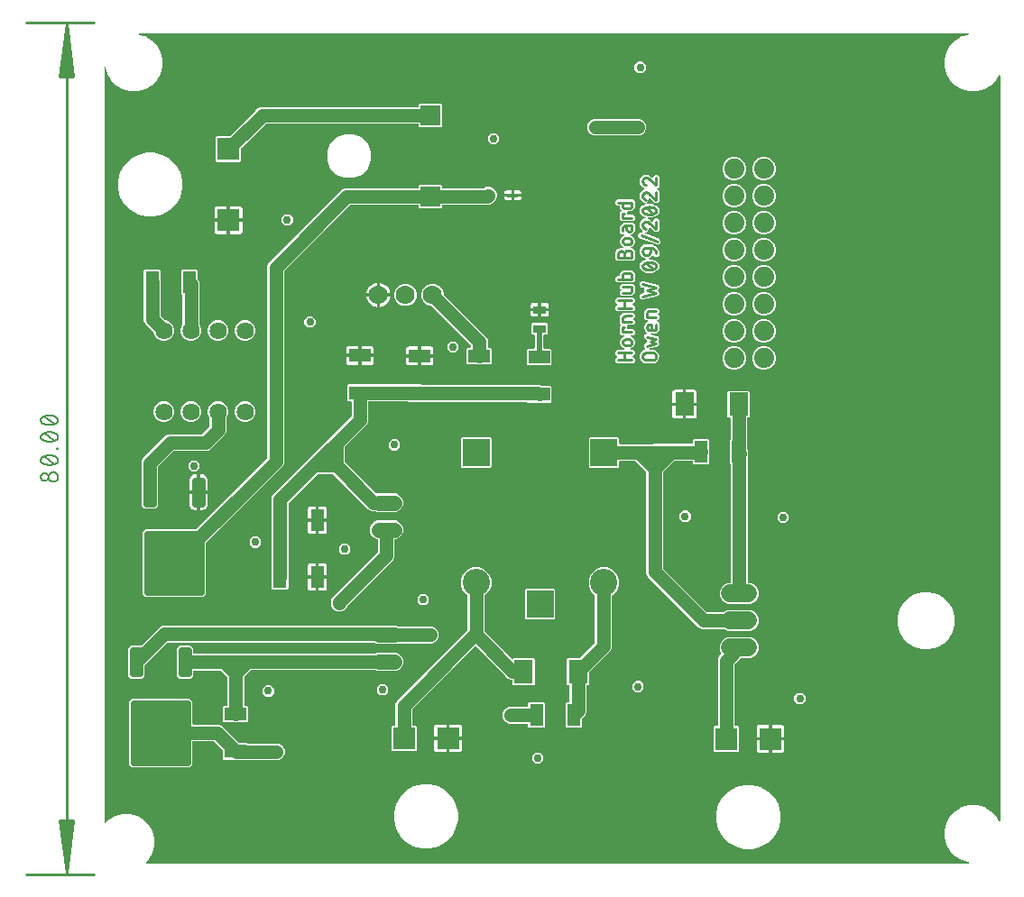
<source format=gtl>
G04 EAGLE Gerber RS-274X export*
G75*
%MOMM*%
%FSLAX34Y34*%
%LPD*%
%INTop Copper*%
%IPPOS*%
%AMOC8*
5,1,8,0,0,1.08239X$1,22.5*%
G01*
%ADD10C,0.254000*%
%ADD11C,0.152400*%
%ADD12R,2.060000X1.270000*%
%ADD13R,1.270000X2.060000*%
%ADD14R,2.100000X2.100000*%
%ADD15C,1.879600*%
%ADD16R,1.111200X0.400800*%
%ADD17R,1.800000X2.200000*%
%ADD18R,1.905000X1.905000*%
%ADD19C,1.625600*%
%ADD20C,1.422400*%
%ADD21R,1.200000X0.800000*%
%ADD22C,0.610000*%
%ADD23C,0.563000*%
%ADD24C,1.778000*%
%ADD25R,2.550000X2.550000*%
%ADD26C,2.550000*%
%ADD27C,1.676400*%
%ADD28C,1.270000*%
%ADD29C,0.756400*%
%ADD30C,0.508000*%
%ADD31C,0.609600*%

G36*
X821473Y-3043D02*
X821473Y-3043D01*
X821496Y-3046D01*
X821593Y-3024D01*
X821692Y-3008D01*
X821713Y-2996D01*
X821736Y-2991D01*
X821821Y-2939D01*
X821909Y-2892D01*
X821925Y-2875D01*
X821946Y-2862D01*
X822010Y-2786D01*
X822078Y-2714D01*
X822088Y-2692D01*
X822104Y-2674D01*
X822140Y-2581D01*
X822182Y-2491D01*
X822185Y-2467D01*
X822193Y-2445D01*
X822198Y-2345D01*
X822209Y-2247D01*
X822204Y-2223D01*
X822205Y-2199D01*
X822178Y-2103D01*
X822157Y-2006D01*
X822144Y-1986D01*
X822138Y-1962D01*
X822082Y-1880D01*
X822031Y-1795D01*
X822012Y-1779D01*
X821999Y-1760D01*
X821919Y-1700D01*
X821844Y-1635D01*
X821821Y-1626D01*
X821802Y-1612D01*
X821646Y-1551D01*
X815713Y39D01*
X809632Y3550D01*
X804666Y8516D01*
X801155Y14597D01*
X799337Y21381D01*
X799337Y28403D01*
X801155Y35187D01*
X804666Y41268D01*
X809632Y46234D01*
X815713Y49745D01*
X822497Y51563D01*
X829519Y51563D01*
X836303Y49745D01*
X842384Y46234D01*
X847350Y41268D01*
X850027Y36632D01*
X850057Y36595D01*
X850080Y36552D01*
X850135Y36500D01*
X850183Y36441D01*
X850223Y36416D01*
X850258Y36383D01*
X850327Y36351D01*
X850391Y36311D01*
X850438Y36299D01*
X850481Y36279D01*
X850556Y36271D01*
X850630Y36253D01*
X850678Y36257D01*
X850725Y36252D01*
X850800Y36268D01*
X850875Y36275D01*
X850919Y36294D01*
X850966Y36304D01*
X851031Y36343D01*
X851100Y36374D01*
X851136Y36406D01*
X851177Y36431D01*
X851226Y36488D01*
X851282Y36539D01*
X851306Y36581D01*
X851337Y36617D01*
X851365Y36688D01*
X851402Y36754D01*
X851411Y36801D01*
X851429Y36846D01*
X851443Y36974D01*
X851447Y36996D01*
X851446Y37002D01*
X851447Y37012D01*
X851447Y736672D01*
X851440Y736719D01*
X851441Y736767D01*
X851420Y736840D01*
X851408Y736914D01*
X851385Y736957D01*
X851371Y737003D01*
X851328Y737065D01*
X851292Y737132D01*
X851258Y737165D01*
X851230Y737204D01*
X851169Y737249D01*
X851114Y737301D01*
X851071Y737321D01*
X851032Y737350D01*
X850960Y737373D01*
X850891Y737405D01*
X850843Y737410D01*
X850798Y737425D01*
X850722Y737424D01*
X850647Y737432D01*
X850600Y737422D01*
X850552Y737421D01*
X850480Y737396D01*
X850406Y737380D01*
X850365Y737355D01*
X850320Y737339D01*
X850260Y737292D01*
X850195Y737253D01*
X850164Y737217D01*
X850126Y737187D01*
X850050Y737084D01*
X850035Y737067D01*
X850033Y737060D01*
X850027Y737052D01*
X847350Y732416D01*
X842384Y727450D01*
X836303Y723939D01*
X829519Y722121D01*
X822497Y722121D01*
X815713Y723939D01*
X809632Y727450D01*
X804666Y732416D01*
X801155Y738497D01*
X799337Y745281D01*
X799337Y752303D01*
X801155Y759087D01*
X804666Y765168D01*
X809632Y770134D01*
X815713Y773645D01*
X821273Y775135D01*
X821295Y775145D01*
X821318Y775149D01*
X821406Y775195D01*
X821497Y775236D01*
X821514Y775252D01*
X821536Y775264D01*
X821604Y775336D01*
X821677Y775403D01*
X821688Y775424D01*
X821705Y775442D01*
X821747Y775532D01*
X821794Y775619D01*
X821799Y775643D01*
X821809Y775665D01*
X821820Y775764D01*
X821837Y775862D01*
X821833Y775886D01*
X821836Y775909D01*
X821815Y776007D01*
X821800Y776105D01*
X821789Y776126D01*
X821784Y776150D01*
X821732Y776235D01*
X821687Y776324D01*
X821670Y776340D01*
X821657Y776361D01*
X821582Y776426D01*
X821510Y776495D01*
X821489Y776505D01*
X821470Y776521D01*
X821378Y776558D01*
X821289Y776601D01*
X821265Y776604D01*
X821242Y776613D01*
X821076Y776631D01*
X43540Y776631D01*
X43517Y776627D01*
X43493Y776630D01*
X43396Y776608D01*
X43298Y776592D01*
X43276Y776580D01*
X43253Y776575D01*
X43168Y776523D01*
X43080Y776476D01*
X43064Y776459D01*
X43043Y776446D01*
X42979Y776370D01*
X42911Y776298D01*
X42901Y776276D01*
X42885Y776258D01*
X42849Y776165D01*
X42807Y776075D01*
X42805Y776051D01*
X42796Y776029D01*
X42791Y775929D01*
X42780Y775831D01*
X42785Y775807D01*
X42784Y775783D01*
X42811Y775687D01*
X42832Y775590D01*
X42845Y775570D01*
X42851Y775546D01*
X42908Y775464D01*
X42959Y775379D01*
X42977Y775363D01*
X42991Y775344D01*
X43070Y775284D01*
X43146Y775219D01*
X43168Y775210D01*
X43187Y775196D01*
X43343Y775135D01*
X48903Y773645D01*
X54984Y770134D01*
X59950Y765168D01*
X63461Y759087D01*
X65279Y752303D01*
X65279Y745281D01*
X63461Y738497D01*
X59950Y732416D01*
X54984Y727450D01*
X48903Y723939D01*
X42119Y722121D01*
X35097Y722121D01*
X28313Y723939D01*
X22232Y727450D01*
X17266Y732416D01*
X13755Y738497D01*
X12165Y744430D01*
X12155Y744452D01*
X12151Y744476D01*
X12105Y744563D01*
X12064Y744654D01*
X12048Y744672D01*
X12036Y744693D01*
X11964Y744761D01*
X11897Y744834D01*
X11876Y744846D01*
X11858Y744862D01*
X11768Y744904D01*
X11681Y744952D01*
X11657Y744956D01*
X11635Y744966D01*
X11536Y744977D01*
X11438Y744994D01*
X11414Y744990D01*
X11391Y744993D01*
X11293Y744972D01*
X11195Y744957D01*
X11174Y744946D01*
X11150Y744941D01*
X11065Y744890D01*
X10976Y744844D01*
X10960Y744827D01*
X10939Y744815D01*
X10874Y744739D01*
X10805Y744668D01*
X10795Y744646D01*
X10779Y744628D01*
X10742Y744535D01*
X10699Y744446D01*
X10696Y744422D01*
X10687Y744399D01*
X10669Y744233D01*
X10669Y36001D01*
X10680Y35930D01*
X10682Y35858D01*
X10700Y35809D01*
X10708Y35758D01*
X10742Y35695D01*
X10767Y35627D01*
X10799Y35587D01*
X10824Y35541D01*
X10876Y35491D01*
X10920Y35435D01*
X10964Y35407D01*
X11002Y35371D01*
X11067Y35341D01*
X11127Y35302D01*
X11178Y35289D01*
X11225Y35268D01*
X11296Y35260D01*
X11366Y35242D01*
X11418Y35246D01*
X11469Y35240D01*
X11540Y35256D01*
X11611Y35261D01*
X11659Y35282D01*
X11710Y35293D01*
X11771Y35329D01*
X11837Y35358D01*
X11893Y35402D01*
X11921Y35419D01*
X11936Y35437D01*
X11968Y35462D01*
X14866Y38360D01*
X20947Y41871D01*
X27731Y43689D01*
X34753Y43689D01*
X41537Y41871D01*
X47618Y38360D01*
X52584Y33394D01*
X56095Y27313D01*
X57913Y20529D01*
X57913Y13507D01*
X56095Y6723D01*
X52584Y642D01*
X50194Y-1748D01*
X50153Y-1806D01*
X50103Y-1858D01*
X50081Y-1905D01*
X50051Y-1947D01*
X50030Y-2016D01*
X50000Y-2081D01*
X49994Y-2133D01*
X49978Y-2183D01*
X49980Y-2254D01*
X49972Y-2325D01*
X49983Y-2376D01*
X49985Y-2428D01*
X50009Y-2496D01*
X50025Y-2566D01*
X50051Y-2611D01*
X50069Y-2659D01*
X50114Y-2715D01*
X50151Y-2777D01*
X50190Y-2811D01*
X50223Y-2851D01*
X50283Y-2890D01*
X50338Y-2937D01*
X50386Y-2956D01*
X50430Y-2984D01*
X50499Y-3002D01*
X50566Y-3029D01*
X50637Y-3037D01*
X50668Y-3045D01*
X50692Y-3043D01*
X50733Y-3047D01*
X821449Y-3047D01*
X821473Y-3043D01*
G37*
%LPC*%
G36*
X49067Y247167D02*
X49067Y247167D01*
X46525Y249709D01*
X46525Y308675D01*
X49067Y311217D01*
X96773Y311217D01*
X96863Y311231D01*
X96954Y311239D01*
X96984Y311251D01*
X97016Y311256D01*
X97096Y311299D01*
X97180Y311335D01*
X97212Y311361D01*
X97233Y311372D01*
X97255Y311395D01*
X97311Y311440D01*
X163606Y377735D01*
X163659Y377809D01*
X163719Y377878D01*
X163731Y377908D01*
X163750Y377935D01*
X163777Y378022D01*
X163811Y378106D01*
X163815Y378147D01*
X163822Y378170D01*
X163821Y378202D01*
X163829Y378273D01*
X163829Y558334D01*
X165028Y561229D01*
X233791Y629992D01*
X236686Y631191D01*
X304889Y631191D01*
X304909Y631194D01*
X304928Y631192D01*
X305030Y631214D01*
X305132Y631230D01*
X305149Y631240D01*
X305169Y631244D01*
X305258Y631297D01*
X305349Y631346D01*
X305363Y631360D01*
X305380Y631370D01*
X305447Y631449D01*
X305519Y631524D01*
X305527Y631542D01*
X305540Y631557D01*
X305579Y631653D01*
X305622Y631747D01*
X305624Y631767D01*
X305632Y631785D01*
X305650Y631952D01*
X305650Y633473D01*
X306543Y634366D01*
X326857Y634366D01*
X327750Y633473D01*
X327750Y631952D01*
X327753Y631932D01*
X327751Y631913D01*
X327773Y631811D01*
X327789Y631709D01*
X327799Y631692D01*
X327803Y631672D01*
X327856Y631583D01*
X327905Y631492D01*
X327919Y631478D01*
X327929Y631461D01*
X328008Y631394D01*
X328083Y631322D01*
X328101Y631314D01*
X328116Y631301D01*
X328212Y631262D01*
X328306Y631219D01*
X328326Y631217D01*
X328344Y631209D01*
X328511Y631191D01*
X366495Y631191D01*
X366559Y631201D01*
X366625Y631202D01*
X366705Y631225D01*
X366738Y631230D01*
X366755Y631240D01*
X366786Y631249D01*
X369534Y632387D01*
X372666Y632387D01*
X375561Y631188D01*
X377776Y628973D01*
X378975Y626078D01*
X378975Y622946D01*
X377776Y620051D01*
X374365Y616640D01*
X371470Y615441D01*
X328511Y615441D01*
X328491Y615438D01*
X328472Y615440D01*
X328370Y615418D01*
X328268Y615402D01*
X328251Y615392D01*
X328231Y615388D01*
X328142Y615335D01*
X328051Y615286D01*
X328037Y615272D01*
X328020Y615262D01*
X327953Y615183D01*
X327881Y615108D01*
X327873Y615090D01*
X327860Y615075D01*
X327821Y614979D01*
X327778Y614885D01*
X327776Y614865D01*
X327768Y614847D01*
X327750Y614680D01*
X327750Y613159D01*
X326857Y612266D01*
X306543Y612266D01*
X305650Y613159D01*
X305650Y614680D01*
X305647Y614700D01*
X305649Y614719D01*
X305627Y614821D01*
X305611Y614923D01*
X305601Y614940D01*
X305597Y614960D01*
X305544Y615049D01*
X305495Y615140D01*
X305481Y615154D01*
X305471Y615171D01*
X305392Y615238D01*
X305317Y615310D01*
X305299Y615318D01*
X305284Y615331D01*
X305188Y615370D01*
X305094Y615413D01*
X305074Y615415D01*
X305056Y615423D01*
X304889Y615441D01*
X241829Y615441D01*
X241739Y615427D01*
X241648Y615419D01*
X241618Y615407D01*
X241586Y615402D01*
X241506Y615359D01*
X241422Y615323D01*
X241390Y615297D01*
X241369Y615286D01*
X241347Y615263D01*
X241291Y615218D01*
X179802Y553729D01*
X179749Y553655D01*
X179689Y553586D01*
X179677Y553556D01*
X179658Y553529D01*
X179631Y553442D01*
X179597Y553358D01*
X179593Y553317D01*
X179586Y553294D01*
X179587Y553262D01*
X179579Y553191D01*
X179579Y373130D01*
X178380Y370235D01*
X106098Y297953D01*
X106045Y297879D01*
X105985Y297810D01*
X105973Y297780D01*
X105954Y297753D01*
X105927Y297666D01*
X105893Y297582D01*
X105889Y297541D01*
X105882Y297518D01*
X105883Y297486D01*
X105875Y297415D01*
X105875Y249709D01*
X103333Y247167D01*
X49067Y247167D01*
G37*
%LPD*%
%LPC*%
G36*
X168508Y254227D02*
X168508Y254227D01*
X167615Y255120D01*
X167615Y340124D01*
X168814Y343019D01*
X242446Y416651D01*
X242492Y416715D01*
X242511Y416735D01*
X242515Y416743D01*
X242559Y416794D01*
X242571Y416824D01*
X242590Y416851D01*
X242617Y416938D01*
X242651Y417022D01*
X242655Y417063D01*
X242662Y417086D01*
X242661Y417118D01*
X242669Y417189D01*
X242669Y430390D01*
X242666Y430410D01*
X242668Y430429D01*
X242646Y430531D01*
X242630Y430633D01*
X242620Y430650D01*
X242616Y430670D01*
X242563Y430759D01*
X242514Y430850D01*
X242500Y430864D01*
X242490Y430881D01*
X242411Y430948D01*
X242336Y431020D01*
X242318Y431028D01*
X242303Y431041D01*
X242207Y431080D01*
X242113Y431123D01*
X242093Y431125D01*
X242075Y431133D01*
X241908Y431151D01*
X239612Y431151D01*
X238719Y432044D01*
X238719Y446008D01*
X239612Y446901D01*
X307665Y446901D01*
X308752Y446451D01*
X308815Y446436D01*
X308876Y446411D01*
X308959Y446402D01*
X308991Y446395D01*
X309010Y446396D01*
X309043Y446393D01*
X419282Y446393D01*
X421595Y445435D01*
X421659Y445420D01*
X421720Y445395D01*
X421803Y445386D01*
X421835Y445379D01*
X421854Y445380D01*
X421887Y445377D01*
X429664Y445377D01*
X430557Y444484D01*
X430557Y430520D01*
X429664Y429627D01*
X407800Y429627D01*
X407007Y430420D01*
X406933Y430473D01*
X406864Y430533D01*
X406834Y430545D01*
X406808Y430564D01*
X406721Y430591D01*
X406636Y430625D01*
X406595Y430629D01*
X406573Y430636D01*
X406540Y430635D01*
X406469Y430643D01*
X295675Y430643D01*
X295390Y430928D01*
X295316Y430981D01*
X295247Y431041D01*
X295216Y431053D01*
X295190Y431072D01*
X295103Y431099D01*
X295018Y431133D01*
X294978Y431137D01*
X294955Y431144D01*
X294923Y431143D01*
X294852Y431151D01*
X259180Y431151D01*
X259160Y431148D01*
X259141Y431150D01*
X259039Y431128D01*
X258937Y431112D01*
X258920Y431102D01*
X258900Y431098D01*
X258811Y431045D01*
X258720Y430996D01*
X258706Y430982D01*
X258689Y430972D01*
X258622Y430893D01*
X258550Y430818D01*
X258542Y430800D01*
X258529Y430785D01*
X258490Y430689D01*
X258447Y430595D01*
X258445Y430575D01*
X258437Y430557D01*
X258419Y430390D01*
X258419Y412046D01*
X257220Y409151D01*
X236444Y388375D01*
X236391Y388301D01*
X236331Y388232D01*
X236319Y388202D01*
X236300Y388175D01*
X236273Y388088D01*
X236239Y388004D01*
X236235Y387963D01*
X236228Y387940D01*
X236229Y387908D01*
X236221Y387837D01*
X236221Y374163D01*
X236235Y374073D01*
X236243Y373982D01*
X236255Y373952D01*
X236260Y373920D01*
X236303Y373840D01*
X236339Y373756D01*
X236365Y373724D01*
X236376Y373703D01*
X236399Y373681D01*
X236444Y373625D01*
X265537Y344532D01*
X265632Y344464D01*
X265725Y344394D01*
X265731Y344392D01*
X265736Y344388D01*
X265848Y344354D01*
X265959Y344318D01*
X265966Y344318D01*
X265971Y344316D01*
X266088Y344319D01*
X266205Y344320D01*
X266212Y344322D01*
X266217Y344322D01*
X266235Y344329D01*
X266366Y344367D01*
X266506Y344425D01*
X284166Y344425D01*
X287340Y343110D01*
X289770Y340680D01*
X291085Y337506D01*
X291085Y334070D01*
X289770Y330896D01*
X287340Y328466D01*
X284166Y327151D01*
X266506Y327151D01*
X264806Y327855D01*
X264743Y327870D01*
X264682Y327895D01*
X264599Y327904D01*
X264567Y327911D01*
X264548Y327910D01*
X264515Y327913D01*
X261578Y327913D01*
X258683Y329112D01*
X256361Y331434D01*
X225307Y362488D01*
X225233Y362541D01*
X225164Y362601D01*
X225134Y362613D01*
X225107Y362632D01*
X225020Y362659D01*
X224936Y362693D01*
X224895Y362697D01*
X224872Y362704D01*
X224840Y362703D01*
X224769Y362711D01*
X211095Y362711D01*
X211005Y362697D01*
X210914Y362689D01*
X210884Y362677D01*
X210852Y362672D01*
X210772Y362629D01*
X210688Y362593D01*
X210656Y362567D01*
X210635Y362556D01*
X210613Y362533D01*
X210557Y362488D01*
X183588Y335519D01*
X183535Y335445D01*
X183475Y335376D01*
X183463Y335346D01*
X183444Y335319D01*
X183417Y335232D01*
X183383Y335148D01*
X183379Y335107D01*
X183372Y335084D01*
X183373Y335052D01*
X183365Y334981D01*
X183365Y255120D01*
X182472Y254227D01*
X168508Y254227D01*
G37*
%LPD*%
%LPC*%
G36*
X596199Y215137D02*
X596199Y215137D01*
X592558Y216645D01*
X592258Y216946D01*
X592184Y216999D01*
X592114Y217059D01*
X592084Y217071D01*
X592058Y217090D01*
X591971Y217117D01*
X591886Y217151D01*
X591845Y217155D01*
X591823Y217162D01*
X591790Y217161D01*
X591719Y217169D01*
X571338Y217169D01*
X568444Y218368D01*
X520590Y266222D01*
X519391Y269116D01*
X519391Y364215D01*
X519377Y364305D01*
X519369Y364396D01*
X519357Y364426D01*
X519352Y364458D01*
X519309Y364538D01*
X519273Y364622D01*
X519247Y364654D01*
X519236Y364675D01*
X519213Y364697D01*
X519168Y364753D01*
X509025Y374896D01*
X508951Y374949D01*
X508882Y375009D01*
X508852Y375021D01*
X508825Y375040D01*
X508738Y375067D01*
X508654Y375101D01*
X508613Y375105D01*
X508590Y375112D01*
X508558Y375111D01*
X508487Y375119D01*
X505059Y375119D01*
X504995Y375109D01*
X504929Y375108D01*
X504849Y375085D01*
X504817Y375080D01*
X504800Y375070D01*
X504768Y375061D01*
X504420Y374917D01*
X494644Y374917D01*
X494624Y374914D01*
X494605Y374916D01*
X494503Y374894D01*
X494401Y374878D01*
X494384Y374868D01*
X494364Y374864D01*
X494275Y374811D01*
X494184Y374762D01*
X494170Y374748D01*
X494153Y374738D01*
X494086Y374659D01*
X494014Y374584D01*
X494006Y374566D01*
X493993Y374551D01*
X493954Y374455D01*
X493911Y374361D01*
X493909Y374341D01*
X493901Y374323D01*
X493883Y374156D01*
X493883Y369410D01*
X492990Y368517D01*
X466226Y368517D01*
X465333Y369410D01*
X465333Y396174D01*
X466226Y397067D01*
X492990Y397067D01*
X493883Y396174D01*
X493883Y391630D01*
X493886Y391610D01*
X493884Y391591D01*
X493906Y391489D01*
X493922Y391387D01*
X493932Y391370D01*
X493936Y391350D01*
X493989Y391261D01*
X494038Y391170D01*
X494052Y391156D01*
X494062Y391139D01*
X494141Y391072D01*
X494216Y391000D01*
X494234Y390992D01*
X494249Y390979D01*
X494345Y390940D01*
X494439Y390897D01*
X494459Y390895D01*
X494477Y390887D01*
X494644Y390869D01*
X525494Y390869D01*
X525559Y390879D01*
X525625Y390880D01*
X525705Y390903D01*
X525727Y390907D01*
X562078Y390907D01*
X562098Y390910D01*
X562117Y390908D01*
X562219Y390930D01*
X562321Y390946D01*
X562338Y390956D01*
X562358Y390960D01*
X562447Y391013D01*
X562538Y391062D01*
X562552Y391076D01*
X562569Y391086D01*
X562636Y391165D01*
X562708Y391240D01*
X562716Y391258D01*
X562729Y391273D01*
X562768Y391369D01*
X562811Y391463D01*
X562813Y391483D01*
X562821Y391501D01*
X562839Y391668D01*
X562839Y394472D01*
X563732Y395365D01*
X577696Y395365D01*
X578589Y394472D01*
X578589Y372608D01*
X577696Y371715D01*
X563732Y371715D01*
X562839Y372608D01*
X562839Y374396D01*
X562836Y374416D01*
X562838Y374435D01*
X562816Y374537D01*
X562800Y374639D01*
X562790Y374656D01*
X562786Y374676D01*
X562733Y374765D01*
X562684Y374856D01*
X562670Y374870D01*
X562660Y374887D01*
X562581Y374954D01*
X562506Y375026D01*
X562488Y375034D01*
X562473Y375047D01*
X562377Y375086D01*
X562283Y375129D01*
X562263Y375131D01*
X562245Y375139D01*
X562078Y375157D01*
X546083Y375157D01*
X545993Y375143D01*
X545902Y375135D01*
X545872Y375123D01*
X545840Y375118D01*
X545760Y375075D01*
X545676Y375039D01*
X545644Y375013D01*
X545623Y375002D01*
X545601Y374979D01*
X545545Y374934D01*
X535364Y364753D01*
X535311Y364679D01*
X535251Y364610D01*
X535239Y364580D01*
X535220Y364553D01*
X535193Y364466D01*
X535159Y364382D01*
X535155Y364341D01*
X535148Y364318D01*
X535149Y364286D01*
X535141Y364215D01*
X535141Y274260D01*
X535155Y274170D01*
X535163Y274079D01*
X535175Y274049D01*
X535180Y274017D01*
X535223Y273937D01*
X535259Y273853D01*
X535285Y273821D01*
X535296Y273800D01*
X535319Y273778D01*
X535364Y273722D01*
X575944Y233142D01*
X576018Y233089D01*
X576087Y233029D01*
X576117Y233017D01*
X576143Y232998D01*
X576230Y232971D01*
X576315Y232937D01*
X576356Y232933D01*
X576378Y232926D01*
X576411Y232927D01*
X576482Y232919D01*
X591719Y232919D01*
X591809Y232933D01*
X591900Y232941D01*
X591930Y232953D01*
X591962Y232958D01*
X592043Y233001D01*
X592127Y233037D01*
X592159Y233063D01*
X592179Y233074D01*
X592199Y233094D01*
X592201Y233095D01*
X592206Y233101D01*
X592258Y233142D01*
X592558Y233443D01*
X596199Y234951D01*
X616905Y234951D01*
X620546Y233443D01*
X623333Y230656D01*
X624841Y227015D01*
X624841Y223073D01*
X623333Y219432D01*
X620546Y216645D01*
X616905Y215137D01*
X596199Y215137D01*
G37*
%LPD*%
%LPC*%
G36*
X36367Y87655D02*
X36367Y87655D01*
X33825Y90197D01*
X33825Y149163D01*
X36367Y151705D01*
X90633Y151705D01*
X93175Y149163D01*
X93175Y128316D01*
X93178Y128296D01*
X93176Y128277D01*
X93198Y128175D01*
X93214Y128073D01*
X93224Y128056D01*
X93228Y128036D01*
X93281Y127947D01*
X93330Y127856D01*
X93344Y127842D01*
X93354Y127825D01*
X93433Y127758D01*
X93508Y127686D01*
X93526Y127678D01*
X93541Y127665D01*
X93637Y127626D01*
X93731Y127583D01*
X93751Y127581D01*
X93769Y127573D01*
X93936Y127555D01*
X118336Y127555D01*
X121231Y126356D01*
X137151Y110436D01*
X137225Y110383D01*
X137294Y110323D01*
X137324Y110311D01*
X137351Y110292D01*
X137438Y110265D01*
X137522Y110231D01*
X137563Y110227D01*
X137586Y110220D01*
X137618Y110221D01*
X137689Y110213D01*
X145044Y110213D01*
X145559Y109698D01*
X145633Y109645D01*
X145702Y109585D01*
X145732Y109573D01*
X145758Y109554D01*
X145845Y109527D01*
X145930Y109493D01*
X145971Y109489D01*
X145993Y109482D01*
X146026Y109483D01*
X146097Y109475D01*
X173778Y109475D01*
X176673Y108276D01*
X178888Y106061D01*
X180087Y103166D01*
X180087Y100034D01*
X178888Y97139D01*
X176673Y94924D01*
X173778Y93725D01*
X133284Y93725D01*
X131642Y94405D01*
X131578Y94420D01*
X131517Y94445D01*
X131434Y94454D01*
X131402Y94461D01*
X131383Y94460D01*
X131351Y94463D01*
X123180Y94463D01*
X122287Y95356D01*
X122287Y102711D01*
X122273Y102801D01*
X122265Y102892D01*
X122253Y102922D01*
X122248Y102954D01*
X122205Y103034D01*
X122169Y103118D01*
X122143Y103150D01*
X122132Y103171D01*
X122109Y103193D01*
X122064Y103249D01*
X113731Y111582D01*
X113657Y111635D01*
X113588Y111695D01*
X113558Y111707D01*
X113531Y111726D01*
X113444Y111753D01*
X113360Y111787D01*
X113319Y111791D01*
X113296Y111798D01*
X113264Y111797D01*
X113193Y111805D01*
X93936Y111805D01*
X93916Y111802D01*
X93897Y111804D01*
X93795Y111782D01*
X93693Y111766D01*
X93676Y111756D01*
X93656Y111752D01*
X93567Y111699D01*
X93476Y111650D01*
X93462Y111636D01*
X93445Y111626D01*
X93378Y111547D01*
X93306Y111472D01*
X93298Y111454D01*
X93285Y111439D01*
X93246Y111343D01*
X93203Y111249D01*
X93201Y111229D01*
X93193Y111211D01*
X93175Y111044D01*
X93175Y90197D01*
X90633Y87655D01*
X36367Y87655D01*
G37*
%LPD*%
%LPC*%
G36*
X35655Y170505D02*
X35655Y170505D01*
X32975Y173185D01*
X32975Y183859D01*
X32965Y183923D01*
X32964Y183989D01*
X32941Y184069D01*
X32936Y184101D01*
X32926Y184119D01*
X32917Y184150D01*
X32725Y184614D01*
X32725Y187746D01*
X32917Y188210D01*
X32932Y188274D01*
X32957Y188335D01*
X32966Y188417D01*
X32973Y188449D01*
X32972Y188469D01*
X32975Y188501D01*
X32975Y199175D01*
X35655Y201855D01*
X44823Y201855D01*
X44913Y201869D01*
X45004Y201877D01*
X45034Y201889D01*
X45066Y201894D01*
X45146Y201937D01*
X45230Y201973D01*
X45262Y201999D01*
X45283Y202010D01*
X45305Y202033D01*
X45361Y202078D01*
X62303Y219020D01*
X65198Y220219D01*
X265741Y220219D01*
X265806Y220229D01*
X265872Y220230D01*
X265952Y220253D01*
X265984Y220258D01*
X266001Y220268D01*
X266033Y220277D01*
X266506Y220473D01*
X284166Y220473D01*
X286479Y219515D01*
X286543Y219500D01*
X286604Y219475D01*
X286686Y219466D01*
X286718Y219459D01*
X286738Y219460D01*
X286770Y219457D01*
X318304Y219457D01*
X321199Y218258D01*
X323414Y216043D01*
X324613Y213148D01*
X324613Y210016D01*
X323414Y207121D01*
X321199Y204906D01*
X318304Y203707D01*
X285544Y203707D01*
X285479Y203697D01*
X285414Y203696D01*
X285334Y203673D01*
X285301Y203668D01*
X285284Y203658D01*
X285252Y203649D01*
X284166Y203199D01*
X266506Y203199D01*
X263580Y204411D01*
X263516Y204426D01*
X263455Y204451D01*
X263372Y204460D01*
X263340Y204467D01*
X263321Y204466D01*
X263289Y204469D01*
X70341Y204469D01*
X70251Y204455D01*
X70160Y204447D01*
X70130Y204435D01*
X70098Y204430D01*
X70018Y204387D01*
X69934Y204351D01*
X69902Y204325D01*
X69881Y204314D01*
X69859Y204291D01*
X69803Y204246D01*
X48448Y182891D01*
X48395Y182817D01*
X48335Y182748D01*
X48323Y182718D01*
X48304Y182691D01*
X48277Y182604D01*
X48243Y182520D01*
X48239Y182479D01*
X48232Y182456D01*
X48233Y182424D01*
X48225Y182353D01*
X48225Y173185D01*
X45545Y170505D01*
X35655Y170505D01*
G37*
%LPD*%
%LPC*%
G36*
X280804Y102483D02*
X280804Y102483D01*
X279911Y103376D01*
X279911Y125640D01*
X280804Y126533D01*
X283300Y126533D01*
X283320Y126536D01*
X283339Y126534D01*
X283441Y126556D01*
X283543Y126572D01*
X283560Y126582D01*
X283580Y126586D01*
X283669Y126639D01*
X283760Y126688D01*
X283774Y126702D01*
X283791Y126712D01*
X283858Y126791D01*
X283930Y126866D01*
X283938Y126884D01*
X283951Y126899D01*
X283990Y126995D01*
X284033Y127089D01*
X284035Y127109D01*
X284043Y127127D01*
X284061Y127294D01*
X284061Y146690D01*
X285260Y149585D01*
X351510Y215835D01*
X351563Y215909D01*
X351623Y215978D01*
X351635Y216008D01*
X351654Y216035D01*
X351681Y216122D01*
X351715Y216206D01*
X351719Y216247D01*
X351726Y216270D01*
X351725Y216302D01*
X351733Y216373D01*
X351733Y248164D01*
X351729Y248189D01*
X351731Y248205D01*
X351718Y248266D01*
X351711Y248345D01*
X351699Y248375D01*
X351694Y248407D01*
X351682Y248428D01*
X351679Y248445D01*
X351645Y248502D01*
X351615Y248571D01*
X351589Y248603D01*
X351578Y248624D01*
X351563Y248639D01*
X351552Y248656D01*
X351536Y248671D01*
X351510Y248702D01*
X347506Y252706D01*
X345333Y257953D01*
X345333Y263631D01*
X347506Y268878D01*
X351522Y272894D01*
X356769Y275067D01*
X362447Y275067D01*
X367694Y272894D01*
X371710Y268878D01*
X373883Y263631D01*
X373883Y257953D01*
X371710Y252706D01*
X367706Y248702D01*
X367664Y248644D01*
X367616Y248593D01*
X367608Y248576D01*
X367593Y248559D01*
X367581Y248529D01*
X367562Y248502D01*
X367540Y248429D01*
X367512Y248370D01*
X367510Y248353D01*
X367501Y248331D01*
X367497Y248290D01*
X367490Y248267D01*
X367491Y248235D01*
X367483Y248164D01*
X367483Y215357D01*
X367497Y215267D01*
X367505Y215176D01*
X367517Y215146D01*
X367522Y215114D01*
X367565Y215034D01*
X367601Y214950D01*
X367627Y214918D01*
X367638Y214897D01*
X367661Y214875D01*
X367706Y214819D01*
X393134Y189391D01*
X393150Y189379D01*
X393162Y189364D01*
X393250Y189307D01*
X393334Y189247D01*
X393353Y189241D01*
X393369Y189231D01*
X393470Y189205D01*
X393569Y189175D01*
X393589Y189175D01*
X393608Y189170D01*
X393711Y189178D01*
X393815Y189181D01*
X393833Y189188D01*
X393853Y189190D01*
X393948Y189230D01*
X394046Y189266D01*
X394061Y189278D01*
X394079Y189286D01*
X394210Y189391D01*
X394636Y189817D01*
X413900Y189817D01*
X414793Y188924D01*
X414793Y165660D01*
X413900Y164767D01*
X394636Y164767D01*
X393743Y165660D01*
X393743Y168656D01*
X393740Y168676D01*
X393742Y168695D01*
X393720Y168797D01*
X393704Y168899D01*
X393694Y168916D01*
X393690Y168936D01*
X393637Y169025D01*
X393588Y169116D01*
X393574Y169130D01*
X393564Y169147D01*
X393485Y169214D01*
X393410Y169286D01*
X393392Y169294D01*
X393377Y169307D01*
X393281Y169346D01*
X393187Y169389D01*
X393167Y169391D01*
X393149Y169399D01*
X392982Y169417D01*
X392530Y169417D01*
X389635Y170616D01*
X387313Y172938D01*
X359638Y200613D01*
X359622Y200625D01*
X359610Y200640D01*
X359522Y200697D01*
X359439Y200757D01*
X359420Y200763D01*
X359403Y200773D01*
X359302Y200799D01*
X359203Y200829D01*
X359184Y200829D01*
X359164Y200833D01*
X359061Y200825D01*
X358958Y200823D01*
X358939Y200816D01*
X358919Y200814D01*
X358824Y200774D01*
X358727Y200738D01*
X358711Y200726D01*
X358693Y200718D01*
X358562Y200613D01*
X300034Y142085D01*
X299981Y142011D01*
X299921Y141942D01*
X299909Y141912D01*
X299890Y141885D01*
X299863Y141798D01*
X299829Y141714D01*
X299825Y141673D01*
X299818Y141650D01*
X299819Y141618D01*
X299811Y141547D01*
X299811Y127294D01*
X299814Y127274D01*
X299812Y127255D01*
X299834Y127153D01*
X299850Y127051D01*
X299860Y127034D01*
X299864Y127014D01*
X299917Y126925D01*
X299966Y126834D01*
X299980Y126820D01*
X299990Y126803D01*
X300069Y126736D01*
X300144Y126664D01*
X300162Y126656D01*
X300177Y126643D01*
X300273Y126604D01*
X300367Y126561D01*
X300387Y126559D01*
X300405Y126551D01*
X300572Y126533D01*
X303068Y126533D01*
X303961Y125640D01*
X303961Y103376D01*
X303068Y102483D01*
X280804Y102483D01*
G37*
%LPD*%
%LPC*%
G36*
X123180Y129563D02*
X123180Y129563D01*
X122287Y130456D01*
X122287Y144420D01*
X123180Y145313D01*
X125476Y145313D01*
X125496Y145316D01*
X125515Y145314D01*
X125617Y145336D01*
X125719Y145352D01*
X125736Y145362D01*
X125756Y145366D01*
X125845Y145419D01*
X125936Y145468D01*
X125950Y145482D01*
X125967Y145492D01*
X126034Y145571D01*
X126106Y145646D01*
X126114Y145664D01*
X126127Y145679D01*
X126166Y145775D01*
X126209Y145869D01*
X126211Y145889D01*
X126219Y145907D01*
X126237Y146074D01*
X126237Y171427D01*
X126223Y171517D01*
X126215Y171608D01*
X126203Y171638D01*
X126198Y171670D01*
X126155Y171750D01*
X126119Y171834D01*
X126093Y171866D01*
X126082Y171887D01*
X126059Y171909D01*
X126014Y171965D01*
X119897Y178082D01*
X119823Y178135D01*
X119754Y178195D01*
X119724Y178207D01*
X119697Y178226D01*
X119610Y178253D01*
X119526Y178287D01*
X119485Y178291D01*
X119462Y178298D01*
X119430Y178297D01*
X119359Y178305D01*
X94786Y178305D01*
X94766Y178302D01*
X94747Y178304D01*
X94645Y178282D01*
X94543Y178266D01*
X94526Y178256D01*
X94506Y178252D01*
X94417Y178199D01*
X94326Y178150D01*
X94312Y178136D01*
X94295Y178126D01*
X94228Y178047D01*
X94156Y177972D01*
X94148Y177954D01*
X94135Y177939D01*
X94096Y177843D01*
X94053Y177749D01*
X94051Y177729D01*
X94043Y177711D01*
X94025Y177544D01*
X94025Y173185D01*
X91345Y170505D01*
X81455Y170505D01*
X78775Y173185D01*
X78775Y183859D01*
X78765Y183923D01*
X78764Y183989D01*
X78741Y184069D01*
X78736Y184101D01*
X78726Y184119D01*
X78717Y184150D01*
X78525Y184614D01*
X78525Y187746D01*
X78717Y188210D01*
X78732Y188274D01*
X78757Y188335D01*
X78766Y188417D01*
X78773Y188449D01*
X78772Y188469D01*
X78775Y188501D01*
X78775Y199175D01*
X81455Y201855D01*
X91345Y201855D01*
X94025Y199175D01*
X94025Y194816D01*
X94028Y194796D01*
X94026Y194777D01*
X94048Y194675D01*
X94064Y194573D01*
X94074Y194556D01*
X94078Y194536D01*
X94131Y194447D01*
X94180Y194356D01*
X94194Y194342D01*
X94204Y194325D01*
X94283Y194258D01*
X94358Y194186D01*
X94376Y194178D01*
X94391Y194165D01*
X94487Y194126D01*
X94581Y194083D01*
X94601Y194081D01*
X94619Y194073D01*
X94786Y194055D01*
X131776Y194055D01*
X131841Y194065D01*
X131906Y194066D01*
X131986Y194089D01*
X132019Y194094D01*
X132036Y194104D01*
X132067Y194113D01*
X132546Y194311D01*
X264515Y194311D01*
X264580Y194321D01*
X264645Y194322D01*
X264725Y194345D01*
X264758Y194350D01*
X264775Y194360D01*
X264806Y194369D01*
X266506Y195073D01*
X284166Y195073D01*
X287340Y193758D01*
X289770Y191328D01*
X291085Y188154D01*
X291085Y184718D01*
X289770Y181544D01*
X287340Y179114D01*
X284166Y177799D01*
X266506Y177799D01*
X264806Y178503D01*
X264743Y178518D01*
X264682Y178543D01*
X264599Y178552D01*
X264567Y178559D01*
X264548Y178558D01*
X264515Y178561D01*
X148609Y178561D01*
X148519Y178547D01*
X148428Y178539D01*
X148398Y178527D01*
X148366Y178522D01*
X148286Y178479D01*
X148202Y178443D01*
X148170Y178417D01*
X148149Y178406D01*
X148127Y178383D01*
X148071Y178338D01*
X142210Y172477D01*
X142157Y172403D01*
X142097Y172334D01*
X142085Y172304D01*
X142066Y172277D01*
X142039Y172190D01*
X142005Y172106D01*
X142001Y172065D01*
X141994Y172042D01*
X141995Y172010D01*
X141987Y171939D01*
X141987Y146074D01*
X141990Y146054D01*
X141988Y146035D01*
X142010Y145933D01*
X142026Y145831D01*
X142036Y145814D01*
X142040Y145794D01*
X142093Y145705D01*
X142142Y145614D01*
X142156Y145600D01*
X142166Y145583D01*
X142245Y145516D01*
X142320Y145444D01*
X142338Y145436D01*
X142353Y145423D01*
X142449Y145384D01*
X142543Y145341D01*
X142563Y145339D01*
X142581Y145331D01*
X142748Y145313D01*
X145044Y145313D01*
X145937Y144420D01*
X145937Y130456D01*
X145044Y129563D01*
X123180Y129563D01*
G37*
%LPD*%
%LPC*%
G36*
X116076Y655867D02*
X116076Y655867D01*
X115183Y656760D01*
X115183Y679024D01*
X116076Y679917D01*
X127781Y679917D01*
X127871Y679931D01*
X127962Y679939D01*
X127992Y679951D01*
X128024Y679956D01*
X128104Y679999D01*
X128188Y680035D01*
X128220Y680061D01*
X128241Y680072D01*
X128263Y680095D01*
X128319Y680140D01*
X152049Y703870D01*
X154371Y706192D01*
X157266Y707391D01*
X304889Y707391D01*
X304909Y707394D01*
X304928Y707392D01*
X305030Y707414D01*
X305132Y707430D01*
X305149Y707440D01*
X305169Y707444D01*
X305258Y707497D01*
X305349Y707546D01*
X305363Y707560D01*
X305380Y707570D01*
X305447Y707649D01*
X305519Y707724D01*
X305527Y707742D01*
X305540Y707757D01*
X305579Y707853D01*
X305622Y707947D01*
X305624Y707967D01*
X305632Y707985D01*
X305650Y708152D01*
X305650Y709673D01*
X306543Y710566D01*
X326857Y710566D01*
X327750Y709673D01*
X327750Y689359D01*
X326857Y688466D01*
X306543Y688466D01*
X305650Y689359D01*
X305650Y690880D01*
X305647Y690900D01*
X305649Y690919D01*
X305627Y691021D01*
X305611Y691123D01*
X305601Y691140D01*
X305597Y691160D01*
X305544Y691249D01*
X305495Y691340D01*
X305481Y691354D01*
X305471Y691371D01*
X305392Y691438D01*
X305317Y691510D01*
X305299Y691518D01*
X305284Y691531D01*
X305188Y691570D01*
X305094Y691613D01*
X305074Y691615D01*
X305056Y691623D01*
X304889Y691641D01*
X162409Y691641D01*
X162319Y691627D01*
X162228Y691619D01*
X162198Y691607D01*
X162166Y691602D01*
X162086Y691559D01*
X162002Y691523D01*
X161970Y691497D01*
X161949Y691486D01*
X161927Y691463D01*
X161871Y691418D01*
X139456Y669003D01*
X139403Y668929D01*
X139343Y668860D01*
X139331Y668830D01*
X139312Y668803D01*
X139285Y668716D01*
X139251Y668632D01*
X139247Y668591D01*
X139240Y668568D01*
X139241Y668536D01*
X139233Y668465D01*
X139233Y656760D01*
X138340Y655867D01*
X116076Y655867D01*
G37*
%LPD*%
%LPC*%
G36*
X596199Y240537D02*
X596199Y240537D01*
X592558Y242045D01*
X589771Y244832D01*
X588263Y248473D01*
X588263Y252415D01*
X589771Y256056D01*
X592558Y258843D01*
X596199Y260351D01*
X597916Y260351D01*
X597936Y260354D01*
X597955Y260352D01*
X598057Y260374D01*
X598159Y260390D01*
X598176Y260400D01*
X598196Y260404D01*
X598285Y260457D01*
X598376Y260506D01*
X598390Y260520D01*
X598407Y260530D01*
X598474Y260609D01*
X598546Y260684D01*
X598554Y260702D01*
X598567Y260717D01*
X598606Y260813D01*
X598649Y260907D01*
X598651Y260927D01*
X598659Y260945D01*
X598677Y261112D01*
X598677Y371555D01*
X598663Y371645D01*
X598655Y371736D01*
X598643Y371766D01*
X598638Y371798D01*
X598595Y371879D01*
X598559Y371962D01*
X598533Y371995D01*
X598522Y372015D01*
X598499Y372037D01*
X598454Y372093D01*
X597939Y372608D01*
X597939Y394472D01*
X598046Y394579D01*
X598093Y394643D01*
X598107Y394658D01*
X598110Y394665D01*
X598159Y394722D01*
X598171Y394752D01*
X598190Y394778D01*
X598217Y394865D01*
X598251Y394950D01*
X598255Y394991D01*
X598262Y395013D01*
X598261Y395046D01*
X598269Y395117D01*
X598269Y414902D01*
X598268Y414912D01*
X598268Y414918D01*
X598267Y414926D01*
X598268Y414941D01*
X598246Y415043D01*
X598230Y415145D01*
X598220Y415162D01*
X598216Y415182D01*
X598163Y415271D01*
X598114Y415362D01*
X598100Y415376D01*
X598090Y415393D01*
X598011Y415460D01*
X597936Y415532D01*
X597918Y415540D01*
X597903Y415553D01*
X597807Y415592D01*
X597713Y415635D01*
X597693Y415637D01*
X597675Y415645D01*
X597508Y415663D01*
X596512Y415663D01*
X595619Y416556D01*
X595619Y439820D01*
X596512Y440713D01*
X615776Y440713D01*
X616669Y439820D01*
X616669Y416556D01*
X615776Y415663D01*
X614780Y415663D01*
X614760Y415660D01*
X614741Y415662D01*
X614639Y415640D01*
X614537Y415624D01*
X614520Y415614D01*
X614500Y415610D01*
X614411Y415557D01*
X614320Y415508D01*
X614306Y415494D01*
X614289Y415484D01*
X614222Y415405D01*
X614150Y415330D01*
X614142Y415312D01*
X614129Y415297D01*
X614090Y415201D01*
X614047Y415107D01*
X614045Y415087D01*
X614037Y415069D01*
X614019Y414902D01*
X614019Y386521D01*
X614029Y386456D01*
X614030Y386391D01*
X614053Y386311D01*
X614058Y386278D01*
X614068Y386261D01*
X614077Y386229D01*
X614427Y385384D01*
X614427Y385380D01*
X614437Y385315D01*
X614438Y385249D01*
X614461Y385169D01*
X614466Y385137D01*
X614476Y385120D01*
X614485Y385088D01*
X615035Y383760D01*
X615035Y380628D01*
X614485Y379300D01*
X614470Y379236D01*
X614445Y379175D01*
X614436Y379092D01*
X614429Y379060D01*
X614430Y379041D01*
X614427Y379008D01*
X614427Y261112D01*
X614430Y261092D01*
X614428Y261073D01*
X614450Y260971D01*
X614466Y260869D01*
X614476Y260852D01*
X614480Y260832D01*
X614533Y260743D01*
X614582Y260652D01*
X614596Y260638D01*
X614606Y260621D01*
X614685Y260554D01*
X614760Y260482D01*
X614778Y260474D01*
X614793Y260461D01*
X614889Y260422D01*
X614983Y260379D01*
X615003Y260377D01*
X615021Y260369D01*
X615188Y260351D01*
X616905Y260351D01*
X620546Y258843D01*
X623333Y256056D01*
X624841Y252415D01*
X624841Y248473D01*
X623333Y244832D01*
X620546Y242045D01*
X616905Y240537D01*
X596199Y240537D01*
G37*
%LPD*%
%LPC*%
G36*
X444400Y124827D02*
X444400Y124827D01*
X443507Y125720D01*
X443507Y147584D01*
X444400Y148477D01*
X446632Y148477D01*
X446652Y148480D01*
X446671Y148478D01*
X446773Y148500D01*
X446875Y148516D01*
X446892Y148526D01*
X446912Y148530D01*
X447001Y148583D01*
X447092Y148632D01*
X447106Y148646D01*
X447123Y148656D01*
X447190Y148735D01*
X447262Y148810D01*
X447270Y148828D01*
X447283Y148843D01*
X447322Y148939D01*
X447365Y149033D01*
X447367Y149053D01*
X447375Y149071D01*
X447393Y149238D01*
X447393Y164006D01*
X447390Y164026D01*
X447392Y164045D01*
X447370Y164147D01*
X447354Y164249D01*
X447344Y164266D01*
X447340Y164286D01*
X447287Y164375D01*
X447238Y164466D01*
X447224Y164480D01*
X447214Y164497D01*
X447135Y164564D01*
X447060Y164636D01*
X447042Y164644D01*
X447027Y164657D01*
X446931Y164696D01*
X446837Y164739D01*
X446817Y164741D01*
X446799Y164749D01*
X446632Y164767D01*
X445636Y164767D01*
X444743Y165660D01*
X444743Y188924D01*
X445636Y189817D01*
X456341Y189817D01*
X456431Y189831D01*
X456522Y189839D01*
X456552Y189851D01*
X456584Y189856D01*
X456664Y189899D01*
X456748Y189935D01*
X456780Y189961D01*
X456801Y189972D01*
X456823Y189995D01*
X456879Y190040D01*
X470946Y204107D01*
X470999Y204181D01*
X471059Y204250D01*
X471071Y204280D01*
X471090Y204307D01*
X471117Y204394D01*
X471151Y204478D01*
X471155Y204519D01*
X471162Y204542D01*
X471161Y204574D01*
X471169Y204645D01*
X471169Y248728D01*
X471155Y248818D01*
X471147Y248909D01*
X471135Y248939D01*
X471130Y248971D01*
X471087Y249051D01*
X471051Y249135D01*
X471025Y249167D01*
X471014Y249188D01*
X470991Y249210D01*
X470946Y249266D01*
X467506Y252706D01*
X465333Y257953D01*
X465333Y263631D01*
X467506Y268878D01*
X471522Y272894D01*
X476769Y275067D01*
X482447Y275067D01*
X487694Y272894D01*
X491710Y268878D01*
X493883Y263631D01*
X493883Y257953D01*
X491710Y252706D01*
X487694Y248690D01*
X487389Y248564D01*
X487289Y248502D01*
X487189Y248442D01*
X487185Y248438D01*
X487180Y248434D01*
X487105Y248344D01*
X487029Y248256D01*
X487027Y248250D01*
X487023Y248245D01*
X486981Y248136D01*
X486937Y248027D01*
X486936Y248020D01*
X486935Y248015D01*
X486934Y247997D01*
X486919Y247861D01*
X486919Y199502D01*
X485720Y196607D01*
X466016Y176903D01*
X465963Y176829D01*
X465903Y176760D01*
X465891Y176730D01*
X465872Y176703D01*
X465845Y176616D01*
X465811Y176532D01*
X465807Y176491D01*
X465800Y176468D01*
X465801Y176436D01*
X465793Y176365D01*
X465793Y165660D01*
X464900Y164767D01*
X463904Y164767D01*
X463884Y164764D01*
X463865Y164766D01*
X463763Y164744D01*
X463661Y164728D01*
X463644Y164718D01*
X463624Y164714D01*
X463535Y164661D01*
X463444Y164612D01*
X463430Y164598D01*
X463413Y164588D01*
X463346Y164509D01*
X463274Y164434D01*
X463266Y164416D01*
X463253Y164401D01*
X463214Y164305D01*
X463171Y164211D01*
X463169Y164191D01*
X463161Y164173D01*
X463143Y164006D01*
X463143Y138972D01*
X461944Y136077D01*
X459480Y133613D01*
X459427Y133539D01*
X459367Y133470D01*
X459355Y133440D01*
X459336Y133413D01*
X459309Y133326D01*
X459275Y133242D01*
X459271Y133201D01*
X459264Y133178D01*
X459265Y133146D01*
X459257Y133075D01*
X459257Y125720D01*
X458364Y124827D01*
X444400Y124827D01*
G37*
%LPD*%
%LPC*%
G36*
X611141Y10439D02*
X611141Y10439D01*
X603470Y12495D01*
X596593Y16465D01*
X590977Y22081D01*
X587007Y28958D01*
X584951Y36629D01*
X584951Y44571D01*
X587007Y52242D01*
X590977Y59119D01*
X596593Y64735D01*
X603470Y68705D01*
X611141Y70761D01*
X619083Y70761D01*
X626754Y68705D01*
X633631Y64735D01*
X639247Y59119D01*
X643217Y52242D01*
X645273Y44571D01*
X645273Y36629D01*
X643217Y28958D01*
X639247Y22081D01*
X633631Y16465D01*
X626754Y12495D01*
X619083Y10439D01*
X611141Y10439D01*
G37*
%LPD*%
%LPC*%
G36*
X308665Y10947D02*
X308665Y10947D01*
X300994Y13003D01*
X294117Y16973D01*
X288501Y22589D01*
X284531Y29466D01*
X282475Y37137D01*
X282475Y45079D01*
X284531Y52750D01*
X288501Y59627D01*
X294117Y65243D01*
X300994Y69213D01*
X308665Y71269D01*
X316607Y71269D01*
X324278Y69213D01*
X331155Y65243D01*
X336771Y59627D01*
X340741Y52750D01*
X342797Y45079D01*
X342797Y37137D01*
X340741Y29466D01*
X336771Y22589D01*
X331155Y16973D01*
X324278Y13003D01*
X316607Y10947D01*
X308665Y10947D01*
G37*
%LPD*%
%LPC*%
G36*
X49837Y604331D02*
X49837Y604331D01*
X42166Y606387D01*
X35289Y610357D01*
X29673Y615973D01*
X25703Y622850D01*
X23647Y630521D01*
X23647Y638463D01*
X25703Y646134D01*
X29673Y653011D01*
X35289Y658627D01*
X42166Y662597D01*
X49837Y664653D01*
X57779Y664653D01*
X65450Y662597D01*
X72327Y658627D01*
X77943Y653011D01*
X81913Y646134D01*
X83969Y638463D01*
X83969Y630521D01*
X81913Y622850D01*
X77943Y615973D01*
X72327Y610357D01*
X65450Y606387D01*
X57779Y604331D01*
X49837Y604331D01*
G37*
%LPD*%
%LPC*%
G36*
X48355Y330017D02*
X48355Y330017D01*
X45675Y332697D01*
X45675Y343371D01*
X45665Y343435D01*
X45664Y343501D01*
X45641Y343581D01*
X45636Y343613D01*
X45626Y343631D01*
X45617Y343662D01*
X45425Y344126D01*
X45425Y374398D01*
X46624Y377293D01*
X68183Y398852D01*
X71078Y400051D01*
X102087Y400051D01*
X102177Y400065D01*
X102268Y400073D01*
X102298Y400085D01*
X102330Y400090D01*
X102410Y400133D01*
X102494Y400169D01*
X102526Y400195D01*
X102547Y400206D01*
X102569Y400229D01*
X102625Y400274D01*
X109250Y406899D01*
X109303Y406973D01*
X109363Y407042D01*
X109375Y407072D01*
X109394Y407099D01*
X109421Y407186D01*
X109455Y407270D01*
X109459Y407311D01*
X109466Y407334D01*
X109465Y407366D01*
X109473Y407437D01*
X109473Y415040D01*
X109459Y415130D01*
X109451Y415221D01*
X109439Y415251D01*
X109434Y415283D01*
X109391Y415364D01*
X109355Y415448D01*
X109329Y415480D01*
X109318Y415501D01*
X109295Y415523D01*
X109250Y415579D01*
X109165Y415664D01*
X107695Y419212D01*
X107695Y423052D01*
X109165Y426600D01*
X111880Y429315D01*
X115428Y430785D01*
X119268Y430785D01*
X122816Y429315D01*
X125531Y426600D01*
X127001Y423052D01*
X127001Y419212D01*
X125531Y415664D01*
X125446Y415579D01*
X125392Y415505D01*
X125333Y415435D01*
X125321Y415405D01*
X125302Y415379D01*
X125275Y415292D01*
X125241Y415207D01*
X125237Y415166D01*
X125230Y415144D01*
X125231Y415112D01*
X125223Y415040D01*
X125223Y402294D01*
X124024Y399399D01*
X110125Y385500D01*
X107230Y384301D01*
X76221Y384301D01*
X76131Y384287D01*
X76040Y384279D01*
X76010Y384267D01*
X75978Y384262D01*
X75898Y384219D01*
X75814Y384183D01*
X75782Y384157D01*
X75761Y384146D01*
X75739Y384123D01*
X75683Y384078D01*
X61398Y369793D01*
X61345Y369719D01*
X61285Y369650D01*
X61273Y369620D01*
X61254Y369593D01*
X61227Y369506D01*
X61193Y369422D01*
X61189Y369381D01*
X61182Y369358D01*
X61183Y369326D01*
X61175Y369255D01*
X61175Y344126D01*
X60983Y343662D01*
X60968Y343598D01*
X60943Y343537D01*
X60934Y343454D01*
X60927Y343422D01*
X60928Y343403D01*
X60925Y343371D01*
X60925Y332697D01*
X58245Y330017D01*
X48355Y330017D01*
G37*
%LPD*%
%LPC*%
G36*
X583280Y101975D02*
X583280Y101975D01*
X582387Y102868D01*
X582387Y125132D01*
X583280Y126025D01*
X585776Y126025D01*
X585796Y126028D01*
X585815Y126026D01*
X585917Y126048D01*
X586019Y126064D01*
X586036Y126074D01*
X586056Y126078D01*
X586145Y126131D01*
X586236Y126180D01*
X586250Y126194D01*
X586267Y126204D01*
X586334Y126283D01*
X586406Y126358D01*
X586414Y126376D01*
X586427Y126391D01*
X586466Y126487D01*
X586509Y126581D01*
X586511Y126601D01*
X586519Y126619D01*
X586537Y126786D01*
X586537Y189070D01*
X587736Y191965D01*
X589421Y193650D01*
X589489Y193744D01*
X589559Y193838D01*
X589561Y193844D01*
X589565Y193850D01*
X589599Y193961D01*
X589635Y194072D01*
X589635Y194079D01*
X589637Y194085D01*
X589634Y194201D01*
X589633Y194318D01*
X589631Y194326D01*
X589631Y194330D01*
X589624Y194348D01*
X589586Y194479D01*
X588263Y197673D01*
X588263Y201615D01*
X589771Y205256D01*
X592558Y208043D01*
X596199Y209551D01*
X616905Y209551D01*
X620546Y208043D01*
X623333Y205256D01*
X624841Y201615D01*
X624841Y197673D01*
X623333Y194032D01*
X620546Y191245D01*
X616905Y189737D01*
X608097Y189737D01*
X608007Y189723D01*
X607916Y189715D01*
X607886Y189703D01*
X607854Y189698D01*
X607774Y189655D01*
X607690Y189619D01*
X607658Y189593D01*
X607637Y189582D01*
X607615Y189559D01*
X607559Y189514D01*
X602510Y184465D01*
X602457Y184391D01*
X602397Y184322D01*
X602385Y184292D01*
X602366Y184265D01*
X602339Y184178D01*
X602305Y184094D01*
X602301Y184053D01*
X602294Y184030D01*
X602295Y183998D01*
X602287Y183927D01*
X602287Y126786D01*
X602290Y126766D01*
X602288Y126747D01*
X602310Y126645D01*
X602326Y126543D01*
X602336Y126526D01*
X602340Y126506D01*
X602393Y126417D01*
X602442Y126326D01*
X602456Y126312D01*
X602466Y126295D01*
X602545Y126228D01*
X602620Y126156D01*
X602638Y126148D01*
X602653Y126135D01*
X602749Y126096D01*
X602843Y126053D01*
X602863Y126051D01*
X602881Y126043D01*
X603048Y126025D01*
X605544Y126025D01*
X606437Y125132D01*
X606437Y102868D01*
X605544Y101975D01*
X583280Y101975D01*
G37*
%LPD*%
%LPC*%
G36*
X778301Y198373D02*
X778301Y198373D01*
X771517Y200191D01*
X765436Y203702D01*
X760470Y208668D01*
X756959Y214749D01*
X755141Y221533D01*
X755141Y228555D01*
X756959Y235339D01*
X760470Y241420D01*
X765436Y246386D01*
X771517Y249897D01*
X778301Y251715D01*
X785323Y251715D01*
X792107Y249897D01*
X798188Y246386D01*
X803154Y241420D01*
X806665Y235339D01*
X808483Y228555D01*
X808483Y221533D01*
X806665Y214749D01*
X803154Y208668D01*
X798188Y203702D01*
X792107Y200191D01*
X785323Y198373D01*
X778301Y198373D01*
G37*
%LPD*%
%LPC*%
G36*
X229574Y233425D02*
X229574Y233425D01*
X226679Y234624D01*
X224464Y236839D01*
X223265Y239734D01*
X223265Y243882D01*
X224464Y246777D01*
X267238Y289551D01*
X267291Y289625D01*
X267351Y289694D01*
X267363Y289724D01*
X267382Y289751D01*
X267409Y289838D01*
X267443Y289922D01*
X267447Y289963D01*
X267454Y289986D01*
X267453Y290018D01*
X267461Y290089D01*
X267461Y300990D01*
X267458Y301010D01*
X267460Y301029D01*
X267438Y301131D01*
X267422Y301233D01*
X267412Y301250D01*
X267408Y301270D01*
X267355Y301359D01*
X267306Y301450D01*
X267292Y301464D01*
X267282Y301481D01*
X267203Y301548D01*
X267128Y301620D01*
X267110Y301628D01*
X267095Y301641D01*
X266999Y301680D01*
X266905Y301723D01*
X266885Y301725D01*
X266867Y301733D01*
X266700Y301751D01*
X266506Y301751D01*
X263332Y303066D01*
X260902Y305496D01*
X259587Y308670D01*
X259587Y312106D01*
X260902Y315280D01*
X263332Y317710D01*
X266506Y319025D01*
X284166Y319025D01*
X287340Y317710D01*
X289770Y315280D01*
X291085Y312106D01*
X291085Y308670D01*
X289770Y305496D01*
X287340Y303066D01*
X284166Y301751D01*
X283972Y301751D01*
X283952Y301748D01*
X283933Y301750D01*
X283831Y301728D01*
X283729Y301712D01*
X283712Y301702D01*
X283692Y301698D01*
X283603Y301645D01*
X283512Y301596D01*
X283498Y301582D01*
X283481Y301572D01*
X283414Y301493D01*
X283342Y301418D01*
X283334Y301400D01*
X283321Y301385D01*
X283282Y301289D01*
X283239Y301195D01*
X283237Y301175D01*
X283229Y301157D01*
X283211Y300990D01*
X283211Y284946D01*
X282012Y282051D01*
X238641Y238681D01*
X238603Y238628D01*
X238557Y238581D01*
X238517Y238508D01*
X238498Y238481D01*
X238492Y238463D01*
X238476Y238434D01*
X237816Y236839D01*
X235601Y234624D01*
X232706Y233425D01*
X229574Y233425D01*
G37*
%LPD*%
%LPC*%
G36*
X351738Y465743D02*
X351738Y465743D01*
X350845Y466636D01*
X350845Y480600D01*
X351738Y481493D01*
X354033Y481493D01*
X354053Y481496D01*
X354073Y481494D01*
X354174Y481516D01*
X354276Y481532D01*
X354294Y481542D01*
X354313Y481546D01*
X354402Y481599D01*
X354493Y481648D01*
X354507Y481662D01*
X354524Y481672D01*
X354592Y481751D01*
X354663Y481826D01*
X354671Y481844D01*
X354684Y481859D01*
X354723Y481955D01*
X354766Y482049D01*
X354769Y482069D01*
X354776Y482087D01*
X354795Y482254D01*
X354795Y483270D01*
X354780Y483360D01*
X354773Y483451D01*
X354760Y483480D01*
X354755Y483512D01*
X354712Y483593D01*
X354676Y483677D01*
X354651Y483709D01*
X354640Y483730D01*
X354616Y483752D01*
X354572Y483808D01*
X318157Y520222D01*
X318083Y520275D01*
X318014Y520335D01*
X317984Y520347D01*
X317957Y520366D01*
X317870Y520393D01*
X317786Y520427D01*
X317745Y520431D01*
X317722Y520438D01*
X317690Y520437D01*
X317619Y520445D01*
X316584Y520445D01*
X312756Y522031D01*
X309827Y524960D01*
X308241Y528788D01*
X308241Y532932D01*
X309827Y536760D01*
X312756Y539689D01*
X316584Y541275D01*
X320728Y541275D01*
X324556Y539689D01*
X327485Y536760D01*
X329071Y532932D01*
X329071Y531897D01*
X329086Y531807D01*
X329093Y531716D01*
X329105Y531686D01*
X329110Y531654D01*
X329153Y531574D01*
X329189Y531490D01*
X329215Y531458D01*
X329226Y531437D01*
X329249Y531415D01*
X329294Y531359D01*
X369345Y491307D01*
X370544Y488413D01*
X370544Y482254D01*
X370547Y482234D01*
X370545Y482215D01*
X370567Y482113D01*
X370584Y482011D01*
X370593Y481994D01*
X370597Y481974D01*
X370651Y481885D01*
X370699Y481794D01*
X370713Y481780D01*
X370724Y481763D01*
X370802Y481696D01*
X370877Y481624D01*
X370895Y481616D01*
X370910Y481603D01*
X371007Y481564D01*
X371100Y481521D01*
X371120Y481519D01*
X371139Y481511D01*
X371305Y481493D01*
X373601Y481493D01*
X374494Y480600D01*
X374494Y466636D01*
X373601Y465743D01*
X351738Y465743D01*
G37*
%LPD*%
%LPC*%
G36*
X236407Y640841D02*
X236407Y640841D01*
X228845Y643974D01*
X223058Y649761D01*
X219925Y657323D01*
X219925Y665509D01*
X223058Y673071D01*
X228845Y678858D01*
X236407Y681991D01*
X244593Y681991D01*
X252155Y678858D01*
X257942Y673071D01*
X261075Y665509D01*
X261075Y657323D01*
X257942Y649761D01*
X252155Y643974D01*
X244593Y640841D01*
X236407Y640841D01*
G37*
%LPD*%
%LPC*%
G36*
X64628Y487679D02*
X64628Y487679D01*
X61080Y489149D01*
X58365Y491864D01*
X56895Y495412D01*
X56895Y495533D01*
X56881Y495623D01*
X56873Y495714D01*
X56861Y495744D01*
X56856Y495776D01*
X56813Y495856D01*
X56777Y495940D01*
X56751Y495972D01*
X56740Y495993D01*
X56717Y496015D01*
X56672Y496071D01*
X51248Y501495D01*
X48926Y503817D01*
X47727Y506712D01*
X47727Y553476D01*
X48620Y554369D01*
X62584Y554369D01*
X63477Y553476D01*
X63477Y511855D01*
X63491Y511765D01*
X63499Y511674D01*
X63511Y511644D01*
X63516Y511612D01*
X63559Y511532D01*
X63595Y511448D01*
X63621Y511416D01*
X63632Y511395D01*
X63655Y511373D01*
X63700Y511317D01*
X67809Y507208D01*
X67883Y507155D01*
X67952Y507095D01*
X67982Y507083D01*
X68009Y507064D01*
X68096Y507037D01*
X68180Y507003D01*
X68221Y506999D01*
X68244Y506992D01*
X68276Y506993D01*
X68347Y506985D01*
X68468Y506985D01*
X72016Y505515D01*
X74731Y502800D01*
X76201Y499252D01*
X76201Y495412D01*
X74731Y491864D01*
X72016Y489149D01*
X68468Y487679D01*
X64628Y487679D01*
G37*
%LPD*%
%LPC*%
G36*
X90028Y487679D02*
X90028Y487679D01*
X86480Y489149D01*
X83765Y491864D01*
X82295Y495412D01*
X82295Y499252D01*
X83765Y502800D01*
X83850Y502885D01*
X83903Y502959D01*
X83963Y503029D01*
X83975Y503059D01*
X83994Y503085D01*
X84021Y503172D01*
X84055Y503257D01*
X84059Y503298D01*
X84066Y503320D01*
X84065Y503352D01*
X84073Y503424D01*
X84073Y530051D01*
X84059Y530141D01*
X84051Y530232D01*
X84039Y530262D01*
X84034Y530294D01*
X83991Y530375D01*
X83955Y530458D01*
X83929Y530491D01*
X83918Y530511D01*
X83895Y530533D01*
X83850Y530589D01*
X82827Y531612D01*
X82827Y553476D01*
X83720Y554369D01*
X97684Y554369D01*
X98577Y553476D01*
X98577Y546024D01*
X98587Y545959D01*
X98588Y545894D01*
X98611Y545814D01*
X98616Y545781D01*
X98626Y545764D01*
X98635Y545733D01*
X99823Y542864D01*
X99823Y503424D01*
X99837Y503334D01*
X99845Y503243D01*
X99857Y503213D01*
X99862Y503181D01*
X99905Y503100D01*
X99941Y503016D01*
X99967Y502984D01*
X99978Y502963D01*
X100001Y502941D01*
X100046Y502885D01*
X100131Y502800D01*
X101601Y499252D01*
X101601Y495412D01*
X100131Y491864D01*
X97416Y489149D01*
X93868Y487679D01*
X90028Y487679D01*
G37*
%LPD*%
%LPC*%
G36*
X512420Y584642D02*
X512420Y584642D01*
X511441Y586740D01*
X512232Y588916D01*
X514330Y589895D01*
X514830Y589713D01*
X514851Y589709D01*
X514870Y589700D01*
X514972Y589687D01*
X515072Y589668D01*
X515093Y589671D01*
X515114Y589668D01*
X515214Y589687D01*
X515315Y589702D01*
X515335Y589711D01*
X515356Y589715D01*
X515444Y589766D01*
X515536Y589811D01*
X515551Y589827D01*
X515569Y589837D01*
X515637Y589913D01*
X515709Y589986D01*
X515719Y590005D01*
X515733Y590021D01*
X515773Y590115D01*
X515818Y590206D01*
X515821Y590227D01*
X515830Y590247D01*
X515838Y590349D01*
X515851Y590450D01*
X515847Y590471D01*
X515849Y590492D01*
X515824Y590591D01*
X515805Y590691D01*
X515794Y590710D01*
X515789Y590731D01*
X515706Y590876D01*
X513079Y594488D01*
X513079Y598323D01*
X514679Y601093D01*
X517449Y602693D01*
X518006Y602693D01*
X518079Y602705D01*
X518154Y602708D01*
X518200Y602725D01*
X518249Y602733D01*
X518314Y602768D01*
X518384Y602794D01*
X518422Y602825D01*
X518466Y602848D01*
X518517Y602902D01*
X518575Y602949D01*
X518601Y602990D01*
X518635Y603026D01*
X518667Y603094D01*
X518706Y603157D01*
X518718Y603205D01*
X518739Y603249D01*
X518747Y603323D01*
X518765Y603396D01*
X518761Y603445D01*
X518766Y603494D01*
X518750Y603566D01*
X518744Y603641D01*
X518724Y603686D01*
X518714Y603734D01*
X518676Y603798D01*
X518646Y603866D01*
X518613Y603903D01*
X518588Y603945D01*
X518531Y603994D01*
X518481Y604049D01*
X518425Y604085D01*
X518401Y604105D01*
X518377Y604114D01*
X518339Y604139D01*
X516611Y604981D01*
X516581Y604990D01*
X516524Y605017D01*
X515093Y605508D01*
X513079Y608327D01*
X513079Y611791D01*
X515093Y614610D01*
X516524Y615101D01*
X516551Y615115D01*
X516611Y615137D01*
X516967Y615310D01*
X517035Y615359D01*
X517109Y615400D01*
X517145Y615437D01*
X517167Y615452D01*
X517185Y615477D01*
X517228Y615519D01*
X517237Y615531D01*
X517342Y615543D01*
X517387Y615555D01*
X517434Y615559D01*
X517560Y615604D01*
X517579Y615609D01*
X517584Y615612D01*
X517592Y615615D01*
X518391Y616005D01*
X518455Y616050D01*
X518524Y616088D01*
X518555Y616121D01*
X518592Y616147D01*
X518638Y616210D01*
X518692Y616268D01*
X518710Y616309D01*
X518737Y616345D01*
X518760Y616421D01*
X518793Y616492D01*
X518797Y616537D01*
X518811Y616580D01*
X518809Y616659D01*
X518817Y616737D01*
X518807Y616781D01*
X518806Y616826D01*
X518780Y616900D01*
X518762Y616977D01*
X518738Y617015D01*
X518723Y617058D01*
X518675Y617119D01*
X518633Y617187D01*
X518599Y617215D01*
X518571Y617251D01*
X518505Y617294D01*
X518445Y617344D01*
X518390Y617369D01*
X518365Y617385D01*
X518339Y617392D01*
X518292Y617413D01*
X517835Y617561D01*
X515709Y618250D01*
X513079Y621865D01*
X513079Y625700D01*
X514679Y628470D01*
X517414Y630050D01*
X517455Y630083D01*
X517501Y630108D01*
X517549Y630160D01*
X517605Y630206D01*
X517632Y630250D01*
X517668Y630288D01*
X517697Y630353D01*
X517735Y630414D01*
X517747Y630465D01*
X517769Y630512D01*
X517776Y630583D01*
X517793Y630653D01*
X517788Y630705D01*
X517793Y630757D01*
X517777Y630827D01*
X517771Y630898D01*
X517750Y630946D01*
X517738Y630997D01*
X517701Y631058D01*
X517672Y631123D01*
X517637Y631162D01*
X517610Y631206D01*
X517555Y631252D01*
X517507Y631305D01*
X517461Y631331D01*
X517421Y631364D01*
X517316Y631412D01*
X517292Y631425D01*
X517282Y631427D01*
X517268Y631433D01*
X515709Y631938D01*
X513079Y635554D01*
X513079Y639388D01*
X514679Y642159D01*
X517449Y643759D01*
X520323Y643759D01*
X522398Y642869D01*
X522399Y642869D01*
X522401Y642868D01*
X522664Y642755D01*
X523413Y641969D01*
X523435Y641952D01*
X523471Y641914D01*
X524525Y641018D01*
X524560Y640997D01*
X524590Y640968D01*
X524665Y640934D01*
X524736Y640891D01*
X524776Y640882D01*
X524813Y640865D01*
X524895Y640856D01*
X524976Y640838D01*
X525017Y640842D01*
X525057Y640838D01*
X525138Y640855D01*
X525220Y640864D01*
X525258Y640881D01*
X525298Y640890D01*
X525369Y640932D01*
X525444Y640967D01*
X525474Y640995D01*
X525509Y641016D01*
X525563Y641079D01*
X525623Y641136D01*
X525642Y641172D01*
X525669Y641203D01*
X525700Y641280D01*
X525739Y641353D01*
X525745Y641393D01*
X525761Y641431D01*
X525778Y641590D01*
X525779Y641595D01*
X525779Y641596D01*
X525779Y641598D01*
X525779Y642122D01*
X527416Y643759D01*
X529732Y643759D01*
X531369Y642122D01*
X531369Y634052D01*
X531372Y634030D01*
X531371Y633991D01*
X531456Y632940D01*
X531456Y632938D01*
X531423Y632884D01*
X531412Y632834D01*
X531397Y632802D01*
X531395Y632788D01*
X531388Y632770D01*
X530652Y632034D01*
X530639Y632016D01*
X530610Y631989D01*
X529780Y631012D01*
X529722Y630915D01*
X529661Y630821D01*
X529659Y630810D01*
X529653Y630801D01*
X529628Y630691D01*
X529601Y630583D01*
X529602Y630572D01*
X529600Y630561D01*
X529612Y630449D01*
X529620Y630338D01*
X529625Y630327D01*
X529626Y630316D01*
X529673Y630214D01*
X529717Y630111D01*
X529725Y630101D01*
X529729Y630093D01*
X529747Y630074D01*
X529821Y629980D01*
X531369Y628433D01*
X531369Y620364D01*
X531372Y620341D01*
X531371Y620302D01*
X531456Y619251D01*
X531456Y619249D01*
X531423Y619195D01*
X531410Y619136D01*
X531388Y619081D01*
X530652Y618345D01*
X530639Y618327D01*
X530610Y618300D01*
X529927Y617497D01*
X529925Y617496D01*
X529864Y617481D01*
X529813Y617448D01*
X529759Y617425D01*
X528718Y617425D01*
X528696Y617421D01*
X528656Y617423D01*
X527605Y617337D01*
X527603Y617338D01*
X527549Y617371D01*
X527490Y617384D01*
X527436Y617406D01*
X526700Y618142D01*
X526681Y618155D01*
X526654Y618184D01*
X522880Y621392D01*
X522797Y621442D01*
X522717Y621498D01*
X522692Y621505D01*
X522669Y621519D01*
X522574Y621540D01*
X522482Y621567D01*
X522455Y621566D01*
X522429Y621572D01*
X522332Y621562D01*
X522236Y621558D01*
X522211Y621549D01*
X522184Y621546D01*
X522096Y621505D01*
X522006Y621471D01*
X521985Y621454D01*
X521961Y621443D01*
X521890Y621377D01*
X521815Y621315D01*
X521801Y621293D01*
X521782Y621274D01*
X521736Y621189D01*
X521685Y621107D01*
X521679Y621081D01*
X521666Y621057D01*
X521650Y620962D01*
X521627Y620868D01*
X521630Y620841D01*
X521625Y620815D01*
X521641Y620719D01*
X521649Y620623D01*
X521661Y620591D01*
X521664Y620572D01*
X521680Y620543D01*
X521709Y620466D01*
X521712Y620460D01*
X520998Y618257D01*
X520143Y617821D01*
X520089Y617781D01*
X520029Y617749D01*
X519991Y617708D01*
X519945Y617675D01*
X519906Y617620D01*
X519860Y617571D01*
X519836Y617520D01*
X519804Y617474D01*
X519785Y617409D01*
X519756Y617348D01*
X519750Y617292D01*
X519734Y617238D01*
X519737Y617170D01*
X519729Y617103D01*
X519741Y617048D01*
X519743Y616992D01*
X519767Y616929D01*
X519782Y616863D01*
X519810Y616815D01*
X519830Y616762D01*
X519873Y616710D01*
X519908Y616652D01*
X519951Y616615D01*
X519986Y616572D01*
X520043Y616536D01*
X520095Y616492D01*
X520147Y616471D01*
X520195Y616441D01*
X520260Y616425D01*
X520323Y616400D01*
X520402Y616391D01*
X520434Y616384D01*
X520455Y616385D01*
X520490Y616382D01*
X525284Y616382D01*
X527838Y615137D01*
X527867Y615128D01*
X527924Y615101D01*
X529355Y614610D01*
X531369Y611791D01*
X531369Y608327D01*
X529355Y605508D01*
X527924Y605017D01*
X527897Y605003D01*
X527838Y604981D01*
X527481Y604808D01*
X527413Y604759D01*
X527339Y604718D01*
X527303Y604681D01*
X527281Y604666D01*
X527263Y604642D01*
X527220Y604599D01*
X527211Y604587D01*
X527106Y604575D01*
X527061Y604563D01*
X527014Y604559D01*
X526888Y604514D01*
X526869Y604509D01*
X526864Y604506D01*
X526856Y604503D01*
X525284Y603737D01*
X521596Y603737D01*
X521505Y603722D01*
X521412Y603714D01*
X521384Y603702D01*
X521354Y603697D01*
X521272Y603653D01*
X521186Y603617D01*
X521163Y603596D01*
X521136Y603582D01*
X521072Y603515D01*
X521003Y603453D01*
X520988Y603426D01*
X520967Y603403D01*
X520928Y603319D01*
X520882Y603238D01*
X520876Y603208D01*
X520863Y603180D01*
X520853Y603088D01*
X520835Y602997D01*
X520840Y602966D01*
X520836Y602936D01*
X520856Y602845D01*
X520868Y602753D01*
X520882Y602726D01*
X520888Y602695D01*
X520936Y602616D01*
X520977Y602533D01*
X520999Y602511D01*
X521015Y602484D01*
X521085Y602424D01*
X521151Y602358D01*
X521184Y602339D01*
X521202Y602324D01*
X521232Y602312D01*
X521297Y602276D01*
X522398Y601804D01*
X522399Y601803D01*
X522401Y601802D01*
X522664Y601690D01*
X523413Y600903D01*
X523435Y600886D01*
X523471Y600848D01*
X524525Y599952D01*
X524560Y599931D01*
X524590Y599903D01*
X524665Y599868D01*
X524736Y599825D01*
X524776Y599817D01*
X524813Y599799D01*
X524895Y599790D01*
X524976Y599772D01*
X525017Y599777D01*
X525057Y599772D01*
X525138Y599790D01*
X525220Y599799D01*
X525258Y599816D01*
X525298Y599824D01*
X525369Y599867D01*
X525444Y599901D01*
X525474Y599929D01*
X525509Y599951D01*
X525563Y600013D01*
X525623Y600070D01*
X525642Y600106D01*
X525669Y600137D01*
X525700Y600214D01*
X525739Y600287D01*
X525745Y600327D01*
X525761Y600366D01*
X525778Y600524D01*
X525779Y600530D01*
X525779Y600531D01*
X525779Y600532D01*
X525779Y601056D01*
X527416Y602693D01*
X529732Y602693D01*
X531369Y601056D01*
X531369Y592987D01*
X531370Y592977D01*
X531370Y592972D01*
X531372Y592961D01*
X531371Y592925D01*
X531456Y591874D01*
X531456Y591872D01*
X531423Y591818D01*
X531410Y591759D01*
X531388Y591704D01*
X530652Y590968D01*
X530639Y590950D01*
X530610Y590923D01*
X529927Y590120D01*
X529925Y590119D01*
X529864Y590104D01*
X529813Y590071D01*
X529759Y590048D01*
X528718Y590048D01*
X528696Y590044D01*
X528656Y590046D01*
X527605Y589960D01*
X527603Y589961D01*
X527549Y589994D01*
X527490Y590007D01*
X527436Y590029D01*
X526700Y590765D01*
X526681Y590778D01*
X526654Y590807D01*
X522880Y594015D01*
X522797Y594065D01*
X522718Y594121D01*
X522692Y594128D01*
X522669Y594142D01*
X522574Y594163D01*
X522482Y594190D01*
X522455Y594189D01*
X522429Y594195D01*
X522333Y594185D01*
X522236Y594181D01*
X522211Y594172D01*
X522184Y594169D01*
X522097Y594128D01*
X522006Y594094D01*
X521985Y594077D01*
X521961Y594066D01*
X521891Y594000D01*
X521816Y593938D01*
X521801Y593915D01*
X521782Y593897D01*
X521736Y593812D01*
X521685Y593730D01*
X521679Y593704D01*
X521666Y593680D01*
X521650Y593585D01*
X521628Y593491D01*
X521630Y593464D01*
X521625Y593438D01*
X521641Y593342D01*
X521649Y593246D01*
X521661Y593214D01*
X521664Y593195D01*
X521680Y593165D01*
X521709Y593089D01*
X521712Y593083D01*
X520998Y590880D01*
X518656Y589684D01*
X518609Y589650D01*
X518557Y589624D01*
X518511Y589577D01*
X518458Y589538D01*
X518425Y589491D01*
X518383Y589449D01*
X518354Y589391D01*
X518317Y589337D01*
X518300Y589281D01*
X518274Y589229D01*
X518266Y589164D01*
X518247Y589101D01*
X518249Y589043D01*
X518241Y588985D01*
X518254Y588921D01*
X518256Y588855D01*
X518277Y588801D01*
X518288Y588744D01*
X518320Y588687D01*
X518343Y588625D01*
X518380Y588580D01*
X518409Y588529D01*
X518458Y588486D01*
X518499Y588435D01*
X518548Y588404D01*
X518592Y588365D01*
X518681Y588321D01*
X518707Y588304D01*
X518722Y588301D01*
X518742Y588291D01*
X532028Y583460D01*
X533007Y581361D01*
X532216Y579186D01*
X530118Y578207D01*
X512420Y584642D01*
G37*
%LPD*%
%LPC*%
G36*
X470366Y680465D02*
X470366Y680465D01*
X467471Y681664D01*
X465256Y683879D01*
X464057Y686774D01*
X464057Y689906D01*
X465256Y692801D01*
X467471Y695016D01*
X470366Y696215D01*
X513122Y696215D01*
X516017Y695016D01*
X518232Y692801D01*
X519431Y689906D01*
X519431Y686774D01*
X518232Y683879D01*
X516017Y681664D01*
X513122Y680465D01*
X470366Y680465D01*
G37*
%LPD*%
%LPC*%
G36*
X406226Y226517D02*
X406226Y226517D01*
X405333Y227410D01*
X405333Y254174D01*
X406226Y255067D01*
X432990Y255067D01*
X433883Y254174D01*
X433883Y227410D01*
X432990Y226517D01*
X406226Y226517D01*
G37*
%LPD*%
%LPC*%
G36*
X346226Y368517D02*
X346226Y368517D01*
X345333Y369410D01*
X345333Y396174D01*
X346226Y397067D01*
X372990Y397067D01*
X373883Y396174D01*
X373883Y369410D01*
X372990Y368517D01*
X346226Y368517D01*
G37*
%LPD*%
%LPC*%
G36*
X409300Y124827D02*
X409300Y124827D01*
X408407Y125720D01*
X408407Y127508D01*
X408404Y127528D01*
X408406Y127547D01*
X408384Y127649D01*
X408368Y127751D01*
X408358Y127768D01*
X408354Y127788D01*
X408301Y127877D01*
X408252Y127968D01*
X408238Y127982D01*
X408228Y127999D01*
X408149Y128066D01*
X408074Y128138D01*
X408056Y128146D01*
X408041Y128159D01*
X407945Y128198D01*
X407851Y128241D01*
X407831Y128243D01*
X407813Y128251D01*
X407646Y128269D01*
X390610Y128269D01*
X387715Y129468D01*
X385500Y131683D01*
X384301Y134578D01*
X384301Y137710D01*
X385500Y140605D01*
X387715Y142820D01*
X390610Y144019D01*
X407646Y144019D01*
X407666Y144022D01*
X407685Y144020D01*
X407787Y144042D01*
X407889Y144058D01*
X407906Y144068D01*
X407926Y144072D01*
X408015Y144125D01*
X408106Y144174D01*
X408120Y144188D01*
X408137Y144198D01*
X408204Y144277D01*
X408276Y144352D01*
X408284Y144370D01*
X408297Y144385D01*
X408336Y144481D01*
X408379Y144575D01*
X408381Y144595D01*
X408389Y144613D01*
X408407Y144780D01*
X408407Y147584D01*
X409300Y148477D01*
X423264Y148477D01*
X424157Y147584D01*
X424157Y125720D01*
X423264Y124827D01*
X409300Y124827D01*
G37*
%LPD*%
%LPC*%
G36*
X523574Y466851D02*
X523574Y466851D01*
X523573Y466851D01*
X517347Y466851D01*
X514024Y469266D01*
X512754Y473174D01*
X514024Y477081D01*
X517348Y479496D01*
X517909Y479496D01*
X517950Y479503D01*
X517991Y479501D01*
X518070Y479523D01*
X518151Y479536D01*
X518188Y479555D01*
X518228Y479567D01*
X518296Y479613D01*
X518369Y479651D01*
X518397Y479681D01*
X518432Y479705D01*
X518482Y479770D01*
X518538Y479829D01*
X518556Y479867D01*
X518581Y479900D01*
X518607Y479978D01*
X518642Y480052D01*
X518646Y480094D01*
X518660Y480133D01*
X518660Y480215D01*
X518669Y480297D01*
X518660Y480338D01*
X518660Y480379D01*
X518634Y480457D01*
X518617Y480537D01*
X518595Y480573D01*
X518582Y480612D01*
X518533Y480678D01*
X518491Y480748D01*
X518459Y480775D01*
X518434Y480809D01*
X518309Y480903D01*
X518304Y480908D01*
X518302Y480909D01*
X518300Y480910D01*
X517677Y481284D01*
X517115Y483530D01*
X518306Y485516D01*
X519550Y485827D01*
X519632Y485862D01*
X519716Y485890D01*
X519744Y485910D01*
X519776Y485924D01*
X519842Y485983D01*
X519914Y486037D01*
X519933Y486065D01*
X519959Y486089D01*
X520003Y486166D01*
X520054Y486239D01*
X520063Y486272D01*
X520080Y486303D01*
X520097Y486390D01*
X520122Y486475D01*
X520120Y486510D01*
X520127Y486544D01*
X520115Y486632D01*
X520111Y486721D01*
X520097Y486763D01*
X520094Y486788D01*
X520080Y486816D01*
X520059Y486880D01*
X519886Y487260D01*
X519893Y487292D01*
X519884Y487358D01*
X519885Y487373D01*
X520059Y487757D01*
X520082Y487842D01*
X520113Y487926D01*
X520114Y487961D01*
X520123Y487994D01*
X520118Y488083D01*
X520121Y488172D01*
X520110Y488205D01*
X520108Y488240D01*
X520075Y488322D01*
X520049Y488407D01*
X520029Y488435D01*
X520016Y488468D01*
X519958Y488535D01*
X519907Y488607D01*
X519879Y488628D01*
X519856Y488654D01*
X519780Y488700D01*
X519708Y488752D01*
X519666Y488768D01*
X519645Y488780D01*
X519614Y488787D01*
X519550Y488810D01*
X518306Y489121D01*
X517115Y491107D01*
X517677Y493353D01*
X519759Y494602D01*
X519797Y494634D01*
X519840Y494658D01*
X519890Y494713D01*
X519947Y494761D01*
X519972Y494803D01*
X520006Y494840D01*
X520036Y494908D01*
X520074Y494972D01*
X520085Y495020D01*
X520105Y495065D01*
X520111Y495139D01*
X520128Y495212D01*
X520122Y495261D01*
X520127Y495310D01*
X520109Y495382D01*
X520102Y495456D01*
X520081Y495501D01*
X520069Y495549D01*
X520030Y495612D01*
X519999Y495680D01*
X519965Y495716D01*
X519939Y495758D01*
X519848Y495841D01*
X519831Y495859D01*
X519824Y495863D01*
X519815Y495871D01*
X518152Y497079D01*
X517024Y500551D01*
X518151Y504022D01*
X520703Y505876D01*
X520709Y505882D01*
X520716Y505886D01*
X520795Y505969D01*
X520877Y506051D01*
X520880Y506058D01*
X520886Y506064D01*
X520934Y506169D01*
X520985Y506272D01*
X520986Y506280D01*
X520989Y506287D01*
X521002Y506402D01*
X521017Y506516D01*
X521015Y506524D01*
X521016Y506532D01*
X520992Y506644D01*
X520970Y506757D01*
X520966Y506764D01*
X520964Y506772D01*
X520905Y506871D01*
X520848Y506971D01*
X520842Y506976D01*
X520838Y506983D01*
X520750Y507058D01*
X520664Y507135D01*
X520657Y507138D01*
X520651Y507143D01*
X520544Y507186D01*
X520438Y507231D01*
X520430Y507232D01*
X520423Y507235D01*
X520256Y507254D01*
X518950Y507254D01*
X517313Y508891D01*
X517313Y515610D01*
X520190Y518487D01*
X520751Y518487D01*
X522338Y518487D01*
X523697Y518487D01*
X529732Y518487D01*
X531369Y516850D01*
X531369Y514535D01*
X530242Y513409D01*
X530231Y513393D01*
X530215Y513380D01*
X530159Y513293D01*
X530099Y513209D01*
X530093Y513190D01*
X530082Y513173D01*
X530057Y513073D01*
X530027Y512974D01*
X530027Y512954D01*
X530022Y512935D01*
X530030Y512832D01*
X530033Y512728D01*
X530040Y512709D01*
X530041Y512689D01*
X530082Y512595D01*
X530117Y512497D01*
X530130Y512481D01*
X530138Y512463D01*
X530242Y512332D01*
X531369Y511206D01*
X531369Y508891D01*
X529727Y507249D01*
X529715Y507233D01*
X529700Y507220D01*
X529644Y507133D01*
X529583Y507049D01*
X529578Y507030D01*
X529567Y507013D01*
X529542Y506913D01*
X529511Y506814D01*
X529512Y506794D01*
X529507Y506775D01*
X529515Y506672D01*
X529517Y506568D01*
X529524Y506549D01*
X529526Y506530D01*
X529566Y506435D01*
X529602Y506337D01*
X529614Y506322D01*
X529622Y506303D01*
X529727Y506172D01*
X531369Y504531D01*
X531369Y497811D01*
X528492Y494934D01*
X526457Y494934D01*
X524985Y494934D01*
X524984Y494934D01*
X524286Y494934D01*
X524256Y494929D01*
X524226Y494931D01*
X524135Y494909D01*
X524043Y494894D01*
X524016Y494880D01*
X523987Y494873D01*
X523908Y494823D01*
X523826Y494779D01*
X523805Y494757D01*
X523779Y494741D01*
X523721Y494668D01*
X523657Y494601D01*
X523644Y494573D01*
X523625Y494549D01*
X523592Y494462D01*
X523553Y494378D01*
X523550Y494347D01*
X523539Y494319D01*
X523536Y494226D01*
X523526Y494133D01*
X523532Y494103D01*
X523531Y494073D01*
X523558Y493984D01*
X523578Y493893D01*
X523594Y493867D01*
X523603Y493837D01*
X523657Y493762D01*
X523704Y493682D01*
X523728Y493662D01*
X523745Y493637D01*
X523821Y493582D01*
X523891Y493522D01*
X523920Y493510D01*
X523944Y493492D01*
X524102Y493434D01*
X528178Y492415D01*
X528200Y492413D01*
X528221Y492406D01*
X528322Y492403D01*
X528423Y492395D01*
X528445Y492400D01*
X528467Y492400D01*
X528630Y492441D01*
X528677Y492459D01*
X529436Y492113D01*
X529464Y492106D01*
X529566Y492068D01*
X530375Y491866D01*
X530401Y491823D01*
X530415Y491806D01*
X530425Y491785D01*
X530494Y491712D01*
X530560Y491635D01*
X530579Y491623D01*
X530594Y491607D01*
X530739Y491521D01*
X530784Y491500D01*
X531077Y490720D01*
X531092Y490694D01*
X531137Y490595D01*
X531566Y489881D01*
X531554Y489832D01*
X531552Y489809D01*
X531544Y489788D01*
X531542Y489688D01*
X531534Y489587D01*
X531539Y489565D01*
X531538Y489542D01*
X531580Y489380D01*
X531597Y489333D01*
X531252Y488574D01*
X531244Y488545D01*
X531207Y488443D01*
X530972Y487503D01*
X530963Y487401D01*
X530949Y487300D01*
X530953Y487274D01*
X530951Y487258D01*
X530959Y487227D01*
X530972Y487134D01*
X531207Y486194D01*
X531219Y486167D01*
X531252Y486064D01*
X531597Y485305D01*
X531580Y485257D01*
X531575Y485235D01*
X531565Y485215D01*
X531551Y485115D01*
X531532Y485016D01*
X531534Y484994D01*
X531531Y484972D01*
X531554Y484805D01*
X531566Y484757D01*
X531137Y484042D01*
X531126Y484014D01*
X531077Y483917D01*
X530784Y483137D01*
X530739Y483116D01*
X530720Y483103D01*
X530699Y483096D01*
X530618Y483035D01*
X530534Y482979D01*
X530520Y482962D01*
X530502Y482948D01*
X530401Y482815D01*
X530375Y482771D01*
X529566Y482569D01*
X529539Y482557D01*
X529436Y482524D01*
X528677Y482179D01*
X528630Y482196D01*
X528607Y482201D01*
X528587Y482211D01*
X528488Y482225D01*
X528388Y482244D01*
X528366Y482241D01*
X528344Y482245D01*
X528178Y482222D01*
X523273Y480996D01*
X523245Y480984D01*
X523215Y480979D01*
X523133Y480936D01*
X523048Y480899D01*
X523025Y480878D01*
X522998Y480864D01*
X522934Y480796D01*
X522865Y480734D01*
X522850Y480708D01*
X522829Y480686D01*
X522789Y480601D01*
X522744Y480520D01*
X522738Y480490D01*
X522725Y480463D01*
X522715Y480370D01*
X522697Y480279D01*
X522701Y480248D01*
X522698Y480218D01*
X522718Y480127D01*
X522730Y480035D01*
X522744Y480008D01*
X522750Y479978D01*
X522798Y479898D01*
X522839Y479814D01*
X522861Y479793D01*
X522876Y479767D01*
X522947Y479706D01*
X523013Y479640D01*
X523040Y479627D01*
X523063Y479607D01*
X523150Y479572D01*
X523233Y479530D01*
X523263Y479526D01*
X523291Y479515D01*
X523458Y479496D01*
X527101Y479496D01*
X530424Y477081D01*
X531694Y473174D01*
X530425Y469266D01*
X527101Y466851D01*
X523574Y466851D01*
G37*
%LPD*%
%LPC*%
G36*
X407800Y464727D02*
X407800Y464727D01*
X406907Y465620D01*
X406907Y479584D01*
X407800Y480477D01*
X413906Y480477D01*
X413926Y480480D01*
X413945Y480478D01*
X414047Y480500D01*
X414149Y480516D01*
X414166Y480526D01*
X414186Y480530D01*
X414275Y480583D01*
X414366Y480632D01*
X414380Y480646D01*
X414397Y480656D01*
X414464Y480735D01*
X414535Y480810D01*
X414544Y480828D01*
X414557Y480843D01*
X414596Y480939D01*
X414639Y481033D01*
X414641Y481053D01*
X414649Y481071D01*
X414667Y481238D01*
X414667Y492714D01*
X414664Y492734D01*
X414666Y492753D01*
X414644Y492855D01*
X414627Y492957D01*
X414618Y492974D01*
X414614Y492994D01*
X414561Y493083D01*
X414512Y493174D01*
X414498Y493188D01*
X414488Y493205D01*
X414409Y493272D01*
X414334Y493344D01*
X414316Y493352D01*
X414301Y493365D01*
X414205Y493404D01*
X414111Y493447D01*
X414091Y493449D01*
X414073Y493457D01*
X413906Y493475D01*
X412608Y493475D01*
X411715Y494368D01*
X411715Y503632D01*
X412608Y504525D01*
X425872Y504525D01*
X426765Y503632D01*
X426765Y494368D01*
X425872Y493475D01*
X423558Y493475D01*
X423538Y493472D01*
X423518Y493474D01*
X423417Y493452D01*
X423315Y493436D01*
X423298Y493426D01*
X423278Y493422D01*
X423189Y493369D01*
X423098Y493320D01*
X423084Y493306D01*
X423067Y493296D01*
X423000Y493217D01*
X422928Y493142D01*
X422920Y493124D01*
X422907Y493109D01*
X422868Y493013D01*
X422825Y492919D01*
X422823Y492899D01*
X422815Y492881D01*
X422797Y492714D01*
X422797Y481238D01*
X422800Y481218D01*
X422798Y481199D01*
X422820Y481097D01*
X422836Y480995D01*
X422846Y480978D01*
X422850Y480958D01*
X422903Y480869D01*
X422952Y480778D01*
X422966Y480764D01*
X422976Y480747D01*
X423055Y480680D01*
X423130Y480608D01*
X423148Y480600D01*
X423163Y480587D01*
X423259Y480548D01*
X423353Y480505D01*
X423373Y480503D01*
X423391Y480495D01*
X423558Y480477D01*
X429664Y480477D01*
X430557Y479584D01*
X430557Y465620D01*
X429664Y464727D01*
X407800Y464727D01*
G37*
%LPD*%
%LPC*%
G36*
X491856Y466851D02*
X491856Y466851D01*
X490219Y468488D01*
X490219Y470804D01*
X492051Y472635D01*
X492063Y472652D01*
X492078Y472664D01*
X492134Y472751D01*
X492195Y472835D01*
X492201Y472854D01*
X492211Y472871D01*
X492237Y472971D01*
X492267Y473070D01*
X492267Y473090D01*
X492271Y473110D01*
X492263Y473213D01*
X492261Y473316D01*
X492254Y473335D01*
X492252Y473355D01*
X492212Y473450D01*
X492176Y473547D01*
X492164Y473563D01*
X492156Y473581D01*
X492051Y473712D01*
X490219Y475544D01*
X490219Y477859D01*
X491856Y479496D01*
X497681Y479496D01*
X497689Y479498D01*
X497697Y479496D01*
X497810Y479517D01*
X497924Y479536D01*
X497931Y479540D01*
X497939Y479541D01*
X498040Y479597D01*
X498141Y479651D01*
X498147Y479657D01*
X498154Y479661D01*
X498232Y479746D01*
X498310Y479829D01*
X498314Y479837D01*
X498319Y479843D01*
X498366Y479948D01*
X498414Y480053D01*
X498415Y480060D01*
X498418Y480068D01*
X498429Y480183D01*
X498441Y480297D01*
X498440Y480305D01*
X498440Y480313D01*
X498413Y480425D01*
X498389Y480537D01*
X498385Y480544D01*
X498383Y480552D01*
X498322Y480649D01*
X498263Y480748D01*
X498257Y480754D01*
X498252Y480760D01*
X498128Y480873D01*
X495292Y482935D01*
X494164Y486406D01*
X495291Y489877D01*
X498012Y491854D01*
X498017Y491859D01*
X498024Y491863D01*
X498104Y491947D01*
X498185Y492029D01*
X498188Y492036D01*
X498194Y492042D01*
X498242Y492146D01*
X498293Y492249D01*
X498294Y492257D01*
X498297Y492265D01*
X498310Y492379D01*
X498325Y492493D01*
X498324Y492501D01*
X498324Y492509D01*
X498300Y492622D01*
X498278Y492735D01*
X498274Y492742D01*
X498272Y492749D01*
X498213Y492848D01*
X498156Y492948D01*
X498150Y492954D01*
X498146Y492961D01*
X498058Y493035D01*
X497973Y493112D01*
X497965Y493115D01*
X497959Y493120D01*
X497852Y493164D01*
X497746Y493209D01*
X497738Y493209D01*
X497731Y493212D01*
X497564Y493231D01*
X496090Y493231D01*
X494453Y494868D01*
X494453Y501417D01*
X495370Y502334D01*
X495382Y502350D01*
X495397Y502363D01*
X495453Y502450D01*
X495513Y502534D01*
X495519Y502553D01*
X495530Y502569D01*
X495555Y502670D01*
X495586Y502769D01*
X495585Y502789D01*
X495590Y502808D01*
X495582Y502911D01*
X495579Y503015D01*
X495573Y503033D01*
X495571Y503053D01*
X495531Y503148D01*
X495495Y503246D01*
X495483Y503261D01*
X495475Y503280D01*
X495370Y503410D01*
X494453Y504328D01*
X494453Y511048D01*
X497330Y513925D01*
X497891Y513925D01*
X499468Y513925D01*
X500837Y513925D01*
X506872Y513925D01*
X508509Y512287D01*
X508509Y509972D01*
X507382Y508846D01*
X507371Y508830D01*
X507355Y508817D01*
X507299Y508730D01*
X507239Y508646D01*
X507233Y508627D01*
X507222Y508610D01*
X507197Y508510D01*
X507167Y508411D01*
X507167Y508391D01*
X507162Y508372D01*
X507170Y508269D01*
X507173Y508165D01*
X507180Y508146D01*
X507181Y508127D01*
X507222Y508031D01*
X507257Y507934D01*
X507270Y507919D01*
X507278Y507900D01*
X507382Y507769D01*
X508509Y506643D01*
X508509Y504328D01*
X506872Y502691D01*
X502017Y502691D01*
X501946Y502679D01*
X501874Y502677D01*
X501825Y502659D01*
X501774Y502651D01*
X501711Y502617D01*
X501643Y502593D01*
X501603Y502560D01*
X501557Y502536D01*
X501507Y502484D01*
X501451Y502439D01*
X501423Y502395D01*
X501387Y502357D01*
X501357Y502292D01*
X501318Y502232D01*
X501306Y502182D01*
X501284Y502134D01*
X501276Y502063D01*
X501258Y501994D01*
X501262Y501942D01*
X501257Y501890D01*
X501272Y501820D01*
X501277Y501748D01*
X501298Y501701D01*
X501309Y501650D01*
X501346Y501588D01*
X501374Y501522D01*
X501419Y501466D01*
X501435Y501438D01*
X501453Y501423D01*
X501453Y499582D01*
X501456Y499562D01*
X501454Y499542D01*
X501476Y499441D01*
X501493Y499339D01*
X501502Y499321D01*
X501506Y499302D01*
X501560Y499213D01*
X501608Y499121D01*
X501622Y499108D01*
X501633Y499091D01*
X501711Y499023D01*
X501786Y498952D01*
X501804Y498944D01*
X501820Y498931D01*
X501916Y498892D01*
X502009Y498848D01*
X502029Y498846D01*
X502048Y498839D01*
X502214Y498820D01*
X506872Y498820D01*
X508509Y497183D01*
X508509Y494868D01*
X506872Y493231D01*
X505397Y493231D01*
X505389Y493230D01*
X505381Y493231D01*
X505268Y493210D01*
X505154Y493191D01*
X505147Y493187D01*
X505139Y493186D01*
X505038Y493130D01*
X504937Y493076D01*
X504932Y493070D01*
X504924Y493066D01*
X504846Y492981D01*
X504768Y492898D01*
X504764Y492890D01*
X504759Y492885D01*
X504712Y492779D01*
X504664Y492675D01*
X504663Y492667D01*
X504660Y492659D01*
X504650Y492544D01*
X504637Y492430D01*
X504639Y492422D01*
X504638Y492414D01*
X504665Y492302D01*
X504689Y492190D01*
X504693Y492183D01*
X504695Y492175D01*
X504756Y492078D01*
X504815Y491979D01*
X504821Y491974D01*
X504826Y491967D01*
X504950Y491854D01*
X507670Y489877D01*
X508798Y486406D01*
X507670Y482935D01*
X504833Y480873D01*
X504827Y480868D01*
X504820Y480864D01*
X504741Y480780D01*
X504660Y480699D01*
X504656Y480691D01*
X504651Y480686D01*
X504602Y480581D01*
X504552Y480478D01*
X504551Y480470D01*
X504547Y480463D01*
X504535Y480348D01*
X504519Y480234D01*
X504521Y480226D01*
X504520Y480218D01*
X504545Y480106D01*
X504567Y479992D01*
X504571Y479986D01*
X504572Y479978D01*
X504631Y479879D01*
X504689Y479779D01*
X504695Y479773D01*
X504699Y479767D01*
X504786Y479692D01*
X504872Y479615D01*
X504879Y479612D01*
X504885Y479607D01*
X504993Y479563D01*
X505098Y479518D01*
X505106Y479518D01*
X505114Y479515D01*
X505280Y479496D01*
X506872Y479496D01*
X508509Y477859D01*
X508509Y475544D01*
X506677Y473712D01*
X506665Y473696D01*
X506650Y473683D01*
X506594Y473596D01*
X506533Y473512D01*
X506527Y473493D01*
X506517Y473477D01*
X506491Y473376D01*
X506461Y473277D01*
X506461Y473257D01*
X506457Y473238D01*
X506465Y473135D01*
X506467Y473031D01*
X506474Y473013D01*
X506476Y472993D01*
X506516Y472898D01*
X506552Y472800D01*
X506564Y472785D01*
X506572Y472766D01*
X506677Y472635D01*
X508509Y470804D01*
X508509Y468488D01*
X506872Y466851D01*
X491856Y466851D01*
G37*
%LPD*%
%LPC*%
G36*
X491856Y562982D02*
X491856Y562982D01*
X490219Y564619D01*
X490219Y571129D01*
X492365Y574082D01*
X495836Y575210D01*
X496832Y574887D01*
X496835Y574886D01*
X496839Y574884D01*
X496957Y574868D01*
X497075Y574850D01*
X497079Y574850D01*
X497083Y574850D01*
X497199Y574871D01*
X497317Y574892D01*
X497321Y574894D01*
X497324Y574895D01*
X497429Y574953D01*
X497533Y575009D01*
X497536Y575012D01*
X497539Y575014D01*
X497621Y575103D01*
X497701Y575189D01*
X497702Y575193D01*
X497705Y575196D01*
X497753Y575305D01*
X497802Y575413D01*
X497802Y575417D01*
X497804Y575421D01*
X497815Y575539D01*
X497827Y575658D01*
X497826Y575662D01*
X497826Y575666D01*
X497798Y575781D01*
X497772Y575898D01*
X497770Y575901D01*
X497769Y575905D01*
X497706Y576006D01*
X497643Y576108D01*
X497640Y576110D01*
X497638Y576114D01*
X497514Y576227D01*
X495292Y577842D01*
X494164Y581313D01*
X495291Y584785D01*
X498038Y586780D01*
X498043Y586786D01*
X498050Y586789D01*
X498130Y586873D01*
X498211Y586955D01*
X498214Y586962D01*
X498220Y586968D01*
X498268Y587072D01*
X498319Y587176D01*
X498320Y587183D01*
X498323Y587191D01*
X498336Y587305D01*
X498351Y587419D01*
X498350Y587427D01*
X498351Y587435D01*
X498326Y587548D01*
X498304Y587661D01*
X498300Y587668D01*
X498298Y587676D01*
X498239Y587774D01*
X498182Y587874D01*
X498176Y587880D01*
X498172Y587887D01*
X498085Y587962D01*
X497999Y588038D01*
X497991Y588041D01*
X497985Y588047D01*
X497878Y588090D01*
X497772Y588135D01*
X497764Y588135D01*
X497757Y588138D01*
X497590Y588157D01*
X496090Y588157D01*
X494453Y589794D01*
X494453Y592301D01*
X494453Y595090D01*
X495769Y597369D01*
X498048Y598685D01*
X506872Y598685D01*
X508509Y597048D01*
X508509Y591005D01*
X506498Y588238D01*
X505445Y587895D01*
X505434Y587890D01*
X505422Y587888D01*
X505325Y587834D01*
X505226Y587783D01*
X505218Y587774D01*
X505207Y587768D01*
X505132Y587686D01*
X505055Y587606D01*
X505050Y587595D01*
X505042Y587586D01*
X504997Y587485D01*
X504949Y587384D01*
X504947Y587372D01*
X504943Y587361D01*
X504933Y587250D01*
X504919Y587140D01*
X504922Y587128D01*
X504921Y587116D01*
X504947Y587008D01*
X504969Y586899D01*
X504975Y586889D01*
X504978Y586877D01*
X505037Y586782D01*
X505093Y586686D01*
X505102Y586679D01*
X505108Y586668D01*
X505232Y586555D01*
X507670Y584785D01*
X508798Y581313D01*
X507670Y577842D01*
X505387Y576183D01*
X505378Y576174D01*
X505368Y576169D01*
X505292Y576087D01*
X505214Y576008D01*
X505209Y575997D01*
X505200Y575989D01*
X505155Y575887D01*
X505106Y575787D01*
X505104Y575775D01*
X505099Y575765D01*
X505088Y575654D01*
X505074Y575543D01*
X505076Y575532D01*
X505075Y575520D01*
X505099Y575411D01*
X505121Y575302D01*
X505127Y575292D01*
X505129Y575280D01*
X505187Y575186D01*
X505243Y575088D01*
X505252Y575080D01*
X505258Y575070D01*
X505343Y574999D01*
X505426Y574925D01*
X505437Y574920D01*
X505446Y574912D01*
X505599Y574843D01*
X506094Y574682D01*
X508509Y571359D01*
X508509Y570777D01*
X508509Y564619D01*
X506872Y562982D01*
X491856Y562982D01*
G37*
%LPD*%
%LPC*%
G36*
X627531Y486013D02*
X627531Y486013D01*
X623517Y487676D01*
X620444Y490749D01*
X618781Y494763D01*
X618781Y499109D01*
X620444Y503123D01*
X623517Y506196D01*
X627531Y507859D01*
X631877Y507859D01*
X635891Y506196D01*
X638964Y503123D01*
X640627Y499109D01*
X640627Y494763D01*
X638964Y490749D01*
X635891Y487676D01*
X631877Y486013D01*
X627531Y486013D01*
G37*
%LPD*%
%LPC*%
G36*
X599591Y486013D02*
X599591Y486013D01*
X595577Y487676D01*
X592504Y490749D01*
X590841Y494763D01*
X590841Y499109D01*
X592504Y503123D01*
X595577Y506196D01*
X599591Y507859D01*
X603937Y507859D01*
X607951Y506196D01*
X611024Y503123D01*
X612687Y499109D01*
X612687Y494763D01*
X611024Y490749D01*
X607951Y487676D01*
X603937Y486013D01*
X599591Y486013D01*
G37*
%LPD*%
%LPC*%
G36*
X627531Y638413D02*
X627531Y638413D01*
X623517Y640076D01*
X620444Y643149D01*
X618781Y647163D01*
X618781Y651509D01*
X620444Y655523D01*
X623517Y658596D01*
X627531Y660259D01*
X631877Y660259D01*
X635891Y658596D01*
X638964Y655523D01*
X640627Y651509D01*
X640627Y647163D01*
X638964Y643149D01*
X635891Y640076D01*
X631877Y638413D01*
X627531Y638413D01*
G37*
%LPD*%
%LPC*%
G36*
X599591Y638413D02*
X599591Y638413D01*
X595577Y640076D01*
X592504Y643149D01*
X590841Y647163D01*
X590841Y651509D01*
X592504Y655523D01*
X595577Y658596D01*
X599591Y660259D01*
X603937Y660259D01*
X607951Y658596D01*
X611024Y655523D01*
X612687Y651509D01*
X612687Y647163D01*
X611024Y643149D01*
X607951Y640076D01*
X603937Y638413D01*
X599591Y638413D01*
G37*
%LPD*%
%LPC*%
G36*
X627531Y613013D02*
X627531Y613013D01*
X623517Y614676D01*
X620444Y617749D01*
X618781Y621763D01*
X618781Y626109D01*
X620444Y630123D01*
X623517Y633196D01*
X627531Y634859D01*
X631877Y634859D01*
X635891Y633196D01*
X638964Y630123D01*
X640627Y626109D01*
X640627Y621763D01*
X638964Y617749D01*
X635891Y614676D01*
X631877Y613013D01*
X627531Y613013D01*
G37*
%LPD*%
%LPC*%
G36*
X599591Y613013D02*
X599591Y613013D01*
X595577Y614676D01*
X592504Y617749D01*
X590841Y621763D01*
X590841Y626109D01*
X592504Y630123D01*
X595577Y633196D01*
X599591Y634859D01*
X603937Y634859D01*
X607951Y633196D01*
X611024Y630123D01*
X612687Y626109D01*
X612687Y621763D01*
X611024Y617749D01*
X607951Y614676D01*
X603937Y613013D01*
X599591Y613013D01*
G37*
%LPD*%
%LPC*%
G36*
X599591Y536813D02*
X599591Y536813D01*
X595577Y538476D01*
X592504Y541549D01*
X590841Y545563D01*
X590841Y549909D01*
X592504Y553923D01*
X595577Y556996D01*
X599591Y558659D01*
X603937Y558659D01*
X607951Y556996D01*
X611024Y553923D01*
X612687Y549909D01*
X612687Y545563D01*
X611024Y541549D01*
X607951Y538476D01*
X603937Y536813D01*
X599591Y536813D01*
G37*
%LPD*%
%LPC*%
G36*
X627531Y562213D02*
X627531Y562213D01*
X623517Y563876D01*
X620444Y566949D01*
X618781Y570963D01*
X618781Y575309D01*
X620444Y579323D01*
X623517Y582396D01*
X627531Y584059D01*
X631877Y584059D01*
X635891Y582396D01*
X638964Y579323D01*
X640627Y575309D01*
X640627Y570963D01*
X638964Y566949D01*
X635891Y563876D01*
X631877Y562213D01*
X627531Y562213D01*
G37*
%LPD*%
%LPC*%
G36*
X627531Y587613D02*
X627531Y587613D01*
X623517Y589276D01*
X620444Y592349D01*
X618781Y596363D01*
X618781Y600709D01*
X620444Y604723D01*
X623517Y607796D01*
X627531Y609459D01*
X631877Y609459D01*
X635891Y607796D01*
X638964Y604723D01*
X640627Y600709D01*
X640627Y596363D01*
X638964Y592349D01*
X635891Y589276D01*
X631877Y587613D01*
X627531Y587613D01*
G37*
%LPD*%
%LPC*%
G36*
X599591Y587613D02*
X599591Y587613D01*
X595577Y589276D01*
X592504Y592349D01*
X590841Y596363D01*
X590841Y600709D01*
X592504Y604723D01*
X595577Y607796D01*
X599591Y609459D01*
X603937Y609459D01*
X607951Y607796D01*
X611024Y604723D01*
X612687Y600709D01*
X612687Y596363D01*
X611024Y592349D01*
X607951Y589276D01*
X603937Y587613D01*
X599591Y587613D01*
G37*
%LPD*%
%LPC*%
G36*
X599591Y562213D02*
X599591Y562213D01*
X595577Y563876D01*
X592504Y566949D01*
X590841Y570963D01*
X590841Y575309D01*
X592504Y579323D01*
X595577Y582396D01*
X599591Y584059D01*
X603937Y584059D01*
X607951Y582396D01*
X611024Y579323D01*
X612687Y575309D01*
X612687Y570963D01*
X611024Y566949D01*
X607951Y563876D01*
X603937Y562213D01*
X599591Y562213D01*
G37*
%LPD*%
%LPC*%
G36*
X627531Y536813D02*
X627531Y536813D01*
X623517Y538476D01*
X620444Y541549D01*
X618781Y545563D01*
X618781Y549909D01*
X620444Y553923D01*
X623517Y556996D01*
X627531Y558659D01*
X631877Y558659D01*
X635891Y556996D01*
X638964Y553923D01*
X640627Y549909D01*
X640627Y545563D01*
X638964Y541549D01*
X635891Y538476D01*
X631877Y536813D01*
X627531Y536813D01*
G37*
%LPD*%
%LPC*%
G36*
X599591Y460613D02*
X599591Y460613D01*
X595577Y462276D01*
X592504Y465349D01*
X590841Y469363D01*
X590841Y473709D01*
X592504Y477723D01*
X595577Y480796D01*
X599591Y482459D01*
X603937Y482459D01*
X607951Y480796D01*
X611024Y477723D01*
X612687Y473709D01*
X612687Y469363D01*
X611024Y465349D01*
X607951Y462276D01*
X603937Y460613D01*
X599591Y460613D01*
G37*
%LPD*%
%LPC*%
G36*
X599591Y511413D02*
X599591Y511413D01*
X595577Y513076D01*
X592504Y516149D01*
X590841Y520163D01*
X590841Y524509D01*
X592504Y528523D01*
X595577Y531596D01*
X599591Y533259D01*
X603937Y533259D01*
X607951Y531596D01*
X611024Y528523D01*
X612687Y524509D01*
X612687Y520163D01*
X611024Y516149D01*
X607951Y513076D01*
X603937Y511413D01*
X599591Y511413D01*
G37*
%LPD*%
%LPC*%
G36*
X627531Y511413D02*
X627531Y511413D01*
X623517Y513076D01*
X620444Y516149D01*
X618781Y520163D01*
X618781Y524509D01*
X620444Y528523D01*
X623517Y531596D01*
X627531Y533259D01*
X631877Y533259D01*
X635891Y531596D01*
X638964Y528523D01*
X640627Y524509D01*
X640627Y520163D01*
X638964Y516149D01*
X635891Y513076D01*
X631877Y511413D01*
X627531Y511413D01*
G37*
%LPD*%
%LPC*%
G36*
X627531Y460613D02*
X627531Y460613D01*
X623517Y462276D01*
X620444Y465349D01*
X618781Y469363D01*
X618781Y473709D01*
X620444Y477723D01*
X623517Y480796D01*
X627531Y482459D01*
X631877Y482459D01*
X635891Y480796D01*
X638964Y477723D01*
X640627Y473709D01*
X640627Y469363D01*
X638964Y465349D01*
X635891Y462276D01*
X631877Y460613D01*
X627531Y460613D01*
G37*
%LPD*%
%LPC*%
G36*
X519164Y551720D02*
X519164Y551720D01*
X516611Y552965D01*
X516581Y552974D01*
X516524Y553001D01*
X515093Y553491D01*
X513079Y556310D01*
X513079Y559775D01*
X515093Y562594D01*
X516524Y563085D01*
X516551Y563099D01*
X516611Y563120D01*
X516967Y563294D01*
X517035Y563343D01*
X517109Y563384D01*
X517145Y563420D01*
X517167Y563436D01*
X517185Y563460D01*
X517228Y563503D01*
X517237Y563515D01*
X517342Y563526D01*
X517387Y563539D01*
X517434Y563542D01*
X517560Y563587D01*
X517579Y563593D01*
X517584Y563596D01*
X517592Y563599D01*
X518339Y563963D01*
X518400Y564006D01*
X518466Y564041D01*
X518500Y564077D01*
X518540Y564105D01*
X518584Y564165D01*
X518635Y564219D01*
X518656Y564264D01*
X518685Y564304D01*
X518708Y564375D01*
X518739Y564442D01*
X518744Y564491D01*
X518759Y564538D01*
X518758Y564613D01*
X518766Y564687D01*
X518755Y564735D01*
X518755Y564784D01*
X518730Y564854D01*
X518714Y564927D01*
X518688Y564970D01*
X518672Y565016D01*
X518626Y565074D01*
X518588Y565138D01*
X518550Y565170D01*
X518520Y565209D01*
X518457Y565250D01*
X518401Y565298D01*
X518355Y565317D01*
X518314Y565344D01*
X518242Y565362D01*
X518172Y565390D01*
X518106Y565398D01*
X518076Y565405D01*
X518051Y565404D01*
X518006Y565409D01*
X517347Y565409D01*
X514024Y567824D01*
X512754Y571731D01*
X514024Y575639D01*
X517348Y578054D01*
X517929Y578054D01*
X525191Y578054D01*
X529107Y575792D01*
X531369Y571876D01*
X531369Y568457D01*
X529732Y566820D01*
X527416Y566820D01*
X526057Y568180D01*
X525961Y568248D01*
X525864Y568319D01*
X525860Y568321D01*
X525857Y568323D01*
X525745Y568357D01*
X525630Y568394D01*
X525626Y568394D01*
X525622Y568395D01*
X525503Y568392D01*
X525384Y568391D01*
X525380Y568389D01*
X525376Y568389D01*
X525263Y568348D01*
X525152Y568309D01*
X525149Y568306D01*
X525145Y568305D01*
X525051Y568230D01*
X524958Y568157D01*
X524955Y568153D01*
X524953Y568151D01*
X524945Y568139D01*
X524859Y568022D01*
X524219Y566914D01*
X522265Y565786D01*
X522228Y565755D01*
X522186Y565733D01*
X522134Y565678D01*
X522075Y565630D01*
X522050Y565589D01*
X522016Y565554D01*
X521985Y565486D01*
X521944Y565422D01*
X521933Y565375D01*
X521913Y565331D01*
X521905Y565256D01*
X521887Y565182D01*
X521891Y565135D01*
X521886Y565087D01*
X521902Y565013D01*
X521909Y564937D01*
X521928Y564893D01*
X521938Y564847D01*
X521977Y564782D01*
X522007Y564712D01*
X522040Y564677D01*
X522064Y564635D01*
X522122Y564586D01*
X522173Y564530D01*
X522215Y564507D01*
X522251Y564476D01*
X522321Y564447D01*
X522388Y564410D01*
X522435Y564402D01*
X522479Y564384D01*
X522608Y564369D01*
X522629Y564365D01*
X522636Y564366D01*
X522646Y564365D01*
X525284Y564365D01*
X527838Y563120D01*
X527867Y563111D01*
X527924Y563084D01*
X529355Y562594D01*
X531369Y559775D01*
X531369Y556310D01*
X529355Y553491D01*
X527924Y553001D01*
X527897Y552986D01*
X527837Y552965D01*
X527481Y552791D01*
X527412Y552743D01*
X527339Y552701D01*
X527303Y552665D01*
X527281Y552649D01*
X527263Y552625D01*
X527220Y552583D01*
X527211Y552571D01*
X527106Y552559D01*
X527061Y552546D01*
X527014Y552543D01*
X526888Y552498D01*
X526869Y552493D01*
X526864Y552489D01*
X526856Y552487D01*
X525284Y551720D01*
X519164Y551720D01*
G37*
%LPD*%
%LPC*%
G36*
X291184Y520445D02*
X291184Y520445D01*
X287356Y522031D01*
X284427Y524960D01*
X282841Y528788D01*
X282841Y532932D01*
X284427Y536760D01*
X287356Y539689D01*
X291184Y541275D01*
X295328Y541275D01*
X299156Y539689D01*
X302085Y536760D01*
X303671Y532932D01*
X303671Y528788D01*
X302085Y524960D01*
X299156Y522031D01*
X295328Y520445D01*
X291184Y520445D01*
G37*
%LPD*%
%LPC*%
G36*
X90028Y411479D02*
X90028Y411479D01*
X86480Y412949D01*
X83765Y415664D01*
X82295Y419212D01*
X82295Y423052D01*
X83765Y426600D01*
X86480Y429315D01*
X90028Y430785D01*
X93868Y430785D01*
X97416Y429315D01*
X100131Y426600D01*
X101601Y423052D01*
X101601Y419212D01*
X100131Y415664D01*
X97416Y412949D01*
X93868Y411479D01*
X90028Y411479D01*
G37*
%LPD*%
%LPC*%
G36*
X115428Y487679D02*
X115428Y487679D01*
X111880Y489149D01*
X109165Y491864D01*
X107695Y495412D01*
X107695Y499252D01*
X109165Y502800D01*
X111880Y505515D01*
X115428Y506985D01*
X119268Y506985D01*
X122816Y505515D01*
X125531Y502800D01*
X127001Y499252D01*
X127001Y495412D01*
X125531Y491864D01*
X122816Y489149D01*
X119268Y487679D01*
X115428Y487679D01*
G37*
%LPD*%
%LPC*%
G36*
X140828Y487679D02*
X140828Y487679D01*
X137280Y489149D01*
X134565Y491864D01*
X133095Y495412D01*
X133095Y499252D01*
X134565Y502800D01*
X137280Y505515D01*
X140828Y506985D01*
X144668Y506985D01*
X148216Y505515D01*
X150931Y502800D01*
X152401Y499252D01*
X152401Y495412D01*
X150931Y491864D01*
X148216Y489149D01*
X144668Y487679D01*
X140828Y487679D01*
G37*
%LPD*%
%LPC*%
G36*
X64628Y411479D02*
X64628Y411479D01*
X61080Y412949D01*
X58365Y415664D01*
X56895Y419212D01*
X56895Y423052D01*
X58365Y426600D01*
X61080Y429315D01*
X64628Y430785D01*
X68468Y430785D01*
X72016Y429315D01*
X74731Y426600D01*
X76201Y423052D01*
X76201Y419212D01*
X74731Y415664D01*
X72016Y412949D01*
X68468Y411479D01*
X64628Y411479D01*
G37*
%LPD*%
%LPC*%
G36*
X140828Y411479D02*
X140828Y411479D01*
X137280Y412949D01*
X134565Y415664D01*
X133095Y419212D01*
X133095Y423052D01*
X134565Y426600D01*
X137280Y429315D01*
X140828Y430785D01*
X144668Y430785D01*
X148216Y429315D01*
X150931Y426600D01*
X152401Y423052D01*
X152401Y419212D01*
X150931Y415664D01*
X148216Y412949D01*
X144668Y411479D01*
X140828Y411479D01*
G37*
%LPD*%
%LPC*%
G36*
X496090Y600458D02*
X496090Y600458D01*
X494453Y602095D01*
X494453Y608643D01*
X495615Y609806D01*
X495641Y609842D01*
X495673Y609871D01*
X495712Y609941D01*
X495759Y610006D01*
X495772Y610048D01*
X495793Y610086D01*
X495808Y610164D01*
X495831Y610241D01*
X495830Y610285D01*
X495838Y610328D01*
X495827Y610407D01*
X495825Y610487D01*
X495810Y610528D01*
X495804Y610571D01*
X495745Y610704D01*
X495740Y610718D01*
X495738Y610720D01*
X495736Y610725D01*
X494453Y612948D01*
X494453Y614236D01*
X494449Y614256D01*
X494452Y614276D01*
X494430Y614377D01*
X494413Y614479D01*
X494404Y614497D01*
X494399Y614516D01*
X494346Y614605D01*
X494298Y614696D01*
X494283Y614710D01*
X494273Y614727D01*
X494194Y614795D01*
X494119Y614866D01*
X494101Y614874D01*
X494086Y614887D01*
X493990Y614926D01*
X493896Y614969D01*
X493877Y614972D01*
X493858Y614979D01*
X493691Y614998D01*
X491856Y614998D01*
X490219Y616635D01*
X490219Y618950D01*
X491856Y620587D01*
X506872Y620587D01*
X508509Y618950D01*
X508509Y612230D01*
X505632Y609353D01*
X503597Y609353D01*
X502214Y609353D01*
X502195Y609350D01*
X502175Y609352D01*
X502074Y609330D01*
X501972Y609313D01*
X501954Y609304D01*
X501935Y609300D01*
X501846Y609247D01*
X501754Y609198D01*
X501741Y609184D01*
X501724Y609174D01*
X501656Y609095D01*
X501585Y609020D01*
X501577Y609002D01*
X501564Y608987D01*
X501525Y608890D01*
X501481Y608797D01*
X501479Y608777D01*
X501472Y608758D01*
X501453Y608592D01*
X501453Y606808D01*
X501456Y606789D01*
X501454Y606769D01*
X501476Y606668D01*
X501493Y606566D01*
X501502Y606548D01*
X501506Y606529D01*
X501560Y606440D01*
X501608Y606348D01*
X501622Y606335D01*
X501633Y606317D01*
X501711Y606250D01*
X501786Y606179D01*
X501804Y606171D01*
X501820Y606158D01*
X501916Y606119D01*
X502009Y606075D01*
X502029Y606073D01*
X502048Y606066D01*
X502214Y606047D01*
X506872Y606047D01*
X508509Y604410D01*
X508509Y602095D01*
X506872Y600458D01*
X496090Y600458D01*
G37*
%LPD*%
%LPC*%
G36*
X513397Y527848D02*
X513397Y527848D01*
X512895Y530108D01*
X514138Y532061D01*
X517112Y532722D01*
X517167Y532744D01*
X517225Y532756D01*
X517280Y532789D01*
X517340Y532813D01*
X517385Y532852D01*
X517436Y532882D01*
X517478Y532931D01*
X517527Y532973D01*
X517558Y533024D01*
X517596Y533068D01*
X517621Y533128D01*
X517654Y533184D01*
X517667Y533241D01*
X517689Y533296D01*
X517693Y533361D01*
X517707Y533424D01*
X517701Y533483D01*
X517704Y533542D01*
X517684Y533637D01*
X517680Y533669D01*
X517674Y533682D01*
X517669Y533706D01*
X517536Y534105D01*
X517521Y534134D01*
X517495Y534205D01*
X517087Y535021D01*
X517087Y535025D01*
X517101Y535060D01*
X517107Y535146D01*
X517120Y535230D01*
X517114Y535268D01*
X517116Y535305D01*
X517088Y535439D01*
X517495Y536252D01*
X517504Y536283D01*
X517536Y536352D01*
X517669Y536751D01*
X517678Y536809D01*
X517697Y536865D01*
X517698Y536930D01*
X517708Y536994D01*
X517698Y537052D01*
X517699Y537111D01*
X517678Y537173D01*
X517668Y537236D01*
X517640Y537289D01*
X517621Y537345D01*
X517582Y537397D01*
X517552Y537454D01*
X517509Y537494D01*
X517473Y537541D01*
X517420Y537578D01*
X517373Y537622D01*
X517319Y537647D01*
X517271Y537681D01*
X517179Y537712D01*
X517150Y537725D01*
X517135Y537727D01*
X517112Y537735D01*
X515095Y538183D01*
X514138Y538396D01*
X512895Y540349D01*
X513397Y542609D01*
X515350Y543852D01*
X516715Y543549D01*
X516716Y543549D01*
X520141Y542788D01*
X520141Y542787D01*
X523567Y542026D01*
X526992Y541265D01*
X526993Y541265D01*
X528215Y540993D01*
X528219Y540992D01*
X528340Y540986D01*
X528461Y540978D01*
X528463Y540979D01*
X528464Y540979D01*
X528471Y540981D01*
X528625Y541013D01*
X528788Y541068D01*
X529432Y540746D01*
X529441Y540743D01*
X529449Y540738D01*
X529608Y540684D01*
X530310Y540528D01*
X530403Y540382D01*
X530485Y540290D01*
X530564Y540201D01*
X530566Y540200D01*
X530567Y540199D01*
X530573Y540195D01*
X530705Y540110D01*
X530859Y540033D01*
X531087Y539350D01*
X531091Y539341D01*
X531093Y539332D01*
X531167Y539182D01*
X531553Y538574D01*
X531516Y538406D01*
X531509Y538284D01*
X531502Y538164D01*
X531502Y538162D01*
X531502Y538160D01*
X531504Y538154D01*
X531537Y538000D01*
X531591Y537836D01*
X531269Y537192D01*
X531267Y537183D01*
X531261Y537176D01*
X531207Y537017D01*
X531051Y536314D01*
X530909Y536224D01*
X530908Y536224D01*
X530905Y536222D01*
X530815Y536141D01*
X530724Y536061D01*
X530723Y536059D01*
X530722Y536058D01*
X530718Y536051D01*
X530633Y535920D01*
X530458Y535569D01*
X530451Y535548D01*
X530439Y535529D01*
X530415Y535431D01*
X530385Y535334D01*
X530385Y535312D01*
X530380Y535291D01*
X530388Y535189D01*
X530390Y535088D01*
X530398Y535067D01*
X530400Y535045D01*
X530458Y534888D01*
X530633Y534537D01*
X530707Y534435D01*
X530775Y534340D01*
X530776Y534339D01*
X530777Y534338D01*
X530783Y534334D01*
X530905Y534235D01*
X531051Y534142D01*
X531207Y533440D01*
X531211Y533431D01*
X531211Y533422D01*
X531235Y533357D01*
X531236Y533354D01*
X531237Y533352D01*
X531269Y533264D01*
X531591Y532621D01*
X531537Y532457D01*
X531517Y532336D01*
X531498Y532218D01*
X531498Y532215D01*
X531498Y532214D01*
X531499Y532207D01*
X531516Y532051D01*
X531553Y531882D01*
X531167Y531275D01*
X531163Y531267D01*
X531157Y531259D01*
X531087Y531107D01*
X530859Y530424D01*
X530705Y530347D01*
X530606Y530276D01*
X530508Y530206D01*
X530507Y530204D01*
X530505Y530203D01*
X530501Y530197D01*
X530403Y530075D01*
X530310Y529929D01*
X529608Y529773D01*
X529599Y529769D01*
X529590Y529769D01*
X529432Y529711D01*
X528788Y529389D01*
X528625Y529443D01*
X528506Y529463D01*
X528386Y529482D01*
X528383Y529482D01*
X528382Y529482D01*
X528375Y529481D01*
X528219Y529464D01*
X515350Y526605D01*
X513397Y527848D01*
G37*
%LPD*%
%LPC*%
G36*
X491856Y515674D02*
X491856Y515674D01*
X490219Y517311D01*
X490219Y519626D01*
X492051Y521458D01*
X492063Y521474D01*
X492078Y521486D01*
X492134Y521574D01*
X492195Y521658D01*
X492201Y521677D01*
X492211Y521693D01*
X492237Y521794D01*
X492267Y521893D01*
X492267Y521913D01*
X492271Y521932D01*
X492263Y522035D01*
X492261Y522139D01*
X492254Y522157D01*
X492252Y522177D01*
X492212Y522272D01*
X492176Y522370D01*
X492164Y522385D01*
X492156Y522403D01*
X492051Y522534D01*
X490219Y524366D01*
X490219Y526682D01*
X491856Y528319D01*
X506872Y528319D01*
X508509Y526682D01*
X508509Y524366D01*
X506677Y522534D01*
X506665Y522518D01*
X506650Y522506D01*
X506594Y522419D01*
X506533Y522335D01*
X506527Y522316D01*
X506517Y522299D01*
X506491Y522198D01*
X506461Y522100D01*
X506461Y522080D01*
X506457Y522060D01*
X506465Y521957D01*
X506467Y521854D01*
X506474Y521835D01*
X506476Y521815D01*
X506516Y521720D01*
X506552Y521623D01*
X506564Y521607D01*
X506572Y521589D01*
X506677Y521458D01*
X508509Y519626D01*
X508509Y517311D01*
X506872Y515674D01*
X491856Y515674D01*
G37*
%LPD*%
%LPC*%
G36*
X491856Y542952D02*
X491856Y542952D01*
X490219Y544589D01*
X490219Y546904D01*
X491856Y548541D01*
X493691Y548541D01*
X493711Y548544D01*
X493731Y548542D01*
X493832Y548564D01*
X493934Y548581D01*
X493952Y548590D01*
X493971Y548595D01*
X494060Y548648D01*
X494151Y548696D01*
X494165Y548710D01*
X494182Y548721D01*
X494250Y548799D01*
X494321Y548874D01*
X494329Y548892D01*
X494342Y548908D01*
X494381Y549004D01*
X494424Y549097D01*
X494427Y549117D01*
X494434Y549136D01*
X494453Y549302D01*
X494453Y550590D01*
X495769Y552870D01*
X498048Y554186D01*
X502124Y554186D01*
X502125Y554186D01*
X503597Y554186D01*
X504623Y554186D01*
X505070Y554186D01*
X505632Y554186D01*
X508509Y551309D01*
X508509Y544589D01*
X506872Y542952D01*
X491856Y542952D01*
G37*
%LPD*%
%LPC*%
G36*
X496090Y530068D02*
X496090Y530068D01*
X494453Y531705D01*
X494453Y534020D01*
X495579Y535146D01*
X495591Y535163D01*
X495606Y535175D01*
X495662Y535262D01*
X495722Y535346D01*
X495728Y535365D01*
X495739Y535382D01*
X495764Y535482D01*
X495795Y535581D01*
X495794Y535601D01*
X495799Y535620D01*
X495791Y535723D01*
X495788Y535827D01*
X495782Y535846D01*
X495780Y535866D01*
X495740Y535960D01*
X495704Y536058D01*
X495691Y536074D01*
X495684Y536092D01*
X495579Y536223D01*
X494453Y537349D01*
X494453Y539665D01*
X496090Y541302D01*
X506872Y541302D01*
X508509Y539665D01*
X508509Y533663D01*
X507193Y531384D01*
X504913Y530068D01*
X496090Y530068D01*
G37*
%LPD*%
%LPC*%
G36*
X128731Y602615D02*
X128731Y602615D01*
X128731Y614133D01*
X138042Y614133D01*
X138689Y613960D01*
X139268Y613625D01*
X139741Y613152D01*
X140076Y612573D01*
X140249Y611926D01*
X140249Y602615D01*
X128731Y602615D01*
G37*
%LPD*%
%LPC*%
G36*
X334859Y116031D02*
X334859Y116031D01*
X334859Y127549D01*
X344170Y127549D01*
X344817Y127376D01*
X345396Y127041D01*
X345869Y126568D01*
X346204Y125989D01*
X346377Y125342D01*
X346377Y116031D01*
X334859Y116031D01*
G37*
%LPD*%
%LPC*%
G36*
X637335Y115523D02*
X637335Y115523D01*
X637335Y127041D01*
X646646Y127041D01*
X647293Y126868D01*
X647872Y126533D01*
X648345Y126060D01*
X648680Y125481D01*
X648853Y124834D01*
X648853Y115523D01*
X637335Y115523D01*
G37*
%LPD*%
%LPC*%
G36*
X320295Y116031D02*
X320295Y116031D01*
X320295Y125342D01*
X320468Y125989D01*
X320803Y126568D01*
X321276Y127041D01*
X321855Y127376D01*
X322502Y127549D01*
X331813Y127549D01*
X331813Y116031D01*
X320295Y116031D01*
G37*
%LPD*%
%LPC*%
G36*
X622771Y115523D02*
X622771Y115523D01*
X622771Y124834D01*
X622944Y125481D01*
X623279Y126060D01*
X623752Y126533D01*
X624331Y126868D01*
X624978Y127041D01*
X634289Y127041D01*
X634289Y115523D01*
X622771Y115523D01*
G37*
%LPD*%
%LPC*%
G36*
X114167Y602615D02*
X114167Y602615D01*
X114167Y611926D01*
X114340Y612573D01*
X114675Y613152D01*
X115148Y613625D01*
X115727Y613960D01*
X116374Y614133D01*
X125685Y614133D01*
X125685Y602615D01*
X114167Y602615D01*
G37*
%LPD*%
%LPC*%
G36*
X334859Y101467D02*
X334859Y101467D01*
X334859Y112985D01*
X346377Y112985D01*
X346377Y103674D01*
X346204Y103027D01*
X345869Y102448D01*
X345396Y101975D01*
X344817Y101640D01*
X344170Y101467D01*
X334859Y101467D01*
G37*
%LPD*%
%LPC*%
G36*
X637335Y100959D02*
X637335Y100959D01*
X637335Y112477D01*
X648853Y112477D01*
X648853Y103166D01*
X648680Y102519D01*
X648345Y101940D01*
X647872Y101467D01*
X647293Y101132D01*
X646646Y100959D01*
X637335Y100959D01*
G37*
%LPD*%
%LPC*%
G36*
X128731Y588051D02*
X128731Y588051D01*
X128731Y599569D01*
X140249Y599569D01*
X140249Y590258D01*
X140076Y589611D01*
X139741Y589032D01*
X139268Y588559D01*
X138689Y588224D01*
X138042Y588051D01*
X128731Y588051D01*
G37*
%LPD*%
%LPC*%
G36*
X116374Y588051D02*
X116374Y588051D01*
X115727Y588224D01*
X115148Y588559D01*
X114675Y589032D01*
X114340Y589611D01*
X114167Y590258D01*
X114167Y599569D01*
X125685Y599569D01*
X125685Y588051D01*
X116374Y588051D01*
G37*
%LPD*%
%LPC*%
G36*
X322502Y101467D02*
X322502Y101467D01*
X321855Y101640D01*
X321276Y101975D01*
X320803Y102448D01*
X320468Y103027D01*
X320295Y103674D01*
X320295Y112985D01*
X331813Y112985D01*
X331813Y101467D01*
X322502Y101467D01*
G37*
%LPD*%
%LPC*%
G36*
X624978Y100959D02*
X624978Y100959D01*
X624331Y101132D01*
X623752Y101467D01*
X623279Y101940D01*
X622944Y102519D01*
X622771Y103166D01*
X622771Y112477D01*
X634289Y112477D01*
X634289Y100959D01*
X624978Y100959D01*
G37*
%LPD*%
%LPC*%
G36*
X556667Y429711D02*
X556667Y429711D01*
X556667Y441729D01*
X564478Y441729D01*
X565125Y441556D01*
X565704Y441221D01*
X566177Y440748D01*
X566512Y440169D01*
X566685Y439522D01*
X566685Y429711D01*
X556667Y429711D01*
G37*
%LPD*%
%LPC*%
G36*
X556667Y414647D02*
X556667Y414647D01*
X556667Y426665D01*
X566685Y426665D01*
X566685Y416854D01*
X566512Y416207D01*
X566177Y415628D01*
X565704Y415155D01*
X565125Y414820D01*
X564478Y414647D01*
X556667Y414647D01*
G37*
%LPD*%
%LPC*%
G36*
X543603Y429711D02*
X543603Y429711D01*
X543603Y439522D01*
X543776Y440169D01*
X544111Y440748D01*
X544584Y441221D01*
X545163Y441556D01*
X545810Y441729D01*
X553621Y441729D01*
X553621Y429711D01*
X543603Y429711D01*
G37*
%LPD*%
%LPC*%
G36*
X545810Y414647D02*
X545810Y414647D01*
X545163Y414820D01*
X544584Y415155D01*
X544111Y415628D01*
X543776Y416207D01*
X543603Y416854D01*
X543603Y426665D01*
X553621Y426665D01*
X553621Y414647D01*
X545810Y414647D01*
G37*
%LPD*%
%LPC*%
G36*
X100623Y347215D02*
X100623Y347215D01*
X100623Y362383D01*
X102701Y362383D01*
X103781Y362168D01*
X104798Y361746D01*
X105714Y361135D01*
X106493Y360356D01*
X107104Y359440D01*
X107526Y358423D01*
X107741Y357343D01*
X107741Y347215D01*
X100623Y347215D01*
G37*
%LPD*%
%LPC*%
G36*
X100623Y329001D02*
X100623Y329001D01*
X100623Y344169D01*
X107741Y344169D01*
X107741Y334041D01*
X107526Y332961D01*
X107104Y331944D01*
X106493Y331028D01*
X105714Y330249D01*
X104798Y329638D01*
X103781Y329216D01*
X102701Y329001D01*
X100623Y329001D01*
G37*
%LPD*%
%LPC*%
G36*
X90459Y347215D02*
X90459Y347215D01*
X90459Y357343D01*
X90674Y358423D01*
X91096Y359440D01*
X91707Y360356D01*
X92486Y361135D01*
X93402Y361746D01*
X94419Y362168D01*
X95499Y362383D01*
X97577Y362383D01*
X97577Y347215D01*
X90459Y347215D01*
G37*
%LPD*%
%LPC*%
G36*
X95499Y329001D02*
X95499Y329001D01*
X94419Y329216D01*
X93402Y329638D01*
X92486Y330249D01*
X91707Y331028D01*
X91096Y331944D01*
X90674Y332961D01*
X90459Y334041D01*
X90459Y344169D01*
X97577Y344169D01*
X97577Y329001D01*
X95499Y329001D01*
G37*
%LPD*%
%LPC*%
G36*
X234022Y286793D02*
X234022Y286793D01*
X230913Y289902D01*
X230913Y294298D01*
X234022Y297407D01*
X238418Y297407D01*
X241527Y294298D01*
X241527Y289902D01*
X238418Y286793D01*
X234022Y286793D01*
G37*
%LPD*%
%LPC*%
G36*
X509358Y157761D02*
X509358Y157761D01*
X506249Y160870D01*
X506249Y165266D01*
X509358Y168375D01*
X513754Y168375D01*
X516863Y165266D01*
X516863Y160870D01*
X513754Y157761D01*
X509358Y157761D01*
G37*
%LPD*%
%LPC*%
G36*
X269582Y154713D02*
X269582Y154713D01*
X266473Y157822D01*
X266473Y162218D01*
X269582Y165327D01*
X273978Y165327D01*
X277087Y162218D01*
X277087Y157822D01*
X273978Y154713D01*
X269582Y154713D01*
G37*
%LPD*%
%LPC*%
G36*
X661250Y146585D02*
X661250Y146585D01*
X658141Y149694D01*
X658141Y154090D01*
X661250Y157199D01*
X665646Y157199D01*
X668755Y154090D01*
X668755Y149694D01*
X665646Y146585D01*
X661250Y146585D01*
G37*
%LPD*%
%LPC*%
G36*
X280758Y384837D02*
X280758Y384837D01*
X277649Y387946D01*
X277649Y392342D01*
X280758Y395451D01*
X285154Y395451D01*
X288263Y392342D01*
X288263Y387946D01*
X285154Y384837D01*
X280758Y384837D01*
G37*
%LPD*%
%LPC*%
G36*
X92798Y365025D02*
X92798Y365025D01*
X89689Y368134D01*
X89689Y372530D01*
X92798Y375639D01*
X97194Y375639D01*
X100303Y372530D01*
X100303Y368134D01*
X97194Y365025D01*
X92798Y365025D01*
G37*
%LPD*%
%LPC*%
G36*
X553554Y317781D02*
X553554Y317781D01*
X550445Y320890D01*
X550445Y325286D01*
X553554Y328395D01*
X557950Y328395D01*
X561059Y325286D01*
X561059Y320890D01*
X557950Y317781D01*
X553554Y317781D01*
G37*
%LPD*%
%LPC*%
G36*
X645502Y316765D02*
X645502Y316765D01*
X642393Y319874D01*
X642393Y324270D01*
X645502Y327379D01*
X649898Y327379D01*
X653007Y324270D01*
X653007Y319874D01*
X649898Y316765D01*
X645502Y316765D01*
G37*
%LPD*%
%LPC*%
G36*
X150202Y293397D02*
X150202Y293397D01*
X147093Y296506D01*
X147093Y300902D01*
X150202Y304011D01*
X154598Y304011D01*
X157707Y300902D01*
X157707Y296506D01*
X154598Y293397D01*
X150202Y293397D01*
G37*
%LPD*%
%LPC*%
G36*
X511390Y739421D02*
X511390Y739421D01*
X508281Y742530D01*
X508281Y746926D01*
X511390Y750035D01*
X515786Y750035D01*
X518895Y746926D01*
X518895Y742530D01*
X515786Y739421D01*
X511390Y739421D01*
G37*
%LPD*%
%LPC*%
G36*
X373722Y672365D02*
X373722Y672365D01*
X370613Y675474D01*
X370613Y679870D01*
X373722Y682979D01*
X378118Y682979D01*
X381227Y679870D01*
X381227Y675474D01*
X378118Y672365D01*
X373722Y672365D01*
G37*
%LPD*%
%LPC*%
G36*
X180174Y596165D02*
X180174Y596165D01*
X177065Y599274D01*
X177065Y603670D01*
X180174Y606779D01*
X184570Y606779D01*
X187679Y603670D01*
X187679Y599274D01*
X184570Y596165D01*
X180174Y596165D01*
G37*
%LPD*%
%LPC*%
G36*
X307682Y239549D02*
X307682Y239549D01*
X304573Y242658D01*
X304573Y247054D01*
X307682Y250163D01*
X312078Y250163D01*
X315187Y247054D01*
X315187Y242658D01*
X312078Y239549D01*
X307682Y239549D01*
G37*
%LPD*%
%LPC*%
G36*
X201510Y500153D02*
X201510Y500153D01*
X198401Y503262D01*
X198401Y507658D01*
X201510Y510767D01*
X205906Y510767D01*
X209015Y507658D01*
X209015Y503262D01*
X205906Y500153D01*
X201510Y500153D01*
G37*
%LPD*%
%LPC*%
G36*
X415378Y90705D02*
X415378Y90705D01*
X412269Y93814D01*
X412269Y98210D01*
X415378Y101319D01*
X419774Y101319D01*
X422883Y98210D01*
X422883Y93814D01*
X419774Y90705D01*
X415378Y90705D01*
G37*
%LPD*%
%LPC*%
G36*
X335622Y476785D02*
X335622Y476785D01*
X332513Y479894D01*
X332513Y484290D01*
X335622Y487399D01*
X340018Y487399D01*
X343127Y484290D01*
X343127Y479894D01*
X340018Y476785D01*
X335622Y476785D01*
G37*
%LPD*%
%LPC*%
G36*
X162394Y153697D02*
X162394Y153697D01*
X159285Y156806D01*
X159285Y161202D01*
X162394Y164311D01*
X166790Y164311D01*
X169899Y161202D01*
X169899Y156806D01*
X166790Y153697D01*
X162394Y153697D01*
G37*
%LPD*%
%LPC*%
G36*
X308130Y475141D02*
X308130Y475141D01*
X308130Y482509D01*
X317241Y482509D01*
X317887Y482336D01*
X318467Y482001D01*
X318940Y481528D01*
X319274Y480949D01*
X319447Y480302D01*
X319447Y475141D01*
X308130Y475141D01*
G37*
%LPD*%
%LPC*%
G36*
X252067Y475649D02*
X252067Y475649D01*
X252067Y483017D01*
X261178Y483017D01*
X261825Y482844D01*
X262404Y482509D01*
X262877Y482036D01*
X263212Y481457D01*
X263385Y480810D01*
X263385Y475649D01*
X252067Y475649D01*
G37*
%LPD*%
%LPC*%
G36*
X212113Y320915D02*
X212113Y320915D01*
X212113Y332233D01*
X217274Y332233D01*
X217921Y332060D01*
X218500Y331725D01*
X218973Y331252D01*
X219308Y330673D01*
X219481Y330026D01*
X219481Y320915D01*
X212113Y320915D01*
G37*
%LPD*%
%LPC*%
G36*
X212113Y267575D02*
X212113Y267575D01*
X212113Y278893D01*
X217274Y278893D01*
X217921Y278720D01*
X218500Y278385D01*
X218973Y277912D01*
X219308Y277333D01*
X219481Y276686D01*
X219481Y267575D01*
X212113Y267575D01*
G37*
%LPD*%
%LPC*%
G36*
X237703Y475649D02*
X237703Y475649D01*
X237703Y480810D01*
X237876Y481457D01*
X238211Y482036D01*
X238684Y482509D01*
X239263Y482844D01*
X239910Y483017D01*
X249021Y483017D01*
X249021Y475649D01*
X237703Y475649D01*
G37*
%LPD*%
%LPC*%
G36*
X293766Y475141D02*
X293766Y475141D01*
X293766Y480302D01*
X293939Y480949D01*
X294274Y481528D01*
X294747Y482001D01*
X295326Y482336D01*
X295972Y482509D01*
X305083Y482509D01*
X305083Y475141D01*
X293766Y475141D01*
G37*
%LPD*%
%LPC*%
G36*
X308130Y472095D02*
X308130Y472095D01*
X319447Y472095D01*
X319447Y466934D01*
X319274Y466287D01*
X318940Y465708D01*
X318467Y465235D01*
X317887Y464900D01*
X317241Y464727D01*
X308130Y464727D01*
X308130Y472095D01*
G37*
%LPD*%
%LPC*%
G36*
X201699Y267575D02*
X201699Y267575D01*
X201699Y276686D01*
X201872Y277333D01*
X202207Y277912D01*
X202680Y278385D01*
X203259Y278720D01*
X203906Y278893D01*
X209067Y278893D01*
X209067Y267575D01*
X201699Y267575D01*
G37*
%LPD*%
%LPC*%
G36*
X252067Y472603D02*
X252067Y472603D01*
X263385Y472603D01*
X263385Y467442D01*
X263212Y466795D01*
X262877Y466216D01*
X262404Y465743D01*
X261825Y465408D01*
X261178Y465235D01*
X252067Y465235D01*
X252067Y472603D01*
G37*
%LPD*%
%LPC*%
G36*
X201699Y320915D02*
X201699Y320915D01*
X201699Y330026D01*
X201872Y330673D01*
X202207Y331252D01*
X202680Y331725D01*
X203259Y332060D01*
X203906Y332233D01*
X209067Y332233D01*
X209067Y320915D01*
X201699Y320915D01*
G37*
%LPD*%
%LPC*%
G36*
X212113Y306551D02*
X212113Y306551D01*
X212113Y317869D01*
X219481Y317869D01*
X219481Y308758D01*
X219308Y308111D01*
X218973Y307532D01*
X218500Y307059D01*
X217921Y306724D01*
X217274Y306551D01*
X212113Y306551D01*
G37*
%LPD*%
%LPC*%
G36*
X212113Y253211D02*
X212113Y253211D01*
X212113Y264529D01*
X219481Y264529D01*
X219481Y255418D01*
X219308Y254771D01*
X218973Y254192D01*
X218500Y253719D01*
X217921Y253384D01*
X217274Y253211D01*
X212113Y253211D01*
G37*
%LPD*%
%LPC*%
G36*
X203906Y306551D02*
X203906Y306551D01*
X203259Y306724D01*
X202680Y307059D01*
X202207Y307532D01*
X201872Y308111D01*
X201699Y308758D01*
X201699Y317869D01*
X209067Y317869D01*
X209067Y306551D01*
X203906Y306551D01*
G37*
%LPD*%
%LPC*%
G36*
X203906Y253211D02*
X203906Y253211D01*
X203259Y253384D01*
X202680Y253719D01*
X202207Y254192D01*
X201872Y254771D01*
X201699Y255418D01*
X201699Y264529D01*
X209067Y264529D01*
X209067Y253211D01*
X203906Y253211D01*
G37*
%LPD*%
%LPC*%
G36*
X295972Y464727D02*
X295972Y464727D01*
X295326Y464900D01*
X294747Y465235D01*
X294274Y465708D01*
X293939Y466287D01*
X293766Y466934D01*
X293766Y472095D01*
X305083Y472095D01*
X305083Y464727D01*
X295972Y464727D01*
G37*
%LPD*%
%LPC*%
G36*
X239910Y465235D02*
X239910Y465235D01*
X239263Y465408D01*
X238684Y465743D01*
X238211Y466216D01*
X237876Y466795D01*
X237703Y467442D01*
X237703Y472603D01*
X249021Y472603D01*
X249021Y465235D01*
X239910Y465235D01*
G37*
%LPD*%
%LPC*%
G36*
X269379Y532383D02*
X269379Y532383D01*
X269379Y542192D01*
X270533Y542009D01*
X272244Y541453D01*
X273847Y540636D01*
X275303Y539579D01*
X276575Y538307D01*
X277632Y536851D01*
X278449Y535248D01*
X279005Y533537D01*
X279188Y532383D01*
X269379Y532383D01*
G37*
%LPD*%
%LPC*%
G36*
X269379Y529337D02*
X269379Y529337D01*
X279188Y529337D01*
X279005Y528183D01*
X278449Y526472D01*
X277632Y524869D01*
X276575Y523413D01*
X275303Y522141D01*
X273847Y521084D01*
X272244Y520267D01*
X270533Y519711D01*
X269379Y519528D01*
X269379Y529337D01*
G37*
%LPD*%
%LPC*%
G36*
X256524Y532383D02*
X256524Y532383D01*
X256707Y533537D01*
X257263Y535248D01*
X258080Y536851D01*
X259137Y538307D01*
X260409Y539579D01*
X261865Y540636D01*
X263468Y541453D01*
X265179Y542009D01*
X266333Y542192D01*
X266333Y532383D01*
X256524Y532383D01*
G37*
%LPD*%
%LPC*%
G36*
X265179Y519711D02*
X265179Y519711D01*
X263468Y520267D01*
X261865Y521084D01*
X260409Y522141D01*
X259137Y523413D01*
X258080Y524869D01*
X257263Y526472D01*
X256707Y528183D01*
X256524Y529337D01*
X266333Y529337D01*
X266333Y519528D01*
X265179Y519711D01*
G37*
%LPD*%
%LPC*%
G36*
X420763Y518523D02*
X420763Y518523D01*
X420763Y523541D01*
X425574Y523541D01*
X426221Y523368D01*
X426800Y523033D01*
X427273Y522560D01*
X427608Y521981D01*
X427781Y521334D01*
X427781Y518523D01*
X420763Y518523D01*
G37*
%LPD*%
%LPC*%
G36*
X410699Y518523D02*
X410699Y518523D01*
X410699Y521334D01*
X410872Y521981D01*
X411207Y522560D01*
X411680Y523033D01*
X412259Y523368D01*
X412906Y523541D01*
X417717Y523541D01*
X417717Y518523D01*
X410699Y518523D01*
G37*
%LPD*%
%LPC*%
G36*
X420763Y510459D02*
X420763Y510459D01*
X420763Y515477D01*
X427781Y515477D01*
X427781Y512666D01*
X427608Y512019D01*
X427273Y511440D01*
X426800Y510967D01*
X426221Y510632D01*
X425574Y510459D01*
X420763Y510459D01*
G37*
%LPD*%
%LPC*%
G36*
X412906Y510459D02*
X412906Y510459D01*
X412259Y510632D01*
X411680Y510967D01*
X411207Y511440D01*
X410872Y512019D01*
X410699Y512666D01*
X410699Y515477D01*
X417717Y515477D01*
X417717Y510459D01*
X412906Y510459D01*
G37*
%LPD*%
%LPC*%
G36*
X395101Y625513D02*
X395101Y625513D01*
X395101Y629057D01*
X399990Y629057D01*
X400637Y628884D01*
X401216Y628549D01*
X401689Y628076D01*
X402024Y627497D01*
X402197Y626850D01*
X402197Y625513D01*
X395101Y625513D01*
G37*
%LPD*%
%LPC*%
G36*
X386003Y625513D02*
X386003Y625513D01*
X386003Y626850D01*
X386176Y627497D01*
X386511Y628076D01*
X386984Y628549D01*
X387563Y628884D01*
X388210Y629057D01*
X393099Y629057D01*
X393099Y625513D01*
X386003Y625513D01*
G37*
%LPD*%
%LPC*%
G36*
X395101Y619967D02*
X395101Y619967D01*
X395101Y623511D01*
X402197Y623511D01*
X402197Y622173D01*
X402024Y621527D01*
X401689Y620948D01*
X401216Y620475D01*
X400637Y620140D01*
X399990Y619967D01*
X395101Y619967D01*
G37*
%LPD*%
%LPC*%
G36*
X388210Y619967D02*
X388210Y619967D01*
X387563Y620140D01*
X386984Y620475D01*
X386511Y620948D01*
X386176Y621527D01*
X386003Y622174D01*
X386003Y623511D01*
X393099Y623511D01*
X393099Y619967D01*
X388210Y619967D01*
G37*
%LPD*%
%LPC*%
G36*
X267855Y530859D02*
X267855Y530859D01*
X267855Y530861D01*
X267857Y530861D01*
X267857Y530859D01*
X267855Y530859D01*
G37*
%LPD*%
%LPC*%
G36*
X333335Y114507D02*
X333335Y114507D01*
X333335Y114509D01*
X333337Y114509D01*
X333337Y114507D01*
X333335Y114507D01*
G37*
%LPD*%
%LPC*%
G36*
X635811Y113999D02*
X635811Y113999D01*
X635811Y114001D01*
X635813Y114001D01*
X635813Y113999D01*
X635811Y113999D01*
G37*
%LPD*%
%LPC*%
G36*
X127207Y601091D02*
X127207Y601091D01*
X127207Y601093D01*
X127209Y601093D01*
X127209Y601091D01*
X127207Y601091D01*
G37*
%LPD*%
%LPC*%
G36*
X210589Y319391D02*
X210589Y319391D01*
X210589Y319393D01*
X210591Y319393D01*
X210591Y319391D01*
X210589Y319391D01*
G37*
%LPD*%
%LPC*%
G36*
X555143Y428187D02*
X555143Y428187D01*
X555143Y428189D01*
X555145Y428189D01*
X555145Y428187D01*
X555143Y428187D01*
G37*
%LPD*%
%LPC*%
G36*
X250543Y474125D02*
X250543Y474125D01*
X250543Y474127D01*
X250545Y474127D01*
X250545Y474125D01*
X250543Y474125D01*
G37*
%LPD*%
%LPC*%
G36*
X306606Y473617D02*
X306606Y473617D01*
X306606Y473619D01*
X306608Y473619D01*
X306608Y473617D01*
X306606Y473617D01*
G37*
%LPD*%
%LPC*%
G36*
X419239Y516999D02*
X419239Y516999D01*
X419239Y517001D01*
X419241Y517001D01*
X419241Y516999D01*
X419239Y516999D01*
G37*
%LPD*%
%LPC*%
G36*
X99099Y345691D02*
X99099Y345691D01*
X99099Y345693D01*
X99101Y345693D01*
X99101Y345691D01*
X99099Y345691D01*
G37*
%LPD*%
%LPC*%
G36*
X210589Y266051D02*
X210589Y266051D01*
X210589Y266053D01*
X210591Y266053D01*
X210591Y266051D01*
X210589Y266051D01*
G37*
%LPD*%
D10*
X508Y786792D02*
X-62992Y786792D01*
X-62992Y-13208D02*
X508Y-13208D01*
X-24892Y-11938D02*
X-24892Y785522D01*
X-31129Y735992D01*
X-18655Y735992D01*
X-24892Y785522D01*
X-27432Y735992D01*
X-22352Y735992D02*
X-24892Y785522D01*
X-29972Y735992D01*
X-19812Y735992D02*
X-24892Y785522D01*
X-31129Y37592D02*
X-24892Y-11938D01*
X-31129Y37592D02*
X-18655Y37592D01*
X-24892Y-11938D01*
X-27432Y37592D01*
X-22352Y37592D02*
X-24892Y-11938D01*
X-29972Y37592D01*
X-19812Y37592D02*
X-24892Y-11938D01*
D11*
X-37155Y355644D02*
X-37288Y355646D01*
X-37420Y355652D01*
X-37552Y355662D01*
X-37684Y355675D01*
X-37816Y355693D01*
X-37946Y355714D01*
X-38077Y355739D01*
X-38206Y355768D01*
X-38334Y355801D01*
X-38462Y355837D01*
X-38588Y355877D01*
X-38713Y355921D01*
X-38837Y355969D01*
X-38959Y356020D01*
X-39080Y356075D01*
X-39199Y356133D01*
X-39317Y356195D01*
X-39432Y356260D01*
X-39546Y356329D01*
X-39657Y356400D01*
X-39766Y356476D01*
X-39873Y356554D01*
X-39978Y356635D01*
X-40080Y356720D01*
X-40180Y356807D01*
X-40277Y356897D01*
X-40372Y356990D01*
X-40463Y357086D01*
X-40552Y357184D01*
X-40638Y357285D01*
X-40721Y357389D01*
X-40801Y357495D01*
X-40877Y357603D01*
X-40951Y357713D01*
X-41021Y357826D01*
X-41088Y357940D01*
X-41151Y358057D01*
X-41211Y358175D01*
X-41268Y358295D01*
X-41321Y358417D01*
X-41370Y358540D01*
X-41416Y358664D01*
X-41458Y358790D01*
X-41496Y358917D01*
X-41531Y359045D01*
X-41562Y359174D01*
X-41589Y359303D01*
X-41612Y359434D01*
X-41632Y359565D01*
X-41647Y359697D01*
X-41659Y359829D01*
X-41667Y359961D01*
X-41671Y360094D01*
X-41671Y360226D01*
X-41667Y360359D01*
X-41659Y360491D01*
X-41647Y360623D01*
X-41632Y360755D01*
X-41612Y360886D01*
X-41589Y361017D01*
X-41562Y361146D01*
X-41531Y361275D01*
X-41496Y361403D01*
X-41458Y361530D01*
X-41416Y361656D01*
X-41370Y361780D01*
X-41321Y361903D01*
X-41268Y362025D01*
X-41211Y362145D01*
X-41151Y362263D01*
X-41088Y362380D01*
X-41021Y362494D01*
X-40951Y362607D01*
X-40877Y362717D01*
X-40801Y362825D01*
X-40721Y362931D01*
X-40638Y363035D01*
X-40552Y363136D01*
X-40463Y363234D01*
X-40372Y363330D01*
X-40277Y363423D01*
X-40180Y363513D01*
X-40080Y363600D01*
X-39978Y363685D01*
X-39873Y363766D01*
X-39766Y363844D01*
X-39657Y363920D01*
X-39546Y363991D01*
X-39432Y364060D01*
X-39317Y364125D01*
X-39199Y364187D01*
X-39080Y364245D01*
X-38959Y364300D01*
X-38837Y364351D01*
X-38713Y364399D01*
X-38588Y364443D01*
X-38462Y364483D01*
X-38334Y364519D01*
X-38206Y364552D01*
X-38077Y364581D01*
X-37946Y364606D01*
X-37816Y364627D01*
X-37684Y364645D01*
X-37552Y364658D01*
X-37420Y364668D01*
X-37288Y364674D01*
X-37155Y364676D01*
X-37022Y364674D01*
X-36890Y364668D01*
X-36758Y364658D01*
X-36626Y364645D01*
X-36494Y364627D01*
X-36364Y364606D01*
X-36233Y364581D01*
X-36104Y364552D01*
X-35976Y364519D01*
X-35848Y364483D01*
X-35722Y364443D01*
X-35597Y364399D01*
X-35473Y364351D01*
X-35351Y364300D01*
X-35230Y364245D01*
X-35111Y364187D01*
X-34993Y364125D01*
X-34878Y364060D01*
X-34764Y363991D01*
X-34653Y363920D01*
X-34544Y363844D01*
X-34437Y363766D01*
X-34332Y363685D01*
X-34230Y363600D01*
X-34130Y363513D01*
X-34033Y363423D01*
X-33938Y363330D01*
X-33847Y363234D01*
X-33758Y363136D01*
X-33672Y363035D01*
X-33589Y362931D01*
X-33509Y362825D01*
X-33433Y362717D01*
X-33359Y362607D01*
X-33289Y362494D01*
X-33222Y362380D01*
X-33159Y362263D01*
X-33099Y362145D01*
X-33042Y362025D01*
X-32989Y361903D01*
X-32940Y361780D01*
X-32894Y361656D01*
X-32852Y361530D01*
X-32814Y361403D01*
X-32779Y361275D01*
X-32748Y361146D01*
X-32721Y361017D01*
X-32698Y360886D01*
X-32678Y360755D01*
X-32663Y360623D01*
X-32651Y360491D01*
X-32643Y360359D01*
X-32639Y360226D01*
X-32639Y360094D01*
X-32643Y359961D01*
X-32651Y359829D01*
X-32663Y359697D01*
X-32678Y359565D01*
X-32698Y359434D01*
X-32721Y359303D01*
X-32748Y359174D01*
X-32779Y359045D01*
X-32814Y358917D01*
X-32852Y358790D01*
X-32894Y358664D01*
X-32940Y358540D01*
X-32989Y358417D01*
X-33042Y358295D01*
X-33099Y358175D01*
X-33159Y358057D01*
X-33222Y357940D01*
X-33289Y357826D01*
X-33359Y357713D01*
X-33433Y357603D01*
X-33509Y357495D01*
X-33589Y357389D01*
X-33672Y357285D01*
X-33758Y357184D01*
X-33847Y357086D01*
X-33938Y356990D01*
X-34033Y356897D01*
X-34130Y356807D01*
X-34230Y356720D01*
X-34332Y356635D01*
X-34437Y356554D01*
X-34544Y356476D01*
X-34653Y356400D01*
X-34764Y356329D01*
X-34878Y356260D01*
X-34993Y356195D01*
X-35111Y356133D01*
X-35230Y356075D01*
X-35351Y356020D01*
X-35473Y355969D01*
X-35597Y355921D01*
X-35722Y355877D01*
X-35848Y355837D01*
X-35976Y355801D01*
X-36104Y355768D01*
X-36233Y355739D01*
X-36364Y355714D01*
X-36494Y355693D01*
X-36626Y355675D01*
X-36758Y355662D01*
X-36890Y355652D01*
X-37022Y355646D01*
X-37155Y355644D01*
X-45283Y356548D02*
X-45402Y356550D01*
X-45522Y356556D01*
X-45641Y356566D01*
X-45759Y356580D01*
X-45878Y356597D01*
X-45995Y356619D01*
X-46112Y356644D01*
X-46227Y356674D01*
X-46342Y356707D01*
X-46456Y356744D01*
X-46568Y356784D01*
X-46679Y356829D01*
X-46788Y356877D01*
X-46896Y356928D01*
X-47002Y356983D01*
X-47106Y357042D01*
X-47208Y357104D01*
X-47308Y357169D01*
X-47406Y357238D01*
X-47502Y357310D01*
X-47595Y357385D01*
X-47685Y357462D01*
X-47773Y357543D01*
X-47858Y357627D01*
X-47940Y357714D01*
X-48020Y357803D01*
X-48096Y357895D01*
X-48170Y357989D01*
X-48240Y358086D01*
X-48307Y358184D01*
X-48371Y358285D01*
X-48431Y358389D01*
X-48488Y358494D01*
X-48541Y358601D01*
X-48591Y358709D01*
X-48637Y358819D01*
X-48679Y358931D01*
X-48718Y359044D01*
X-48753Y359158D01*
X-48784Y359273D01*
X-48812Y359390D01*
X-48835Y359507D01*
X-48855Y359624D01*
X-48871Y359743D01*
X-48883Y359862D01*
X-48891Y359981D01*
X-48895Y360100D01*
X-48895Y360220D01*
X-48891Y360339D01*
X-48883Y360458D01*
X-48871Y360577D01*
X-48855Y360696D01*
X-48835Y360813D01*
X-48812Y360930D01*
X-48784Y361047D01*
X-48753Y361162D01*
X-48718Y361276D01*
X-48679Y361389D01*
X-48637Y361501D01*
X-48591Y361611D01*
X-48541Y361719D01*
X-48488Y361826D01*
X-48431Y361931D01*
X-48371Y362035D01*
X-48307Y362136D01*
X-48240Y362234D01*
X-48170Y362331D01*
X-48096Y362425D01*
X-48020Y362517D01*
X-47940Y362606D01*
X-47858Y362693D01*
X-47773Y362777D01*
X-47685Y362858D01*
X-47595Y362935D01*
X-47502Y363010D01*
X-47406Y363082D01*
X-47308Y363151D01*
X-47208Y363216D01*
X-47106Y363278D01*
X-47002Y363337D01*
X-46896Y363392D01*
X-46788Y363443D01*
X-46679Y363491D01*
X-46568Y363536D01*
X-46456Y363576D01*
X-46342Y363613D01*
X-46227Y363646D01*
X-46112Y363676D01*
X-45995Y363701D01*
X-45878Y363723D01*
X-45759Y363740D01*
X-45641Y363754D01*
X-45522Y363764D01*
X-45402Y363770D01*
X-45283Y363772D01*
X-45164Y363770D01*
X-45044Y363764D01*
X-44925Y363754D01*
X-44807Y363740D01*
X-44688Y363723D01*
X-44571Y363701D01*
X-44454Y363676D01*
X-44339Y363646D01*
X-44224Y363613D01*
X-44110Y363576D01*
X-43998Y363536D01*
X-43887Y363491D01*
X-43778Y363443D01*
X-43670Y363392D01*
X-43564Y363337D01*
X-43460Y363278D01*
X-43358Y363216D01*
X-43258Y363151D01*
X-43160Y363082D01*
X-43064Y363010D01*
X-42971Y362935D01*
X-42881Y362858D01*
X-42793Y362777D01*
X-42708Y362693D01*
X-42626Y362606D01*
X-42546Y362517D01*
X-42470Y362425D01*
X-42396Y362331D01*
X-42326Y362234D01*
X-42259Y362136D01*
X-42195Y362035D01*
X-42135Y361931D01*
X-42078Y361826D01*
X-42025Y361719D01*
X-41975Y361611D01*
X-41929Y361501D01*
X-41887Y361389D01*
X-41848Y361276D01*
X-41813Y361162D01*
X-41782Y361047D01*
X-41754Y360930D01*
X-41731Y360813D01*
X-41711Y360696D01*
X-41695Y360577D01*
X-41683Y360458D01*
X-41675Y360339D01*
X-41671Y360220D01*
X-41671Y360100D01*
X-41675Y359981D01*
X-41683Y359862D01*
X-41695Y359743D01*
X-41711Y359624D01*
X-41731Y359507D01*
X-41754Y359390D01*
X-41782Y359273D01*
X-41813Y359158D01*
X-41848Y359044D01*
X-41887Y358931D01*
X-41929Y358819D01*
X-41975Y358709D01*
X-42025Y358601D01*
X-42078Y358494D01*
X-42135Y358389D01*
X-42195Y358285D01*
X-42259Y358184D01*
X-42326Y358086D01*
X-42396Y357989D01*
X-42470Y357895D01*
X-42546Y357803D01*
X-42626Y357714D01*
X-42708Y357627D01*
X-42793Y357543D01*
X-42881Y357462D01*
X-42971Y357385D01*
X-43064Y357310D01*
X-43160Y357238D01*
X-43258Y357169D01*
X-43358Y357104D01*
X-43460Y357042D01*
X-43564Y356983D01*
X-43670Y356928D01*
X-43778Y356877D01*
X-43887Y356829D01*
X-43998Y356784D01*
X-44110Y356744D01*
X-44224Y356707D01*
X-44339Y356674D01*
X-44454Y356644D01*
X-44571Y356619D01*
X-44688Y356597D01*
X-44807Y356580D01*
X-44925Y356566D01*
X-45044Y356556D01*
X-45164Y356550D01*
X-45283Y356548D01*
X-40767Y371275D02*
X-41087Y371279D01*
X-41406Y371290D01*
X-41726Y371309D01*
X-42044Y371336D01*
X-42362Y371370D01*
X-42679Y371412D01*
X-42995Y371462D01*
X-43310Y371519D01*
X-43623Y371583D01*
X-43935Y371655D01*
X-44245Y371734D01*
X-44552Y371821D01*
X-44858Y371915D01*
X-45161Y372016D01*
X-45462Y372125D01*
X-45760Y372240D01*
X-46056Y372363D01*
X-46348Y372493D01*
X-46637Y372630D01*
X-46638Y372630D02*
X-46746Y372669D01*
X-46853Y372712D01*
X-46958Y372758D01*
X-47062Y372809D01*
X-47164Y372862D01*
X-47264Y372919D01*
X-47362Y372980D01*
X-47457Y373044D01*
X-47551Y373111D01*
X-47642Y373182D01*
X-47731Y373255D01*
X-47817Y373332D01*
X-47900Y373411D01*
X-47981Y373493D01*
X-48059Y373578D01*
X-48133Y373666D01*
X-48205Y373756D01*
X-48273Y373848D01*
X-48339Y373943D01*
X-48401Y374040D01*
X-48459Y374139D01*
X-48515Y374241D01*
X-48566Y374343D01*
X-48614Y374448D01*
X-48659Y374554D01*
X-48700Y374662D01*
X-48737Y374771D01*
X-48770Y374881D01*
X-48799Y374993D01*
X-48825Y375105D01*
X-48847Y375218D01*
X-48864Y375332D01*
X-48878Y375446D01*
X-48888Y375561D01*
X-48894Y375676D01*
X-48896Y375791D01*
X-48895Y375791D02*
X-48893Y375906D01*
X-48887Y376021D01*
X-48877Y376136D01*
X-48863Y376250D01*
X-48846Y376364D01*
X-48824Y376477D01*
X-48798Y376589D01*
X-48769Y376701D01*
X-48736Y376811D01*
X-48699Y376920D01*
X-48658Y377028D01*
X-48613Y377134D01*
X-48565Y377239D01*
X-48514Y377341D01*
X-48458Y377442D01*
X-48400Y377542D01*
X-48338Y377639D01*
X-48273Y377733D01*
X-48204Y377826D01*
X-48132Y377916D01*
X-48058Y378004D01*
X-47980Y378089D01*
X-47899Y378171D01*
X-47816Y378250D01*
X-47730Y378327D01*
X-47641Y378400D01*
X-47550Y378471D01*
X-47456Y378538D01*
X-47361Y378602D01*
X-47263Y378663D01*
X-47163Y378720D01*
X-47061Y378773D01*
X-46957Y378824D01*
X-46852Y378870D01*
X-46745Y378913D01*
X-46637Y378952D01*
X-46637Y378951D02*
X-46348Y379088D01*
X-46056Y379218D01*
X-45760Y379341D01*
X-45462Y379456D01*
X-45161Y379565D01*
X-44858Y379666D01*
X-44552Y379760D01*
X-44245Y379847D01*
X-43935Y379926D01*
X-43623Y379998D01*
X-43310Y380062D01*
X-42995Y380119D01*
X-42679Y380169D01*
X-42362Y380211D01*
X-42044Y380245D01*
X-41726Y380272D01*
X-41406Y380291D01*
X-41087Y380302D01*
X-40767Y380306D01*
X-40767Y371276D02*
X-40447Y371280D01*
X-40128Y371291D01*
X-39808Y371310D01*
X-39490Y371337D01*
X-39172Y371371D01*
X-38855Y371413D01*
X-38539Y371463D01*
X-38224Y371520D01*
X-37911Y371584D01*
X-37599Y371656D01*
X-37289Y371735D01*
X-36982Y371822D01*
X-36676Y371916D01*
X-36373Y372017D01*
X-36072Y372126D01*
X-35774Y372241D01*
X-35478Y372364D01*
X-35186Y372494D01*
X-34897Y372631D01*
X-34897Y372630D02*
X-34789Y372669D01*
X-34682Y372712D01*
X-34577Y372758D01*
X-34473Y372809D01*
X-34371Y372862D01*
X-34271Y372919D01*
X-34173Y372980D01*
X-34078Y373044D01*
X-33984Y373111D01*
X-33893Y373182D01*
X-33804Y373255D01*
X-33718Y373332D01*
X-33635Y373411D01*
X-33554Y373493D01*
X-33476Y373578D01*
X-33402Y373666D01*
X-33330Y373756D01*
X-33261Y373849D01*
X-33196Y373943D01*
X-33134Y374040D01*
X-33076Y374140D01*
X-33020Y374241D01*
X-32969Y374343D01*
X-32921Y374448D01*
X-32876Y374554D01*
X-32835Y374662D01*
X-32798Y374771D01*
X-32765Y374881D01*
X-32736Y374993D01*
X-32710Y375105D01*
X-32688Y375218D01*
X-32671Y375332D01*
X-32657Y375446D01*
X-32647Y375561D01*
X-32641Y375676D01*
X-32639Y375791D01*
X-34897Y378951D02*
X-35186Y379088D01*
X-35478Y379218D01*
X-35774Y379341D01*
X-36072Y379456D01*
X-36373Y379565D01*
X-36676Y379666D01*
X-36982Y379760D01*
X-37289Y379847D01*
X-37599Y379926D01*
X-37911Y379998D01*
X-38224Y380062D01*
X-38539Y380119D01*
X-38855Y380169D01*
X-39172Y380211D01*
X-39490Y380245D01*
X-39808Y380272D01*
X-40128Y380291D01*
X-40447Y380302D01*
X-40767Y380306D01*
X-34897Y378952D02*
X-34789Y378913D01*
X-34682Y378870D01*
X-34577Y378824D01*
X-34473Y378773D01*
X-34371Y378720D01*
X-34271Y378663D01*
X-34173Y378602D01*
X-34078Y378538D01*
X-33984Y378471D01*
X-33893Y378400D01*
X-33804Y378327D01*
X-33718Y378250D01*
X-33635Y378171D01*
X-33554Y378089D01*
X-33476Y378004D01*
X-33402Y377916D01*
X-33330Y377826D01*
X-33261Y377733D01*
X-33196Y377639D01*
X-33134Y377542D01*
X-33076Y377442D01*
X-33020Y377341D01*
X-32969Y377238D01*
X-32921Y377134D01*
X-32876Y377028D01*
X-32835Y376920D01*
X-32798Y376811D01*
X-32765Y376701D01*
X-32736Y376589D01*
X-32710Y376477D01*
X-32688Y376364D01*
X-32671Y376250D01*
X-32657Y376136D01*
X-32647Y376021D01*
X-32641Y375906D01*
X-32639Y375791D01*
X-36251Y372178D02*
X-45283Y379403D01*
X-33542Y386281D02*
X-32639Y386281D01*
X-33542Y386281D02*
X-33542Y387184D01*
X-32639Y387184D01*
X-32639Y386281D01*
X-40767Y393159D02*
X-41087Y393163D01*
X-41406Y393174D01*
X-41726Y393193D01*
X-42044Y393220D01*
X-42362Y393254D01*
X-42679Y393296D01*
X-42995Y393346D01*
X-43310Y393403D01*
X-43623Y393467D01*
X-43935Y393539D01*
X-44245Y393618D01*
X-44552Y393705D01*
X-44858Y393799D01*
X-45161Y393900D01*
X-45462Y394009D01*
X-45760Y394124D01*
X-46056Y394247D01*
X-46348Y394377D01*
X-46637Y394514D01*
X-46638Y394513D02*
X-46746Y394552D01*
X-46853Y394595D01*
X-46958Y394641D01*
X-47062Y394692D01*
X-47164Y394745D01*
X-47264Y394802D01*
X-47362Y394863D01*
X-47457Y394927D01*
X-47551Y394994D01*
X-47642Y395065D01*
X-47731Y395138D01*
X-47817Y395215D01*
X-47900Y395294D01*
X-47981Y395376D01*
X-48059Y395461D01*
X-48133Y395549D01*
X-48205Y395639D01*
X-48273Y395731D01*
X-48339Y395826D01*
X-48401Y395923D01*
X-48459Y396022D01*
X-48515Y396124D01*
X-48566Y396226D01*
X-48614Y396331D01*
X-48659Y396437D01*
X-48700Y396545D01*
X-48737Y396654D01*
X-48770Y396764D01*
X-48799Y396876D01*
X-48825Y396988D01*
X-48847Y397101D01*
X-48864Y397215D01*
X-48878Y397329D01*
X-48888Y397444D01*
X-48894Y397559D01*
X-48896Y397674D01*
X-48895Y397674D02*
X-48893Y397789D01*
X-48887Y397904D01*
X-48877Y398019D01*
X-48863Y398133D01*
X-48846Y398247D01*
X-48824Y398360D01*
X-48798Y398472D01*
X-48769Y398584D01*
X-48736Y398694D01*
X-48699Y398803D01*
X-48658Y398911D01*
X-48613Y399017D01*
X-48565Y399122D01*
X-48514Y399224D01*
X-48458Y399325D01*
X-48400Y399425D01*
X-48338Y399522D01*
X-48273Y399616D01*
X-48204Y399709D01*
X-48132Y399799D01*
X-48058Y399887D01*
X-47980Y399972D01*
X-47899Y400054D01*
X-47816Y400133D01*
X-47730Y400210D01*
X-47641Y400283D01*
X-47550Y400354D01*
X-47456Y400421D01*
X-47361Y400485D01*
X-47263Y400546D01*
X-47163Y400603D01*
X-47061Y400656D01*
X-46957Y400707D01*
X-46852Y400753D01*
X-46745Y400796D01*
X-46637Y400835D01*
X-46348Y400972D01*
X-46056Y401102D01*
X-45760Y401225D01*
X-45462Y401340D01*
X-45161Y401449D01*
X-44858Y401550D01*
X-44552Y401644D01*
X-44245Y401731D01*
X-43935Y401810D01*
X-43623Y401882D01*
X-43310Y401946D01*
X-42995Y402003D01*
X-42679Y402053D01*
X-42362Y402095D01*
X-42044Y402129D01*
X-41726Y402156D01*
X-41406Y402175D01*
X-41087Y402186D01*
X-40767Y402190D01*
X-40767Y393159D02*
X-40447Y393163D01*
X-40128Y393174D01*
X-39808Y393193D01*
X-39490Y393220D01*
X-39172Y393254D01*
X-38855Y393296D01*
X-38539Y393346D01*
X-38224Y393403D01*
X-37911Y393467D01*
X-37599Y393539D01*
X-37289Y393618D01*
X-36982Y393705D01*
X-36676Y393799D01*
X-36373Y393900D01*
X-36072Y394009D01*
X-35774Y394124D01*
X-35478Y394247D01*
X-35186Y394377D01*
X-34897Y394514D01*
X-34897Y394513D02*
X-34789Y394552D01*
X-34682Y394595D01*
X-34577Y394641D01*
X-34473Y394692D01*
X-34371Y394745D01*
X-34271Y394802D01*
X-34173Y394863D01*
X-34078Y394927D01*
X-33984Y394994D01*
X-33893Y395065D01*
X-33804Y395138D01*
X-33718Y395215D01*
X-33635Y395294D01*
X-33554Y395376D01*
X-33476Y395461D01*
X-33402Y395549D01*
X-33330Y395639D01*
X-33261Y395732D01*
X-33196Y395826D01*
X-33134Y395923D01*
X-33076Y396023D01*
X-33020Y396124D01*
X-32969Y396226D01*
X-32921Y396331D01*
X-32876Y396437D01*
X-32835Y396545D01*
X-32798Y396654D01*
X-32765Y396764D01*
X-32736Y396876D01*
X-32710Y396988D01*
X-32688Y397101D01*
X-32671Y397215D01*
X-32657Y397329D01*
X-32647Y397444D01*
X-32641Y397559D01*
X-32639Y397674D01*
X-34897Y400835D02*
X-35186Y400972D01*
X-35478Y401102D01*
X-35774Y401225D01*
X-36072Y401340D01*
X-36373Y401449D01*
X-36676Y401550D01*
X-36982Y401644D01*
X-37289Y401731D01*
X-37599Y401810D01*
X-37911Y401882D01*
X-38224Y401946D01*
X-38539Y402003D01*
X-38855Y402053D01*
X-39172Y402095D01*
X-39490Y402129D01*
X-39808Y402156D01*
X-40128Y402175D01*
X-40447Y402186D01*
X-40767Y402190D01*
X-34897Y400835D02*
X-34789Y400796D01*
X-34682Y400753D01*
X-34577Y400707D01*
X-34473Y400656D01*
X-34371Y400603D01*
X-34271Y400546D01*
X-34173Y400485D01*
X-34078Y400421D01*
X-33984Y400354D01*
X-33893Y400283D01*
X-33804Y400210D01*
X-33718Y400133D01*
X-33635Y400054D01*
X-33554Y399972D01*
X-33476Y399887D01*
X-33402Y399799D01*
X-33330Y399709D01*
X-33261Y399616D01*
X-33196Y399522D01*
X-33134Y399425D01*
X-33076Y399325D01*
X-33020Y399224D01*
X-32969Y399121D01*
X-32921Y399017D01*
X-32876Y398911D01*
X-32835Y398803D01*
X-32798Y398694D01*
X-32765Y398584D01*
X-32736Y398472D01*
X-32710Y398360D01*
X-32688Y398247D01*
X-32671Y398133D01*
X-32657Y398019D01*
X-32647Y397904D01*
X-32641Y397789D01*
X-32639Y397674D01*
X-36251Y394062D02*
X-45283Y401287D01*
X-40767Y408790D02*
X-41087Y408794D01*
X-41406Y408805D01*
X-41726Y408824D01*
X-42044Y408851D01*
X-42362Y408885D01*
X-42679Y408927D01*
X-42995Y408977D01*
X-43310Y409034D01*
X-43623Y409098D01*
X-43935Y409170D01*
X-44245Y409249D01*
X-44552Y409336D01*
X-44858Y409430D01*
X-45161Y409531D01*
X-45462Y409640D01*
X-45760Y409755D01*
X-46056Y409878D01*
X-46348Y410008D01*
X-46637Y410145D01*
X-46638Y410145D02*
X-46746Y410184D01*
X-46853Y410227D01*
X-46958Y410273D01*
X-47062Y410324D01*
X-47164Y410377D01*
X-47264Y410434D01*
X-47362Y410495D01*
X-47457Y410559D01*
X-47551Y410626D01*
X-47642Y410697D01*
X-47731Y410770D01*
X-47817Y410847D01*
X-47900Y410926D01*
X-47981Y411008D01*
X-48059Y411093D01*
X-48133Y411181D01*
X-48205Y411271D01*
X-48273Y411363D01*
X-48339Y411458D01*
X-48401Y411555D01*
X-48459Y411654D01*
X-48515Y411756D01*
X-48566Y411858D01*
X-48614Y411963D01*
X-48659Y412069D01*
X-48700Y412177D01*
X-48737Y412286D01*
X-48770Y412396D01*
X-48799Y412508D01*
X-48825Y412620D01*
X-48847Y412733D01*
X-48864Y412847D01*
X-48878Y412961D01*
X-48888Y413076D01*
X-48894Y413191D01*
X-48896Y413306D01*
X-48895Y413306D02*
X-48893Y413421D01*
X-48887Y413536D01*
X-48877Y413651D01*
X-48863Y413765D01*
X-48846Y413879D01*
X-48824Y413992D01*
X-48798Y414104D01*
X-48769Y414216D01*
X-48736Y414326D01*
X-48699Y414435D01*
X-48658Y414543D01*
X-48613Y414649D01*
X-48565Y414754D01*
X-48514Y414856D01*
X-48458Y414957D01*
X-48400Y415057D01*
X-48338Y415154D01*
X-48273Y415248D01*
X-48204Y415341D01*
X-48132Y415431D01*
X-48058Y415519D01*
X-47980Y415604D01*
X-47899Y415686D01*
X-47816Y415765D01*
X-47730Y415842D01*
X-47641Y415915D01*
X-47550Y415986D01*
X-47456Y416053D01*
X-47361Y416117D01*
X-47263Y416178D01*
X-47163Y416235D01*
X-47061Y416288D01*
X-46957Y416339D01*
X-46852Y416385D01*
X-46745Y416428D01*
X-46637Y416467D01*
X-46637Y416466D02*
X-46348Y416603D01*
X-46056Y416733D01*
X-45760Y416856D01*
X-45462Y416971D01*
X-45161Y417080D01*
X-44858Y417181D01*
X-44552Y417275D01*
X-44245Y417362D01*
X-43935Y417441D01*
X-43623Y417513D01*
X-43310Y417577D01*
X-42995Y417634D01*
X-42679Y417684D01*
X-42362Y417726D01*
X-42044Y417760D01*
X-41726Y417787D01*
X-41406Y417806D01*
X-41087Y417817D01*
X-40767Y417821D01*
X-40767Y408790D02*
X-40447Y408794D01*
X-40128Y408805D01*
X-39808Y408824D01*
X-39490Y408851D01*
X-39172Y408885D01*
X-38855Y408927D01*
X-38539Y408977D01*
X-38224Y409034D01*
X-37911Y409098D01*
X-37599Y409170D01*
X-37289Y409249D01*
X-36982Y409336D01*
X-36676Y409430D01*
X-36373Y409531D01*
X-36072Y409640D01*
X-35774Y409755D01*
X-35478Y409878D01*
X-35186Y410008D01*
X-34897Y410145D01*
X-34789Y410184D01*
X-34682Y410227D01*
X-34577Y410273D01*
X-34473Y410324D01*
X-34371Y410377D01*
X-34271Y410434D01*
X-34173Y410495D01*
X-34078Y410559D01*
X-33984Y410626D01*
X-33893Y410697D01*
X-33804Y410770D01*
X-33718Y410847D01*
X-33635Y410926D01*
X-33554Y411008D01*
X-33476Y411093D01*
X-33402Y411181D01*
X-33330Y411271D01*
X-33261Y411364D01*
X-33196Y411458D01*
X-33134Y411555D01*
X-33076Y411655D01*
X-33020Y411756D01*
X-32969Y411858D01*
X-32921Y411963D01*
X-32876Y412069D01*
X-32835Y412177D01*
X-32798Y412286D01*
X-32765Y412396D01*
X-32736Y412508D01*
X-32710Y412620D01*
X-32688Y412733D01*
X-32671Y412847D01*
X-32657Y412961D01*
X-32647Y413076D01*
X-32641Y413191D01*
X-32639Y413306D01*
X-34897Y416466D02*
X-35186Y416603D01*
X-35478Y416733D01*
X-35774Y416856D01*
X-36072Y416971D01*
X-36373Y417080D01*
X-36676Y417181D01*
X-36982Y417275D01*
X-37289Y417362D01*
X-37599Y417441D01*
X-37911Y417513D01*
X-38224Y417577D01*
X-38539Y417634D01*
X-38855Y417684D01*
X-39172Y417726D01*
X-39490Y417760D01*
X-39808Y417787D01*
X-40128Y417806D01*
X-40447Y417817D01*
X-40767Y417821D01*
X-34897Y416467D02*
X-34789Y416428D01*
X-34682Y416385D01*
X-34577Y416339D01*
X-34473Y416288D01*
X-34371Y416235D01*
X-34271Y416178D01*
X-34173Y416117D01*
X-34078Y416053D01*
X-33984Y415986D01*
X-33893Y415915D01*
X-33804Y415842D01*
X-33718Y415765D01*
X-33635Y415686D01*
X-33554Y415604D01*
X-33476Y415519D01*
X-33402Y415431D01*
X-33330Y415341D01*
X-33261Y415248D01*
X-33196Y415154D01*
X-33134Y415057D01*
X-33076Y414957D01*
X-33020Y414856D01*
X-32969Y414753D01*
X-32921Y414649D01*
X-32876Y414543D01*
X-32835Y414435D01*
X-32798Y414326D01*
X-32765Y414216D01*
X-32736Y414104D01*
X-32710Y413992D01*
X-32688Y413879D01*
X-32671Y413765D01*
X-32657Y413651D01*
X-32647Y413536D01*
X-32641Y413421D01*
X-32639Y413306D01*
X-36251Y409693D02*
X-45283Y416918D01*
D10*
X493014Y469646D02*
X505714Y469646D01*
X498658Y469646D02*
X498658Y476702D01*
X493014Y476702D02*
X505714Y476702D01*
X502892Y483584D02*
X500070Y483584D01*
X499964Y483586D01*
X499859Y483592D01*
X499754Y483602D01*
X499649Y483616D01*
X499545Y483633D01*
X499442Y483655D01*
X499340Y483680D01*
X499238Y483709D01*
X499138Y483742D01*
X499039Y483779D01*
X498942Y483819D01*
X498846Y483863D01*
X498751Y483911D01*
X498659Y483962D01*
X498569Y484017D01*
X498480Y484074D01*
X498394Y484135D01*
X498311Y484200D01*
X498229Y484267D01*
X498151Y484337D01*
X498075Y484411D01*
X498001Y484487D01*
X497931Y484565D01*
X497864Y484647D01*
X497799Y484730D01*
X497738Y484816D01*
X497681Y484905D01*
X497626Y484995D01*
X497575Y485087D01*
X497527Y485182D01*
X497483Y485278D01*
X497443Y485375D01*
X497406Y485474D01*
X497373Y485574D01*
X497344Y485676D01*
X497319Y485778D01*
X497297Y485881D01*
X497280Y485985D01*
X497266Y486090D01*
X497256Y486195D01*
X497250Y486300D01*
X497248Y486406D01*
X497250Y486512D01*
X497256Y486617D01*
X497266Y486722D01*
X497280Y486827D01*
X497297Y486931D01*
X497319Y487034D01*
X497344Y487136D01*
X497373Y487238D01*
X497406Y487338D01*
X497443Y487437D01*
X497483Y487534D01*
X497527Y487630D01*
X497575Y487725D01*
X497626Y487817D01*
X497681Y487907D01*
X497738Y487996D01*
X497799Y488082D01*
X497864Y488165D01*
X497931Y488247D01*
X498001Y488325D01*
X498075Y488401D01*
X498151Y488475D01*
X498229Y488545D01*
X498311Y488612D01*
X498394Y488677D01*
X498480Y488738D01*
X498569Y488795D01*
X498659Y488850D01*
X498751Y488901D01*
X498846Y488949D01*
X498942Y488993D01*
X499039Y489033D01*
X499138Y489070D01*
X499238Y489103D01*
X499340Y489132D01*
X499442Y489157D01*
X499545Y489179D01*
X499649Y489196D01*
X499754Y489210D01*
X499859Y489220D01*
X499964Y489226D01*
X500070Y489228D01*
X502892Y489228D01*
X502998Y489226D01*
X503103Y489220D01*
X503208Y489210D01*
X503313Y489196D01*
X503417Y489179D01*
X503520Y489157D01*
X503622Y489132D01*
X503724Y489103D01*
X503824Y489070D01*
X503923Y489033D01*
X504020Y488993D01*
X504116Y488949D01*
X504211Y488901D01*
X504303Y488850D01*
X504393Y488795D01*
X504482Y488738D01*
X504568Y488677D01*
X504651Y488612D01*
X504733Y488545D01*
X504811Y488475D01*
X504887Y488401D01*
X504961Y488325D01*
X505031Y488247D01*
X505098Y488165D01*
X505163Y488082D01*
X505224Y487996D01*
X505281Y487907D01*
X505336Y487817D01*
X505387Y487725D01*
X505435Y487630D01*
X505479Y487534D01*
X505519Y487437D01*
X505556Y487338D01*
X505589Y487238D01*
X505618Y487136D01*
X505643Y487034D01*
X505665Y486931D01*
X505682Y486827D01*
X505696Y486722D01*
X505706Y486617D01*
X505712Y486512D01*
X505714Y486406D01*
X505712Y486300D01*
X505706Y486195D01*
X505696Y486090D01*
X505682Y485985D01*
X505665Y485881D01*
X505643Y485778D01*
X505618Y485676D01*
X505589Y485574D01*
X505556Y485474D01*
X505519Y485375D01*
X505479Y485278D01*
X505435Y485182D01*
X505387Y485087D01*
X505336Y484995D01*
X505281Y484905D01*
X505224Y484816D01*
X505163Y484730D01*
X505098Y484647D01*
X505031Y484565D01*
X504961Y484487D01*
X504887Y484411D01*
X504811Y484337D01*
X504733Y484267D01*
X504651Y484200D01*
X504568Y484135D01*
X504482Y484074D01*
X504393Y484017D01*
X504303Y483962D01*
X504211Y483911D01*
X504116Y483863D01*
X504020Y483819D01*
X503923Y483779D01*
X503824Y483742D01*
X503724Y483709D01*
X503622Y483680D01*
X503520Y483655D01*
X503417Y483633D01*
X503313Y483616D01*
X503208Y483602D01*
X503103Y483592D01*
X502998Y483586D01*
X502892Y483584D01*
X505714Y496026D02*
X497247Y496026D01*
X497247Y500259D01*
X498658Y500259D01*
X497247Y505485D02*
X505714Y505485D01*
X497247Y505485D02*
X497247Y509013D01*
X497249Y509103D01*
X497255Y509193D01*
X497264Y509282D01*
X497277Y509371D01*
X497295Y509459D01*
X497315Y509546D01*
X497340Y509633D01*
X497368Y509718D01*
X497400Y509802D01*
X497435Y509885D01*
X497474Y509966D01*
X497516Y510045D01*
X497561Y510123D01*
X497610Y510198D01*
X497662Y510272D01*
X497717Y510343D01*
X497775Y510412D01*
X497836Y510478D01*
X497899Y510541D01*
X497965Y510602D01*
X498034Y510660D01*
X498105Y510715D01*
X498179Y510767D01*
X498254Y510816D01*
X498332Y510861D01*
X498411Y510903D01*
X498492Y510942D01*
X498575Y510977D01*
X498659Y511009D01*
X498744Y511037D01*
X498831Y511062D01*
X498918Y511082D01*
X499006Y511100D01*
X499095Y511113D01*
X499184Y511122D01*
X499274Y511128D01*
X499364Y511130D01*
X505714Y511130D01*
X505714Y518468D02*
X493014Y518468D01*
X498658Y518468D02*
X498658Y525524D01*
X493014Y525524D02*
X505714Y525524D01*
X503597Y532862D02*
X497247Y532862D01*
X503597Y532862D02*
X503687Y532864D01*
X503777Y532870D01*
X503866Y532879D01*
X503955Y532892D01*
X504043Y532910D01*
X504130Y532930D01*
X504217Y532955D01*
X504302Y532983D01*
X504386Y533015D01*
X504469Y533050D01*
X504550Y533089D01*
X504629Y533131D01*
X504707Y533176D01*
X504782Y533225D01*
X504856Y533277D01*
X504927Y533332D01*
X504996Y533390D01*
X505062Y533451D01*
X505125Y533514D01*
X505186Y533580D01*
X505244Y533649D01*
X505299Y533720D01*
X505351Y533794D01*
X505400Y533869D01*
X505445Y533947D01*
X505487Y534026D01*
X505526Y534107D01*
X505561Y534190D01*
X505593Y534274D01*
X505621Y534359D01*
X505646Y534446D01*
X505666Y534533D01*
X505684Y534621D01*
X505697Y534710D01*
X505706Y534799D01*
X505712Y534889D01*
X505714Y534979D01*
X505714Y538507D01*
X497247Y538507D01*
X493014Y545747D02*
X505714Y545747D01*
X505714Y549274D01*
X505712Y549364D01*
X505706Y549454D01*
X505697Y549543D01*
X505684Y549632D01*
X505666Y549720D01*
X505646Y549807D01*
X505621Y549894D01*
X505593Y549979D01*
X505561Y550063D01*
X505526Y550146D01*
X505487Y550227D01*
X505445Y550306D01*
X505400Y550384D01*
X505351Y550459D01*
X505299Y550533D01*
X505244Y550604D01*
X505186Y550673D01*
X505125Y550739D01*
X505062Y550802D01*
X504996Y550863D01*
X504927Y550921D01*
X504856Y550976D01*
X504782Y551028D01*
X504707Y551077D01*
X504629Y551122D01*
X504550Y551164D01*
X504469Y551203D01*
X504386Y551238D01*
X504302Y551270D01*
X504217Y551298D01*
X504130Y551323D01*
X504043Y551343D01*
X503955Y551361D01*
X503866Y551374D01*
X503777Y551383D01*
X503687Y551389D01*
X503597Y551391D01*
X499364Y551391D01*
X499274Y551389D01*
X499184Y551383D01*
X499095Y551374D01*
X499006Y551361D01*
X498918Y551343D01*
X498831Y551323D01*
X498744Y551298D01*
X498659Y551270D01*
X498575Y551238D01*
X498492Y551203D01*
X498411Y551164D01*
X498332Y551122D01*
X498254Y551077D01*
X498179Y551028D01*
X498105Y550976D01*
X498034Y550921D01*
X497965Y550863D01*
X497899Y550802D01*
X497836Y550739D01*
X497775Y550673D01*
X497717Y550604D01*
X497662Y550533D01*
X497610Y550459D01*
X497561Y550384D01*
X497516Y550306D01*
X497474Y550227D01*
X497435Y550146D01*
X497400Y550063D01*
X497368Y549979D01*
X497340Y549894D01*
X497315Y549807D01*
X497295Y549720D01*
X497277Y549632D01*
X497264Y549543D01*
X497255Y549454D01*
X497249Y549364D01*
X497247Y549274D01*
X497247Y545747D01*
X498658Y565777D02*
X498658Y569304D01*
X498660Y569422D01*
X498666Y569540D01*
X498676Y569657D01*
X498689Y569774D01*
X498707Y569891D01*
X498729Y570007D01*
X498754Y570122D01*
X498783Y570236D01*
X498816Y570349D01*
X498853Y570461D01*
X498894Y570572D01*
X498938Y570681D01*
X498986Y570789D01*
X499037Y570895D01*
X499092Y570999D01*
X499151Y571102D01*
X499212Y571202D01*
X499277Y571301D01*
X499346Y571397D01*
X499417Y571490D01*
X499492Y571582D01*
X499569Y571671D01*
X499650Y571757D01*
X499733Y571840D01*
X499819Y571921D01*
X499908Y571998D01*
X500000Y572073D01*
X500093Y572144D01*
X500189Y572213D01*
X500288Y572278D01*
X500388Y572339D01*
X500491Y572398D01*
X500595Y572453D01*
X500701Y572504D01*
X500809Y572552D01*
X500918Y572596D01*
X501029Y572637D01*
X501141Y572674D01*
X501254Y572707D01*
X501368Y572736D01*
X501483Y572761D01*
X501599Y572783D01*
X501716Y572801D01*
X501833Y572814D01*
X501950Y572824D01*
X502068Y572830D01*
X502186Y572832D01*
X502304Y572830D01*
X502422Y572824D01*
X502539Y572814D01*
X502656Y572801D01*
X502773Y572783D01*
X502889Y572761D01*
X503004Y572736D01*
X503118Y572707D01*
X503231Y572674D01*
X503343Y572637D01*
X503454Y572596D01*
X503563Y572552D01*
X503671Y572504D01*
X503777Y572453D01*
X503881Y572398D01*
X503984Y572339D01*
X504084Y572278D01*
X504183Y572213D01*
X504279Y572144D01*
X504372Y572073D01*
X504464Y571998D01*
X504553Y571921D01*
X504639Y571840D01*
X504722Y571757D01*
X504803Y571671D01*
X504880Y571582D01*
X504955Y571490D01*
X505026Y571397D01*
X505095Y571301D01*
X505160Y571202D01*
X505221Y571102D01*
X505280Y570999D01*
X505335Y570895D01*
X505386Y570789D01*
X505434Y570681D01*
X505478Y570572D01*
X505519Y570461D01*
X505556Y570349D01*
X505589Y570236D01*
X505618Y570122D01*
X505643Y570007D01*
X505665Y569891D01*
X505683Y569774D01*
X505696Y569657D01*
X505706Y569540D01*
X505712Y569422D01*
X505714Y569304D01*
X505714Y565777D01*
X493014Y565777D01*
X493014Y569304D01*
X493016Y569410D01*
X493022Y569515D01*
X493032Y569620D01*
X493046Y569725D01*
X493063Y569829D01*
X493085Y569932D01*
X493110Y570034D01*
X493139Y570136D01*
X493172Y570236D01*
X493209Y570335D01*
X493249Y570432D01*
X493293Y570528D01*
X493341Y570623D01*
X493392Y570715D01*
X493447Y570805D01*
X493504Y570894D01*
X493565Y570980D01*
X493630Y571063D01*
X493697Y571145D01*
X493767Y571223D01*
X493841Y571299D01*
X493917Y571373D01*
X493995Y571443D01*
X494077Y571510D01*
X494160Y571575D01*
X494246Y571636D01*
X494335Y571693D01*
X494425Y571748D01*
X494517Y571799D01*
X494612Y571847D01*
X494708Y571891D01*
X494805Y571931D01*
X494904Y571968D01*
X495004Y572001D01*
X495106Y572030D01*
X495208Y572055D01*
X495311Y572077D01*
X495415Y572094D01*
X495520Y572108D01*
X495625Y572118D01*
X495730Y572124D01*
X495836Y572126D01*
X495942Y572124D01*
X496047Y572118D01*
X496152Y572108D01*
X496257Y572094D01*
X496361Y572077D01*
X496464Y572055D01*
X496566Y572030D01*
X496668Y572001D01*
X496768Y571968D01*
X496867Y571931D01*
X496964Y571891D01*
X497060Y571847D01*
X497155Y571799D01*
X497247Y571748D01*
X497337Y571693D01*
X497426Y571636D01*
X497512Y571575D01*
X497595Y571510D01*
X497677Y571443D01*
X497755Y571373D01*
X497831Y571299D01*
X497905Y571223D01*
X497975Y571145D01*
X498042Y571063D01*
X498107Y570980D01*
X498168Y570894D01*
X498225Y570805D01*
X498280Y570715D01*
X498331Y570623D01*
X498379Y570528D01*
X498423Y570432D01*
X498463Y570335D01*
X498500Y570236D01*
X498533Y570136D01*
X498562Y570034D01*
X498587Y569932D01*
X498609Y569829D01*
X498626Y569725D01*
X498640Y569620D01*
X498650Y569515D01*
X498656Y569410D01*
X498658Y569304D01*
X500070Y578491D02*
X502892Y578491D01*
X500070Y578491D02*
X499964Y578493D01*
X499859Y578499D01*
X499754Y578509D01*
X499649Y578523D01*
X499545Y578540D01*
X499442Y578562D01*
X499340Y578587D01*
X499238Y578616D01*
X499138Y578649D01*
X499039Y578686D01*
X498942Y578726D01*
X498846Y578770D01*
X498751Y578818D01*
X498659Y578869D01*
X498569Y578924D01*
X498480Y578981D01*
X498394Y579042D01*
X498311Y579107D01*
X498229Y579174D01*
X498151Y579244D01*
X498075Y579318D01*
X498001Y579394D01*
X497931Y579472D01*
X497864Y579554D01*
X497799Y579637D01*
X497738Y579723D01*
X497681Y579812D01*
X497626Y579902D01*
X497575Y579994D01*
X497527Y580089D01*
X497483Y580185D01*
X497443Y580282D01*
X497406Y580381D01*
X497373Y580481D01*
X497344Y580583D01*
X497319Y580685D01*
X497297Y580788D01*
X497280Y580892D01*
X497266Y580997D01*
X497256Y581102D01*
X497250Y581207D01*
X497248Y581313D01*
X497250Y581419D01*
X497256Y581524D01*
X497266Y581629D01*
X497280Y581734D01*
X497297Y581838D01*
X497319Y581941D01*
X497344Y582043D01*
X497373Y582145D01*
X497406Y582245D01*
X497443Y582344D01*
X497483Y582441D01*
X497527Y582537D01*
X497575Y582632D01*
X497626Y582724D01*
X497681Y582814D01*
X497738Y582903D01*
X497799Y582989D01*
X497864Y583072D01*
X497931Y583154D01*
X498001Y583232D01*
X498075Y583308D01*
X498151Y583382D01*
X498229Y583452D01*
X498311Y583519D01*
X498394Y583584D01*
X498480Y583645D01*
X498569Y583702D01*
X498659Y583757D01*
X498751Y583808D01*
X498846Y583856D01*
X498942Y583900D01*
X499039Y583940D01*
X499138Y583977D01*
X499238Y584010D01*
X499340Y584039D01*
X499442Y584064D01*
X499545Y584086D01*
X499649Y584103D01*
X499754Y584117D01*
X499859Y584127D01*
X499964Y584133D01*
X500070Y584135D01*
X502892Y584135D01*
X502998Y584133D01*
X503103Y584127D01*
X503208Y584117D01*
X503313Y584103D01*
X503417Y584086D01*
X503520Y584064D01*
X503622Y584039D01*
X503724Y584010D01*
X503824Y583977D01*
X503923Y583940D01*
X504020Y583900D01*
X504116Y583856D01*
X504211Y583808D01*
X504303Y583757D01*
X504393Y583702D01*
X504482Y583645D01*
X504568Y583584D01*
X504651Y583519D01*
X504733Y583452D01*
X504811Y583382D01*
X504887Y583308D01*
X504961Y583232D01*
X505031Y583154D01*
X505098Y583072D01*
X505163Y582989D01*
X505224Y582903D01*
X505281Y582814D01*
X505336Y582724D01*
X505387Y582632D01*
X505435Y582537D01*
X505479Y582441D01*
X505519Y582344D01*
X505556Y582245D01*
X505589Y582145D01*
X505618Y582043D01*
X505643Y581941D01*
X505665Y581838D01*
X505682Y581734D01*
X505696Y581629D01*
X505706Y581524D01*
X505712Y581419D01*
X505714Y581313D01*
X505712Y581207D01*
X505706Y581102D01*
X505696Y580997D01*
X505682Y580892D01*
X505665Y580788D01*
X505643Y580685D01*
X505618Y580583D01*
X505589Y580481D01*
X505556Y580381D01*
X505519Y580282D01*
X505479Y580185D01*
X505435Y580089D01*
X505387Y579994D01*
X505336Y579902D01*
X505281Y579812D01*
X505224Y579723D01*
X505163Y579637D01*
X505098Y579554D01*
X505031Y579472D01*
X504961Y579394D01*
X504887Y579318D01*
X504811Y579244D01*
X504733Y579174D01*
X504651Y579107D01*
X504568Y579042D01*
X504482Y578981D01*
X504393Y578924D01*
X504303Y578869D01*
X504211Y578818D01*
X504116Y578770D01*
X504020Y578726D01*
X503923Y578686D01*
X503824Y578649D01*
X503724Y578616D01*
X503622Y578587D01*
X503520Y578562D01*
X503417Y578540D01*
X503313Y578523D01*
X503208Y578509D01*
X503103Y578499D01*
X502998Y578493D01*
X502892Y578491D01*
X500775Y592716D02*
X500775Y595891D01*
X500776Y592716D02*
X500778Y592618D01*
X500784Y592520D01*
X500794Y592422D01*
X500807Y592325D01*
X500825Y592228D01*
X500846Y592132D01*
X500871Y592038D01*
X500900Y591944D01*
X500932Y591851D01*
X500969Y591760D01*
X501008Y591670D01*
X501052Y591582D01*
X501099Y591496D01*
X501149Y591411D01*
X501202Y591329D01*
X501259Y591249D01*
X501319Y591171D01*
X501382Y591096D01*
X501448Y591023D01*
X501517Y590953D01*
X501588Y590886D01*
X501662Y590821D01*
X501739Y590760D01*
X501818Y590701D01*
X501899Y590646D01*
X501982Y590594D01*
X502068Y590546D01*
X502155Y590501D01*
X502244Y590459D01*
X502334Y590421D01*
X502426Y590387D01*
X502519Y590356D01*
X502614Y590329D01*
X502709Y590306D01*
X502806Y590286D01*
X502902Y590271D01*
X503000Y590259D01*
X503098Y590251D01*
X503196Y590247D01*
X503294Y590247D01*
X503392Y590251D01*
X503490Y590259D01*
X503588Y590271D01*
X503684Y590286D01*
X503781Y590306D01*
X503876Y590329D01*
X503971Y590356D01*
X504064Y590387D01*
X504156Y590421D01*
X504246Y590459D01*
X504335Y590501D01*
X504422Y590546D01*
X504508Y590594D01*
X504591Y590646D01*
X504672Y590701D01*
X504751Y590760D01*
X504828Y590821D01*
X504902Y590886D01*
X504973Y590953D01*
X505042Y591023D01*
X505108Y591096D01*
X505171Y591171D01*
X505231Y591249D01*
X505288Y591329D01*
X505341Y591411D01*
X505391Y591496D01*
X505438Y591582D01*
X505482Y591670D01*
X505521Y591760D01*
X505558Y591851D01*
X505590Y591944D01*
X505619Y592038D01*
X505644Y592132D01*
X505665Y592228D01*
X505683Y592325D01*
X505696Y592422D01*
X505706Y592520D01*
X505712Y592618D01*
X505714Y592716D01*
X505714Y595891D01*
X499364Y595891D01*
X499274Y595889D01*
X499184Y595883D01*
X499095Y595874D01*
X499006Y595861D01*
X498918Y595843D01*
X498831Y595823D01*
X498744Y595798D01*
X498659Y595770D01*
X498575Y595738D01*
X498492Y595703D01*
X498411Y595664D01*
X498332Y595622D01*
X498254Y595577D01*
X498179Y595528D01*
X498105Y595476D01*
X498034Y595421D01*
X497965Y595363D01*
X497899Y595302D01*
X497836Y595239D01*
X497775Y595173D01*
X497717Y595104D01*
X497662Y595033D01*
X497610Y594959D01*
X497561Y594884D01*
X497516Y594806D01*
X497474Y594727D01*
X497435Y594646D01*
X497400Y594563D01*
X497368Y594479D01*
X497340Y594394D01*
X497315Y594307D01*
X497295Y594220D01*
X497277Y594132D01*
X497264Y594043D01*
X497255Y593954D01*
X497249Y593864D01*
X497247Y593774D01*
X497247Y590952D01*
X497247Y603252D02*
X505714Y603252D01*
X497247Y603252D02*
X497247Y607486D01*
X498658Y607486D01*
X493014Y617792D02*
X505714Y617792D01*
X505714Y614264D01*
X505712Y614174D01*
X505706Y614084D01*
X505697Y613995D01*
X505684Y613906D01*
X505666Y613818D01*
X505646Y613731D01*
X505621Y613644D01*
X505593Y613559D01*
X505561Y613475D01*
X505526Y613392D01*
X505487Y613311D01*
X505445Y613232D01*
X505400Y613154D01*
X505351Y613079D01*
X505299Y613005D01*
X505244Y612934D01*
X505186Y612865D01*
X505125Y612799D01*
X505062Y612736D01*
X504996Y612675D01*
X504927Y612617D01*
X504856Y612562D01*
X504782Y612510D01*
X504707Y612461D01*
X504629Y612416D01*
X504550Y612374D01*
X504469Y612335D01*
X504386Y612300D01*
X504302Y612268D01*
X504217Y612240D01*
X504130Y612215D01*
X504043Y612195D01*
X503955Y612177D01*
X503866Y612164D01*
X503777Y612155D01*
X503687Y612149D01*
X503597Y612147D01*
X503597Y612148D02*
X499364Y612148D01*
X499364Y612147D02*
X499274Y612149D01*
X499184Y612155D01*
X499095Y612164D01*
X499006Y612177D01*
X498918Y612195D01*
X498831Y612215D01*
X498744Y612240D01*
X498659Y612268D01*
X498575Y612300D01*
X498492Y612335D01*
X498411Y612374D01*
X498332Y612416D01*
X498254Y612461D01*
X498179Y612510D01*
X498105Y612562D01*
X498034Y612617D01*
X497965Y612675D01*
X497899Y612736D01*
X497836Y612799D01*
X497775Y612865D01*
X497717Y612934D01*
X497662Y613005D01*
X497610Y613079D01*
X497561Y613154D01*
X497516Y613232D01*
X497474Y613311D01*
X497435Y613392D01*
X497400Y613475D01*
X497368Y613559D01*
X497340Y613644D01*
X497315Y613731D01*
X497295Y613818D01*
X497277Y613906D01*
X497264Y613995D01*
X497255Y614084D01*
X497249Y614174D01*
X497247Y614264D01*
X497247Y617792D01*
X519402Y469646D02*
X525046Y469646D01*
X519402Y469646D02*
X519284Y469648D01*
X519166Y469654D01*
X519049Y469664D01*
X518932Y469677D01*
X518815Y469695D01*
X518699Y469717D01*
X518584Y469742D01*
X518470Y469771D01*
X518357Y469804D01*
X518245Y469841D01*
X518134Y469882D01*
X518025Y469926D01*
X517917Y469974D01*
X517811Y470025D01*
X517707Y470080D01*
X517604Y470139D01*
X517504Y470200D01*
X517405Y470265D01*
X517309Y470334D01*
X517216Y470405D01*
X517124Y470480D01*
X517035Y470557D01*
X516949Y470638D01*
X516866Y470721D01*
X516785Y470807D01*
X516708Y470896D01*
X516633Y470988D01*
X516562Y471081D01*
X516493Y471177D01*
X516428Y471276D01*
X516367Y471376D01*
X516308Y471479D01*
X516253Y471583D01*
X516202Y471689D01*
X516154Y471797D01*
X516110Y471906D01*
X516069Y472017D01*
X516032Y472129D01*
X515999Y472242D01*
X515970Y472356D01*
X515945Y472471D01*
X515923Y472587D01*
X515905Y472704D01*
X515892Y472821D01*
X515882Y472938D01*
X515876Y473056D01*
X515874Y473174D01*
X515876Y473292D01*
X515882Y473410D01*
X515892Y473527D01*
X515905Y473644D01*
X515923Y473761D01*
X515945Y473877D01*
X515970Y473992D01*
X515999Y474106D01*
X516032Y474219D01*
X516069Y474331D01*
X516110Y474442D01*
X516154Y474551D01*
X516202Y474659D01*
X516253Y474765D01*
X516308Y474869D01*
X516367Y474972D01*
X516428Y475072D01*
X516493Y475171D01*
X516562Y475267D01*
X516633Y475360D01*
X516708Y475452D01*
X516785Y475541D01*
X516866Y475627D01*
X516949Y475710D01*
X517035Y475791D01*
X517124Y475868D01*
X517216Y475943D01*
X517309Y476014D01*
X517405Y476083D01*
X517504Y476148D01*
X517604Y476209D01*
X517707Y476268D01*
X517811Y476323D01*
X517917Y476374D01*
X518025Y476422D01*
X518134Y476466D01*
X518245Y476507D01*
X518357Y476544D01*
X518470Y476577D01*
X518584Y476606D01*
X518699Y476631D01*
X518815Y476653D01*
X518932Y476671D01*
X519049Y476684D01*
X519166Y476694D01*
X519284Y476700D01*
X519402Y476702D01*
X525046Y476702D01*
X525164Y476700D01*
X525282Y476694D01*
X525399Y476684D01*
X525516Y476671D01*
X525633Y476653D01*
X525749Y476631D01*
X525864Y476606D01*
X525978Y476577D01*
X526091Y476544D01*
X526203Y476507D01*
X526314Y476466D01*
X526423Y476422D01*
X526531Y476374D01*
X526637Y476323D01*
X526741Y476268D01*
X526844Y476209D01*
X526944Y476148D01*
X527043Y476083D01*
X527139Y476014D01*
X527232Y475943D01*
X527324Y475868D01*
X527413Y475791D01*
X527499Y475710D01*
X527582Y475627D01*
X527663Y475541D01*
X527740Y475452D01*
X527815Y475360D01*
X527886Y475267D01*
X527955Y475171D01*
X528020Y475072D01*
X528081Y474972D01*
X528140Y474869D01*
X528195Y474765D01*
X528246Y474659D01*
X528294Y474551D01*
X528338Y474442D01*
X528379Y474331D01*
X528416Y474219D01*
X528449Y474106D01*
X528478Y473992D01*
X528503Y473877D01*
X528525Y473761D01*
X528543Y473644D01*
X528556Y473527D01*
X528566Y473410D01*
X528572Y473292D01*
X528574Y473174D01*
X528572Y473056D01*
X528566Y472938D01*
X528556Y472821D01*
X528543Y472704D01*
X528525Y472587D01*
X528503Y472471D01*
X528478Y472356D01*
X528449Y472242D01*
X528416Y472129D01*
X528379Y472017D01*
X528338Y471906D01*
X528294Y471797D01*
X528246Y471689D01*
X528195Y471583D01*
X528140Y471479D01*
X528081Y471376D01*
X528020Y471276D01*
X527955Y471177D01*
X527886Y471081D01*
X527815Y470988D01*
X527740Y470896D01*
X527663Y470807D01*
X527582Y470721D01*
X527499Y470638D01*
X527413Y470557D01*
X527324Y470480D01*
X527232Y470405D01*
X527139Y470334D01*
X527043Y470265D01*
X526944Y470200D01*
X526844Y470139D01*
X526741Y470080D01*
X526637Y470025D01*
X526531Y469974D01*
X526423Y469926D01*
X526314Y469882D01*
X526203Y469841D01*
X526091Y469804D01*
X525978Y469771D01*
X525864Y469742D01*
X525749Y469717D01*
X525633Y469695D01*
X525516Y469677D01*
X525399Y469664D01*
X525282Y469654D01*
X525164Y469648D01*
X525046Y469646D01*
X520107Y483085D02*
X528574Y485202D01*
X522930Y487319D01*
X528574Y489435D01*
X520107Y491552D01*
X528574Y499845D02*
X528574Y503373D01*
X528574Y499845D02*
X528572Y499755D01*
X528566Y499665D01*
X528557Y499576D01*
X528544Y499487D01*
X528526Y499399D01*
X528506Y499312D01*
X528481Y499225D01*
X528453Y499140D01*
X528421Y499056D01*
X528386Y498973D01*
X528347Y498892D01*
X528305Y498813D01*
X528260Y498735D01*
X528211Y498660D01*
X528159Y498586D01*
X528104Y498515D01*
X528046Y498446D01*
X527985Y498380D01*
X527922Y498317D01*
X527856Y498256D01*
X527787Y498198D01*
X527716Y498143D01*
X527642Y498091D01*
X527567Y498042D01*
X527489Y497997D01*
X527410Y497955D01*
X527329Y497916D01*
X527246Y497881D01*
X527162Y497849D01*
X527077Y497821D01*
X526990Y497796D01*
X526903Y497776D01*
X526815Y497758D01*
X526726Y497745D01*
X526637Y497736D01*
X526547Y497730D01*
X526457Y497728D01*
X526457Y497729D02*
X522930Y497729D01*
X522824Y497731D01*
X522719Y497737D01*
X522614Y497747D01*
X522509Y497761D01*
X522405Y497778D01*
X522302Y497800D01*
X522200Y497825D01*
X522098Y497854D01*
X521998Y497887D01*
X521899Y497924D01*
X521802Y497964D01*
X521706Y498008D01*
X521611Y498056D01*
X521519Y498107D01*
X521429Y498162D01*
X521340Y498219D01*
X521254Y498280D01*
X521171Y498345D01*
X521089Y498412D01*
X521011Y498482D01*
X520935Y498556D01*
X520861Y498632D01*
X520791Y498710D01*
X520724Y498792D01*
X520659Y498875D01*
X520598Y498961D01*
X520541Y499050D01*
X520486Y499140D01*
X520435Y499232D01*
X520387Y499327D01*
X520343Y499423D01*
X520303Y499520D01*
X520266Y499619D01*
X520233Y499719D01*
X520204Y499821D01*
X520179Y499923D01*
X520157Y500026D01*
X520140Y500130D01*
X520126Y500235D01*
X520116Y500340D01*
X520110Y500445D01*
X520108Y500551D01*
X520110Y500657D01*
X520116Y500762D01*
X520126Y500867D01*
X520140Y500972D01*
X520157Y501076D01*
X520179Y501179D01*
X520204Y501281D01*
X520233Y501383D01*
X520266Y501483D01*
X520303Y501582D01*
X520343Y501679D01*
X520387Y501775D01*
X520435Y501870D01*
X520486Y501962D01*
X520541Y502052D01*
X520598Y502141D01*
X520659Y502227D01*
X520724Y502310D01*
X520791Y502392D01*
X520861Y502470D01*
X520935Y502546D01*
X521011Y502620D01*
X521089Y502690D01*
X521171Y502757D01*
X521254Y502822D01*
X521340Y502883D01*
X521429Y502940D01*
X521519Y502995D01*
X521611Y503046D01*
X521706Y503094D01*
X521802Y503138D01*
X521899Y503178D01*
X521998Y503215D01*
X522098Y503248D01*
X522200Y503277D01*
X522302Y503302D01*
X522405Y503324D01*
X522509Y503341D01*
X522614Y503355D01*
X522719Y503365D01*
X522824Y503371D01*
X522930Y503373D01*
X524341Y503373D01*
X524341Y497729D01*
X528574Y510048D02*
X520107Y510048D01*
X520107Y513576D01*
X520109Y513666D01*
X520115Y513756D01*
X520124Y513845D01*
X520137Y513934D01*
X520155Y514022D01*
X520175Y514109D01*
X520200Y514196D01*
X520228Y514281D01*
X520260Y514365D01*
X520295Y514448D01*
X520334Y514529D01*
X520376Y514608D01*
X520421Y514686D01*
X520470Y514761D01*
X520522Y514835D01*
X520577Y514906D01*
X520635Y514975D01*
X520696Y515041D01*
X520759Y515104D01*
X520825Y515165D01*
X520894Y515223D01*
X520965Y515278D01*
X521039Y515330D01*
X521114Y515379D01*
X521192Y515424D01*
X521271Y515466D01*
X521352Y515505D01*
X521435Y515540D01*
X521519Y515572D01*
X521604Y515600D01*
X521691Y515625D01*
X521778Y515645D01*
X521866Y515663D01*
X521955Y515676D01*
X522044Y515685D01*
X522134Y515691D01*
X522224Y515693D01*
X528574Y515693D01*
X528574Y532406D02*
X515874Y529584D01*
X520107Y535228D02*
X528574Y532406D01*
X528574Y538051D02*
X520107Y535228D01*
X515874Y540873D02*
X528574Y538051D01*
X522224Y554515D02*
X521974Y554518D01*
X521724Y554527D01*
X521475Y554542D01*
X521226Y554563D01*
X520978Y554589D01*
X520730Y554622D01*
X520483Y554661D01*
X520237Y554705D01*
X519993Y554756D01*
X519749Y554812D01*
X519507Y554874D01*
X519267Y554942D01*
X519028Y555015D01*
X518791Y555094D01*
X518556Y555179D01*
X518323Y555269D01*
X518092Y555365D01*
X517864Y555467D01*
X517638Y555573D01*
X517543Y555608D01*
X517449Y555646D01*
X517357Y555688D01*
X517267Y555734D01*
X517178Y555782D01*
X517092Y555835D01*
X517007Y555890D01*
X516925Y555949D01*
X516845Y556011D01*
X516767Y556076D01*
X516692Y556145D01*
X516620Y556215D01*
X516551Y556289D01*
X516484Y556365D01*
X516421Y556444D01*
X516360Y556525D01*
X516303Y556609D01*
X516249Y556694D01*
X516199Y556782D01*
X516151Y556872D01*
X516108Y556963D01*
X516068Y557056D01*
X516031Y557150D01*
X515999Y557246D01*
X515970Y557343D01*
X515944Y557441D01*
X515923Y557540D01*
X515905Y557640D01*
X515892Y557740D01*
X515882Y557841D01*
X515876Y557942D01*
X515874Y558043D01*
X515876Y558144D01*
X515882Y558245D01*
X515892Y558346D01*
X515905Y558446D01*
X515923Y558546D01*
X515944Y558645D01*
X515970Y558743D01*
X515999Y558840D01*
X516031Y558936D01*
X516068Y559030D01*
X516108Y559123D01*
X516151Y559214D01*
X516199Y559304D01*
X516249Y559392D01*
X516303Y559477D01*
X516360Y559561D01*
X516421Y559642D01*
X516484Y559721D01*
X516551Y559797D01*
X516620Y559871D01*
X516692Y559941D01*
X516767Y560010D01*
X516845Y560075D01*
X516925Y560137D01*
X517007Y560196D01*
X517092Y560251D01*
X517178Y560304D01*
X517267Y560352D01*
X517357Y560398D01*
X517449Y560440D01*
X517543Y560478D01*
X517638Y560513D01*
X517864Y560619D01*
X518092Y560721D01*
X518323Y560817D01*
X518556Y560907D01*
X518791Y560992D01*
X519028Y561071D01*
X519267Y561144D01*
X519507Y561212D01*
X519749Y561274D01*
X519993Y561330D01*
X520237Y561381D01*
X520483Y561425D01*
X520730Y561464D01*
X520978Y561497D01*
X521226Y561523D01*
X521475Y561544D01*
X521724Y561559D01*
X521974Y561568D01*
X522224Y561571D01*
X522224Y554515D02*
X522474Y554518D01*
X522724Y554527D01*
X522973Y554542D01*
X523222Y554563D01*
X523470Y554589D01*
X523718Y554622D01*
X523965Y554661D01*
X524211Y554705D01*
X524455Y554756D01*
X524699Y554812D01*
X524941Y554874D01*
X525181Y554942D01*
X525420Y555015D01*
X525657Y555094D01*
X525892Y555179D01*
X526125Y555269D01*
X526356Y555365D01*
X526584Y555467D01*
X526810Y555573D01*
X526905Y555608D01*
X526999Y555646D01*
X527091Y555688D01*
X527181Y555734D01*
X527270Y555783D01*
X527356Y555835D01*
X527441Y555891D01*
X527523Y555949D01*
X527603Y556011D01*
X527681Y556077D01*
X527756Y556145D01*
X527828Y556215D01*
X527897Y556289D01*
X527964Y556365D01*
X528027Y556444D01*
X528088Y556525D01*
X528145Y556609D01*
X528199Y556695D01*
X528249Y556782D01*
X528297Y556872D01*
X528340Y556963D01*
X528380Y557056D01*
X528417Y557150D01*
X528449Y557246D01*
X528478Y557343D01*
X528504Y557441D01*
X528525Y557540D01*
X528543Y557640D01*
X528556Y557740D01*
X528566Y557841D01*
X528572Y557942D01*
X528574Y558043D01*
X526810Y560512D02*
X526584Y560618D01*
X526356Y560720D01*
X526125Y560816D01*
X525892Y560906D01*
X525657Y560991D01*
X525420Y561070D01*
X525181Y561143D01*
X524941Y561211D01*
X524699Y561273D01*
X524455Y561329D01*
X524211Y561380D01*
X523965Y561424D01*
X523718Y561463D01*
X523470Y561496D01*
X523222Y561522D01*
X522973Y561543D01*
X522724Y561558D01*
X522474Y561567D01*
X522224Y561570D01*
X526810Y560513D02*
X526905Y560478D01*
X526999Y560440D01*
X527091Y560398D01*
X527181Y560352D01*
X527270Y560303D01*
X527356Y560251D01*
X527441Y560196D01*
X527523Y560137D01*
X527603Y560075D01*
X527681Y560009D01*
X527756Y559941D01*
X527828Y559871D01*
X527897Y559797D01*
X527964Y559721D01*
X528027Y559642D01*
X528088Y559561D01*
X528145Y559477D01*
X528199Y559391D01*
X528249Y559304D01*
X528297Y559214D01*
X528340Y559123D01*
X528380Y559030D01*
X528417Y558936D01*
X528449Y558840D01*
X528478Y558743D01*
X528504Y558645D01*
X528525Y558546D01*
X528543Y558446D01*
X528556Y558346D01*
X528566Y558245D01*
X528572Y558144D01*
X528574Y558043D01*
X525752Y555220D02*
X518696Y560865D01*
X522930Y571026D02*
X522930Y575259D01*
X522929Y571026D02*
X522927Y570920D01*
X522921Y570815D01*
X522911Y570710D01*
X522897Y570605D01*
X522880Y570501D01*
X522858Y570398D01*
X522833Y570296D01*
X522804Y570194D01*
X522771Y570094D01*
X522734Y569995D01*
X522694Y569898D01*
X522650Y569802D01*
X522602Y569707D01*
X522551Y569615D01*
X522496Y569525D01*
X522439Y569436D01*
X522378Y569350D01*
X522313Y569267D01*
X522246Y569185D01*
X522176Y569107D01*
X522102Y569031D01*
X522026Y568957D01*
X521948Y568887D01*
X521867Y568820D01*
X521783Y568755D01*
X521697Y568694D01*
X521608Y568637D01*
X521518Y568582D01*
X521426Y568531D01*
X521331Y568483D01*
X521236Y568439D01*
X521138Y568399D01*
X521039Y568362D01*
X520939Y568329D01*
X520837Y568300D01*
X520735Y568275D01*
X520632Y568253D01*
X520528Y568236D01*
X520423Y568222D01*
X520318Y568212D01*
X520213Y568206D01*
X520107Y568204D01*
X520107Y568203D02*
X519402Y568203D01*
X519284Y568205D01*
X519166Y568211D01*
X519049Y568221D01*
X518932Y568234D01*
X518815Y568252D01*
X518699Y568274D01*
X518584Y568299D01*
X518470Y568328D01*
X518357Y568361D01*
X518245Y568398D01*
X518134Y568439D01*
X518025Y568483D01*
X517917Y568531D01*
X517811Y568582D01*
X517707Y568637D01*
X517604Y568696D01*
X517504Y568757D01*
X517405Y568822D01*
X517309Y568891D01*
X517216Y568962D01*
X517124Y569037D01*
X517035Y569114D01*
X516949Y569195D01*
X516866Y569278D01*
X516785Y569364D01*
X516708Y569453D01*
X516633Y569545D01*
X516562Y569638D01*
X516493Y569734D01*
X516428Y569833D01*
X516367Y569933D01*
X516308Y570036D01*
X516253Y570140D01*
X516202Y570246D01*
X516154Y570354D01*
X516110Y570463D01*
X516069Y570574D01*
X516032Y570686D01*
X515999Y570799D01*
X515970Y570913D01*
X515945Y571028D01*
X515923Y571144D01*
X515905Y571261D01*
X515892Y571378D01*
X515882Y571495D01*
X515876Y571613D01*
X515874Y571731D01*
X515876Y571849D01*
X515882Y571967D01*
X515892Y572084D01*
X515905Y572201D01*
X515923Y572318D01*
X515945Y572434D01*
X515970Y572549D01*
X515999Y572663D01*
X516032Y572776D01*
X516069Y572888D01*
X516110Y572999D01*
X516154Y573108D01*
X516202Y573216D01*
X516253Y573322D01*
X516308Y573426D01*
X516367Y573529D01*
X516428Y573629D01*
X516493Y573728D01*
X516562Y573824D01*
X516633Y573917D01*
X516708Y574009D01*
X516785Y574098D01*
X516866Y574184D01*
X516949Y574267D01*
X517035Y574348D01*
X517124Y574425D01*
X517216Y574500D01*
X517309Y574571D01*
X517405Y574640D01*
X517504Y574705D01*
X517604Y574766D01*
X517707Y574825D01*
X517811Y574880D01*
X517917Y574931D01*
X518025Y574979D01*
X518134Y575023D01*
X518245Y575064D01*
X518357Y575101D01*
X518470Y575134D01*
X518584Y575163D01*
X518699Y575188D01*
X518815Y575210D01*
X518932Y575228D01*
X519049Y575241D01*
X519166Y575251D01*
X519284Y575257D01*
X519402Y575259D01*
X522930Y575259D01*
X523078Y575257D01*
X523225Y575251D01*
X523373Y575242D01*
X523520Y575228D01*
X523667Y575211D01*
X523813Y575190D01*
X523959Y575164D01*
X524103Y575136D01*
X524248Y575103D01*
X524391Y575067D01*
X524533Y575027D01*
X524674Y574983D01*
X524814Y574935D01*
X524953Y574884D01*
X525090Y574829D01*
X525226Y574771D01*
X525360Y574709D01*
X525492Y574644D01*
X525623Y574575D01*
X525752Y574503D01*
X525879Y574427D01*
X526004Y574348D01*
X526127Y574266D01*
X526247Y574181D01*
X526366Y574093D01*
X526482Y574001D01*
X526595Y573907D01*
X526707Y573809D01*
X526815Y573709D01*
X526921Y573606D01*
X527024Y573500D01*
X527124Y573392D01*
X527222Y573280D01*
X527316Y573167D01*
X527408Y573051D01*
X527496Y572932D01*
X527581Y572812D01*
X527663Y572689D01*
X527742Y572564D01*
X527818Y572437D01*
X527890Y572308D01*
X527959Y572177D01*
X528024Y572045D01*
X528086Y571911D01*
X528144Y571775D01*
X528199Y571638D01*
X528250Y571499D01*
X528298Y571359D01*
X528342Y571218D01*
X528382Y571076D01*
X528418Y570933D01*
X528451Y570788D01*
X528479Y570644D01*
X528505Y570498D01*
X528526Y570352D01*
X528543Y570205D01*
X528557Y570058D01*
X528566Y569910D01*
X528572Y569763D01*
X528574Y569615D01*
X529985Y581229D02*
X514463Y586873D01*
X515874Y596723D02*
X515876Y596834D01*
X515882Y596944D01*
X515891Y597055D01*
X515905Y597165D01*
X515922Y597274D01*
X515943Y597383D01*
X515968Y597491D01*
X515997Y597598D01*
X516029Y597704D01*
X516065Y597809D01*
X516105Y597912D01*
X516148Y598014D01*
X516195Y598115D01*
X516246Y598214D01*
X516299Y598311D01*
X516356Y598405D01*
X516417Y598498D01*
X516480Y598589D01*
X516547Y598678D01*
X516617Y598764D01*
X516690Y598847D01*
X516765Y598929D01*
X516843Y599007D01*
X516925Y599082D01*
X517008Y599155D01*
X517094Y599225D01*
X517183Y599292D01*
X517274Y599355D01*
X517367Y599416D01*
X517462Y599473D01*
X517558Y599526D01*
X517657Y599577D01*
X517758Y599624D01*
X517860Y599667D01*
X517963Y599707D01*
X518068Y599743D01*
X518174Y599775D01*
X518281Y599804D01*
X518389Y599829D01*
X518498Y599850D01*
X518607Y599867D01*
X518717Y599881D01*
X518828Y599890D01*
X518938Y599896D01*
X519049Y599898D01*
X515874Y596723D02*
X515876Y596598D01*
X515882Y596473D01*
X515891Y596348D01*
X515905Y596224D01*
X515922Y596100D01*
X515943Y595977D01*
X515968Y595854D01*
X515996Y595732D01*
X516028Y595611D01*
X516064Y595491D01*
X516104Y595373D01*
X516147Y595255D01*
X516194Y595139D01*
X516244Y595025D01*
X516298Y594912D01*
X516355Y594801D01*
X516416Y594691D01*
X516480Y594584D01*
X516547Y594478D01*
X516618Y594375D01*
X516691Y594274D01*
X516768Y594175D01*
X516848Y594078D01*
X516930Y593984D01*
X517016Y593893D01*
X517104Y593804D01*
X517195Y593718D01*
X517288Y593635D01*
X517384Y593555D01*
X517482Y593477D01*
X517583Y593403D01*
X517686Y593332D01*
X517791Y593264D01*
X517898Y593199D01*
X518007Y593138D01*
X518118Y593080D01*
X518231Y593025D01*
X518345Y592974D01*
X518461Y592927D01*
X518578Y592883D01*
X518696Y592842D01*
X521518Y598840D02*
X521438Y598922D01*
X521354Y599001D01*
X521268Y599077D01*
X521179Y599151D01*
X521088Y599221D01*
X520995Y599288D01*
X520899Y599352D01*
X520802Y599413D01*
X520702Y599471D01*
X520601Y599525D01*
X520497Y599575D01*
X520392Y599622D01*
X520286Y599666D01*
X520178Y599706D01*
X520069Y599742D01*
X519958Y599775D01*
X519847Y599803D01*
X519735Y599828D01*
X519622Y599850D01*
X519508Y599867D01*
X519394Y599881D01*
X519279Y599890D01*
X519164Y599896D01*
X519049Y599898D01*
X521518Y598840D02*
X528574Y592843D01*
X528574Y599898D01*
X522224Y606531D02*
X521974Y606534D01*
X521724Y606543D01*
X521475Y606558D01*
X521226Y606579D01*
X520978Y606605D01*
X520730Y606638D01*
X520483Y606677D01*
X520237Y606721D01*
X519993Y606772D01*
X519749Y606828D01*
X519507Y606890D01*
X519267Y606958D01*
X519028Y607031D01*
X518791Y607110D01*
X518556Y607195D01*
X518323Y607285D01*
X518092Y607381D01*
X517864Y607483D01*
X517638Y607589D01*
X517543Y607624D01*
X517449Y607662D01*
X517357Y607704D01*
X517267Y607750D01*
X517178Y607798D01*
X517092Y607851D01*
X517007Y607906D01*
X516925Y607965D01*
X516845Y608027D01*
X516767Y608092D01*
X516692Y608161D01*
X516620Y608231D01*
X516551Y608305D01*
X516484Y608381D01*
X516421Y608460D01*
X516360Y608541D01*
X516303Y608625D01*
X516249Y608710D01*
X516199Y608798D01*
X516151Y608888D01*
X516108Y608979D01*
X516068Y609072D01*
X516031Y609166D01*
X515999Y609262D01*
X515970Y609359D01*
X515944Y609457D01*
X515923Y609556D01*
X515905Y609656D01*
X515892Y609756D01*
X515882Y609857D01*
X515876Y609958D01*
X515874Y610059D01*
X515876Y610160D01*
X515882Y610261D01*
X515892Y610362D01*
X515905Y610462D01*
X515923Y610562D01*
X515944Y610661D01*
X515970Y610759D01*
X515999Y610856D01*
X516031Y610952D01*
X516068Y611046D01*
X516108Y611139D01*
X516151Y611230D01*
X516199Y611320D01*
X516249Y611408D01*
X516303Y611493D01*
X516360Y611577D01*
X516421Y611658D01*
X516484Y611737D01*
X516551Y611813D01*
X516620Y611887D01*
X516692Y611957D01*
X516767Y612026D01*
X516845Y612091D01*
X516925Y612153D01*
X517007Y612212D01*
X517092Y612267D01*
X517178Y612320D01*
X517267Y612368D01*
X517357Y612414D01*
X517449Y612456D01*
X517543Y612494D01*
X517638Y612529D01*
X517864Y612635D01*
X518092Y612737D01*
X518323Y612833D01*
X518556Y612923D01*
X518791Y613008D01*
X519028Y613087D01*
X519267Y613160D01*
X519507Y613228D01*
X519749Y613290D01*
X519993Y613346D01*
X520237Y613397D01*
X520483Y613441D01*
X520730Y613480D01*
X520978Y613513D01*
X521226Y613539D01*
X521475Y613560D01*
X521724Y613575D01*
X521974Y613584D01*
X522224Y613587D01*
X522224Y606531D02*
X522474Y606534D01*
X522724Y606543D01*
X522973Y606558D01*
X523222Y606579D01*
X523470Y606605D01*
X523718Y606638D01*
X523965Y606677D01*
X524211Y606721D01*
X524455Y606772D01*
X524699Y606828D01*
X524941Y606890D01*
X525181Y606958D01*
X525420Y607031D01*
X525657Y607110D01*
X525892Y607195D01*
X526125Y607285D01*
X526356Y607381D01*
X526584Y607483D01*
X526810Y607589D01*
X526905Y607624D01*
X526999Y607662D01*
X527091Y607704D01*
X527181Y607750D01*
X527270Y607799D01*
X527356Y607851D01*
X527441Y607907D01*
X527523Y607965D01*
X527603Y608027D01*
X527681Y608093D01*
X527756Y608161D01*
X527828Y608231D01*
X527897Y608305D01*
X527964Y608381D01*
X528027Y608460D01*
X528088Y608541D01*
X528145Y608625D01*
X528199Y608711D01*
X528249Y608798D01*
X528297Y608888D01*
X528340Y608979D01*
X528380Y609072D01*
X528417Y609166D01*
X528449Y609262D01*
X528478Y609359D01*
X528504Y609457D01*
X528525Y609556D01*
X528543Y609656D01*
X528556Y609756D01*
X528566Y609857D01*
X528572Y609958D01*
X528574Y610059D01*
X526810Y612529D02*
X526584Y612635D01*
X526356Y612737D01*
X526125Y612833D01*
X525892Y612923D01*
X525657Y613008D01*
X525420Y613087D01*
X525181Y613160D01*
X524941Y613228D01*
X524699Y613290D01*
X524455Y613346D01*
X524211Y613397D01*
X523965Y613441D01*
X523718Y613480D01*
X523470Y613513D01*
X523222Y613539D01*
X522973Y613560D01*
X522724Y613575D01*
X522474Y613584D01*
X522224Y613587D01*
X526810Y612529D02*
X526905Y612494D01*
X526999Y612456D01*
X527091Y612414D01*
X527181Y612368D01*
X527270Y612319D01*
X527356Y612267D01*
X527441Y612212D01*
X527523Y612153D01*
X527603Y612091D01*
X527681Y612025D01*
X527756Y611957D01*
X527828Y611887D01*
X527897Y611813D01*
X527964Y611737D01*
X528027Y611658D01*
X528088Y611577D01*
X528145Y611493D01*
X528199Y611407D01*
X528249Y611320D01*
X528297Y611230D01*
X528340Y611139D01*
X528380Y611046D01*
X528417Y610952D01*
X528449Y610856D01*
X528478Y610759D01*
X528504Y610661D01*
X528525Y610562D01*
X528543Y610462D01*
X528556Y610362D01*
X528566Y610261D01*
X528572Y610160D01*
X528574Y610059D01*
X525752Y607237D02*
X518696Y612881D01*
X515874Y624100D02*
X515876Y624211D01*
X515882Y624321D01*
X515891Y624432D01*
X515905Y624542D01*
X515922Y624651D01*
X515943Y624760D01*
X515968Y624868D01*
X515997Y624975D01*
X516029Y625081D01*
X516065Y625186D01*
X516105Y625289D01*
X516148Y625391D01*
X516195Y625492D01*
X516246Y625591D01*
X516299Y625688D01*
X516356Y625782D01*
X516417Y625875D01*
X516480Y625966D01*
X516547Y626055D01*
X516617Y626141D01*
X516690Y626224D01*
X516765Y626306D01*
X516843Y626384D01*
X516925Y626459D01*
X517008Y626532D01*
X517094Y626602D01*
X517183Y626669D01*
X517274Y626732D01*
X517367Y626793D01*
X517462Y626850D01*
X517558Y626903D01*
X517657Y626954D01*
X517758Y627001D01*
X517860Y627044D01*
X517963Y627084D01*
X518068Y627120D01*
X518174Y627152D01*
X518281Y627181D01*
X518389Y627206D01*
X518498Y627227D01*
X518607Y627244D01*
X518717Y627258D01*
X518828Y627267D01*
X518938Y627273D01*
X519049Y627275D01*
X515874Y624100D02*
X515876Y623975D01*
X515882Y623850D01*
X515891Y623725D01*
X515905Y623601D01*
X515922Y623477D01*
X515943Y623354D01*
X515968Y623231D01*
X515996Y623109D01*
X516028Y622988D01*
X516064Y622868D01*
X516104Y622750D01*
X516147Y622632D01*
X516194Y622516D01*
X516244Y622402D01*
X516298Y622289D01*
X516355Y622178D01*
X516416Y622068D01*
X516480Y621961D01*
X516547Y621855D01*
X516618Y621752D01*
X516691Y621651D01*
X516768Y621552D01*
X516848Y621455D01*
X516930Y621361D01*
X517016Y621270D01*
X517104Y621181D01*
X517195Y621095D01*
X517288Y621012D01*
X517384Y620932D01*
X517482Y620854D01*
X517583Y620780D01*
X517686Y620709D01*
X517791Y620641D01*
X517898Y620576D01*
X518007Y620515D01*
X518118Y620457D01*
X518231Y620402D01*
X518345Y620351D01*
X518461Y620304D01*
X518578Y620260D01*
X518696Y620219D01*
X521518Y626217D02*
X521438Y626299D01*
X521354Y626378D01*
X521268Y626454D01*
X521179Y626528D01*
X521088Y626598D01*
X520995Y626665D01*
X520899Y626729D01*
X520802Y626790D01*
X520702Y626848D01*
X520601Y626902D01*
X520497Y626952D01*
X520392Y626999D01*
X520286Y627043D01*
X520178Y627083D01*
X520069Y627119D01*
X519958Y627152D01*
X519847Y627180D01*
X519735Y627205D01*
X519622Y627227D01*
X519508Y627244D01*
X519394Y627258D01*
X519279Y627267D01*
X519164Y627273D01*
X519049Y627275D01*
X521518Y626217D02*
X528574Y620220D01*
X528574Y627275D01*
X515874Y637789D02*
X515876Y637900D01*
X515882Y638010D01*
X515891Y638121D01*
X515905Y638231D01*
X515922Y638340D01*
X515943Y638449D01*
X515968Y638557D01*
X515997Y638664D01*
X516029Y638770D01*
X516065Y638875D01*
X516105Y638978D01*
X516148Y639080D01*
X516195Y639181D01*
X516246Y639280D01*
X516299Y639377D01*
X516356Y639471D01*
X516417Y639564D01*
X516480Y639655D01*
X516547Y639744D01*
X516617Y639830D01*
X516690Y639913D01*
X516765Y639995D01*
X516843Y640073D01*
X516925Y640148D01*
X517008Y640221D01*
X517094Y640291D01*
X517183Y640358D01*
X517274Y640421D01*
X517367Y640482D01*
X517462Y640539D01*
X517558Y640592D01*
X517657Y640643D01*
X517758Y640690D01*
X517860Y640733D01*
X517963Y640773D01*
X518068Y640809D01*
X518174Y640841D01*
X518281Y640870D01*
X518389Y640895D01*
X518498Y640916D01*
X518607Y640933D01*
X518717Y640947D01*
X518828Y640956D01*
X518938Y640962D01*
X519049Y640964D01*
X515874Y637789D02*
X515876Y637664D01*
X515882Y637539D01*
X515891Y637414D01*
X515905Y637290D01*
X515922Y637166D01*
X515943Y637043D01*
X515968Y636920D01*
X515996Y636798D01*
X516028Y636677D01*
X516064Y636557D01*
X516104Y636439D01*
X516147Y636321D01*
X516194Y636205D01*
X516244Y636091D01*
X516298Y635978D01*
X516355Y635867D01*
X516416Y635757D01*
X516480Y635650D01*
X516547Y635544D01*
X516618Y635441D01*
X516691Y635340D01*
X516768Y635241D01*
X516848Y635144D01*
X516930Y635050D01*
X517016Y634959D01*
X517104Y634870D01*
X517195Y634784D01*
X517288Y634701D01*
X517384Y634621D01*
X517482Y634543D01*
X517583Y634469D01*
X517686Y634398D01*
X517791Y634330D01*
X517898Y634265D01*
X518007Y634204D01*
X518118Y634146D01*
X518231Y634091D01*
X518345Y634040D01*
X518461Y633993D01*
X518578Y633949D01*
X518696Y633908D01*
X521518Y639906D02*
X521438Y639988D01*
X521354Y640067D01*
X521268Y640143D01*
X521179Y640217D01*
X521088Y640287D01*
X520995Y640354D01*
X520899Y640418D01*
X520802Y640479D01*
X520702Y640537D01*
X520601Y640591D01*
X520497Y640641D01*
X520392Y640688D01*
X520286Y640732D01*
X520178Y640772D01*
X520069Y640808D01*
X519958Y640841D01*
X519847Y640869D01*
X519735Y640894D01*
X519622Y640916D01*
X519508Y640933D01*
X519394Y640947D01*
X519279Y640956D01*
X519164Y640962D01*
X519049Y640964D01*
X521518Y639906D02*
X528574Y633908D01*
X528574Y640964D01*
D12*
X306607Y438518D03*
X306607Y473618D03*
X250544Y439026D03*
X250544Y474126D03*
D13*
X175490Y319392D03*
X210590Y319392D03*
X175490Y266052D03*
X210590Y266052D03*
X90702Y542544D03*
X55602Y542544D03*
D14*
X291936Y114508D03*
X333336Y114508D03*
X594412Y114000D03*
X635812Y114000D03*
D15*
X629704Y471536D03*
X629704Y496936D03*
X629704Y522336D03*
X629704Y547736D03*
X629704Y573136D03*
X629704Y598536D03*
X629704Y623936D03*
X629704Y649336D03*
X601764Y471536D03*
X601764Y496936D03*
X601764Y522336D03*
X601764Y547736D03*
X601764Y573136D03*
X601764Y598536D03*
X601764Y623936D03*
X601764Y649336D03*
D16*
X371100Y624512D03*
X394100Y624512D03*
D17*
X455268Y177292D03*
X404268Y177292D03*
X606144Y428188D03*
X555144Y428188D03*
D18*
X316700Y623316D03*
X316700Y699516D03*
D19*
X142748Y497332D03*
X117348Y497332D03*
X117348Y421132D03*
X142748Y421132D03*
X91948Y497332D03*
X66548Y497332D03*
X91948Y421132D03*
X66548Y421132D03*
D20*
X268224Y186436D02*
X282448Y186436D01*
X282448Y211836D02*
X268224Y211836D01*
X268224Y335788D02*
X282448Y335788D01*
X282448Y310388D02*
X268224Y310388D01*
D21*
X419240Y499000D03*
X419240Y517000D03*
D14*
X127208Y667892D03*
X127208Y601092D03*
D22*
X102150Y356792D02*
X96050Y356792D01*
X102150Y356792D02*
X102150Y334592D01*
X96050Y334592D01*
X96050Y356792D01*
X96050Y340387D02*
X102150Y340387D01*
X102150Y346182D02*
X96050Y346182D01*
X96050Y351977D02*
X102150Y351977D01*
X56350Y356792D02*
X50250Y356792D01*
X56350Y356792D02*
X56350Y334592D01*
X50250Y334592D01*
X50250Y356792D01*
X50250Y340387D02*
X56350Y340387D01*
X56350Y346182D02*
X50250Y346182D01*
X50250Y351977D02*
X56350Y351977D01*
D23*
X50865Y306877D02*
X101535Y306877D01*
X101535Y251507D01*
X50865Y251507D01*
X50865Y306877D01*
X50865Y256855D02*
X101535Y256855D01*
X101535Y262203D02*
X50865Y262203D01*
X50865Y267551D02*
X101535Y267551D01*
X101535Y272899D02*
X50865Y272899D01*
X50865Y278247D02*
X101535Y278247D01*
X101535Y283595D02*
X50865Y283595D01*
X50865Y288943D02*
X101535Y288943D01*
X101535Y294291D02*
X50865Y294291D01*
X50865Y299639D02*
X101535Y299639D01*
X101535Y304987D02*
X50865Y304987D01*
D22*
X83350Y197280D02*
X89450Y197280D01*
X89450Y175080D01*
X83350Y175080D01*
X83350Y197280D01*
X83350Y180875D02*
X89450Y180875D01*
X89450Y186670D02*
X83350Y186670D01*
X83350Y192465D02*
X89450Y192465D01*
X43650Y197280D02*
X37550Y197280D01*
X43650Y197280D02*
X43650Y175080D01*
X37550Y175080D01*
X37550Y197280D01*
X37550Y180875D02*
X43650Y180875D01*
X43650Y186670D02*
X37550Y186670D01*
X37550Y192465D02*
X43650Y192465D01*
D23*
X38165Y147365D02*
X88835Y147365D01*
X88835Y91995D01*
X38165Y91995D01*
X38165Y147365D01*
X38165Y97343D02*
X88835Y97343D01*
X88835Y102691D02*
X38165Y102691D01*
X38165Y108039D02*
X88835Y108039D01*
X88835Y113387D02*
X38165Y113387D01*
X38165Y118735D02*
X88835Y118735D01*
X88835Y124083D02*
X38165Y124083D01*
X38165Y129431D02*
X88835Y129431D01*
X88835Y134779D02*
X38165Y134779D01*
X38165Y140127D02*
X88835Y140127D01*
X88835Y145475D02*
X38165Y145475D01*
D12*
X418732Y472602D03*
X418732Y437502D03*
X362669Y473618D03*
X362669Y438518D03*
D24*
X267856Y530860D03*
X293256Y530860D03*
X318656Y530860D03*
D12*
X134112Y137438D03*
X134112Y102338D03*
D13*
X451382Y136652D03*
X416282Y136652D03*
X605814Y383540D03*
X570714Y383540D03*
D25*
X419608Y240792D03*
D26*
X479608Y260792D03*
D25*
X479608Y382792D03*
X359608Y382792D03*
D26*
X359608Y260792D03*
D27*
X598170Y250444D02*
X614934Y250444D01*
X614934Y225044D02*
X598170Y225044D01*
X598170Y199644D02*
X614934Y199644D01*
D28*
X316700Y623316D02*
X238252Y623316D01*
X369904Y623316D02*
X371100Y624512D01*
X369904Y623316D02*
X316700Y623316D01*
X238252Y623316D02*
X171704Y556768D01*
X171704Y374696D01*
X76200Y279192D01*
X250544Y439026D02*
X306099Y439026D01*
X306607Y438518D01*
X362669Y438518D01*
X417716Y438518D01*
X418732Y437502D01*
D29*
X217932Y381000D03*
D28*
X228346Y370586D01*
X263144Y335788D01*
X275336Y335788D01*
X175490Y338558D02*
X175490Y319392D01*
X175490Y338558D02*
X207518Y370586D01*
X217932Y381000D01*
X228346Y391414D01*
X250544Y413612D01*
X250544Y439026D01*
X175490Y319392D02*
X175490Y266052D01*
X207518Y370586D02*
X228346Y370586D01*
X228346Y391414D01*
X53300Y372832D02*
X53300Y345692D01*
X53300Y372832D02*
X72644Y392176D01*
X117348Y403860D02*
X117348Y421132D01*
X117348Y403860D02*
X105664Y392176D01*
X72644Y392176D01*
X91948Y541298D02*
X90702Y542544D01*
X91948Y541298D02*
X91948Y497332D01*
D30*
X362161Y473110D02*
X362669Y473618D01*
D28*
X362669Y486847D01*
X318656Y530860D01*
D29*
X134112Y186436D03*
D28*
X134112Y175260D01*
X134112Y137438D01*
X122936Y186180D02*
X86400Y186180D01*
X122936Y186180D02*
X133856Y186180D01*
X134112Y186436D01*
X145032Y186436D01*
X275336Y186436D01*
X133856Y175260D02*
X122936Y186180D01*
X133856Y175260D02*
X134112Y175260D01*
X133856Y175260D02*
X145032Y186436D01*
D30*
X415379Y137555D02*
X416282Y136652D01*
D28*
X66764Y212344D02*
X40600Y186180D01*
D29*
X316738Y211582D03*
D28*
X275590Y211582D01*
X275336Y211836D01*
X274828Y212344D02*
X66764Y212344D01*
X274828Y212344D02*
X275336Y211836D01*
D29*
X392176Y136144D03*
D28*
X413968Y136144D01*
X415379Y137555D01*
D29*
X172212Y101600D03*
D28*
X134850Y101600D01*
X134112Y102338D01*
X231140Y241300D02*
X231140Y242316D01*
D29*
X231140Y241300D03*
D28*
X231140Y242316D02*
X275336Y286512D01*
X116770Y119680D02*
X63500Y119680D01*
X116770Y119680D02*
X134112Y102338D01*
X275336Y286512D02*
X275336Y310388D01*
D30*
X451382Y136652D02*
X453529Y138799D01*
D28*
X455268Y177292D02*
X479044Y201068D01*
X479044Y260228D02*
X479608Y260792D01*
X479044Y260228D02*
X479044Y201068D01*
X455268Y177292D02*
X455268Y140538D01*
X453529Y138799D01*
D31*
X404268Y170258D02*
X404268Y177292D01*
D28*
X291936Y145124D02*
X291936Y114508D01*
X403760Y177800D02*
X404268Y177292D01*
X359608Y211780D02*
X359608Y260792D01*
X359608Y211780D02*
X394096Y177292D01*
X404268Y177292D01*
X358592Y211780D02*
X291936Y145124D01*
X358592Y211780D02*
X359608Y211780D01*
X479608Y382792D02*
X502854Y382792D01*
X527266Y367792D02*
X527266Y270683D01*
X527266Y367792D02*
X527266Y382994D01*
X527304Y383032D01*
X542506Y383032D01*
X570206Y383032D01*
X570714Y383540D01*
X527266Y382994D02*
X512064Y382994D01*
X479810Y382994D01*
X479608Y382792D01*
X512064Y382994D02*
X527266Y367792D01*
X542506Y383032D01*
X527266Y270683D02*
X572905Y225044D01*
X606552Y225044D01*
X606552Y250444D02*
X606552Y383818D01*
X605814Y383540D02*
X607160Y382194D01*
X605814Y383540D02*
X606322Y384048D01*
X606552Y383818D01*
X606144Y383870D02*
X606144Y428188D01*
X606144Y383870D02*
X605814Y383540D01*
X606552Y199644D02*
X594412Y187504D01*
X594412Y114000D01*
D30*
X418732Y498492D02*
X419240Y499000D01*
X418732Y498492D02*
X418732Y472602D01*
D28*
X158832Y699516D02*
X127208Y667892D01*
X158832Y699516D02*
X316700Y699516D01*
X66548Y497332D02*
X55602Y508278D01*
X55602Y542544D01*
D29*
X513588Y744728D03*
X511556Y688340D03*
D28*
X471932Y688340D01*
D29*
X375920Y677672D03*
X182372Y601472D03*
X203708Y505460D03*
X337820Y482092D03*
X282956Y390144D03*
X94996Y370332D03*
X152400Y298704D03*
X236220Y292100D03*
X309880Y244856D03*
X271780Y160020D03*
X164592Y159004D03*
X417576Y96012D03*
X511556Y163068D03*
X663448Y151892D03*
X647700Y322072D03*
X555752Y323088D03*
M02*

</source>
